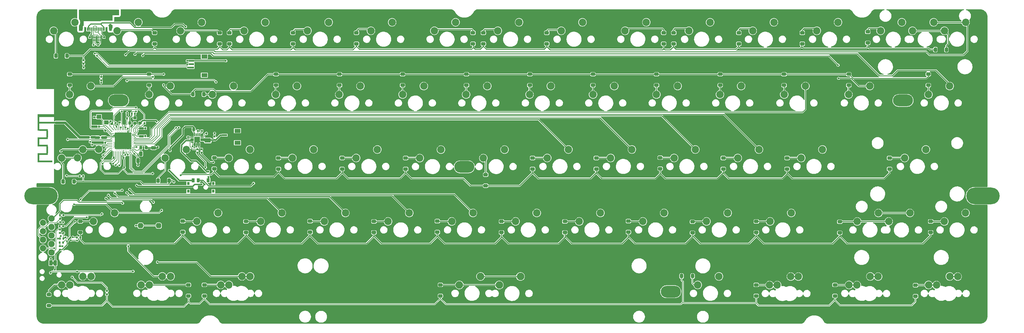
<source format=gbl>
G04 #@! TF.GenerationSoftware,KiCad,Pcbnew,7.0.1-0*
G04 #@! TF.CreationDate,2023-08-08T22:45:16+05:30*
G04 #@! TF.ProjectId,Keyboard_60,4b657962-6f61-4726-945f-3630252e6b69,rev?*
G04 #@! TF.SameCoordinates,Original*
G04 #@! TF.FileFunction,Copper,L2,Bot*
G04 #@! TF.FilePolarity,Positive*
%FSLAX46Y46*%
G04 Gerber Fmt 4.6, Leading zero omitted, Abs format (unit mm)*
G04 Created by KiCad (PCBNEW 7.0.1-0) date 2023-08-08 22:45:16*
%MOMM*%
%LPD*%
G01*
G04 APERTURE LIST*
G04 Aperture macros list*
%AMRoundRect*
0 Rectangle with rounded corners*
0 $1 Rounding radius*
0 $2 $3 $4 $5 $6 $7 $8 $9 X,Y pos of 4 corners*
0 Add a 4 corners polygon primitive as box body*
4,1,4,$2,$3,$4,$5,$6,$7,$8,$9,$2,$3,0*
0 Add four circle primitives for the rounded corners*
1,1,$1+$1,$2,$3*
1,1,$1+$1,$4,$5*
1,1,$1+$1,$6,$7*
1,1,$1+$1,$8,$9*
0 Add four rect primitives between the rounded corners*
20,1,$1+$1,$2,$3,$4,$5,0*
20,1,$1+$1,$4,$5,$6,$7,0*
20,1,$1+$1,$6,$7,$8,$9,0*
20,1,$1+$1,$8,$9,$2,$3,0*%
G04 Aperture macros list end*
G04 #@! TA.AperFunction,ComponentPad*
%ADD10C,2.200000*%
G04 #@! TD*
G04 #@! TA.AperFunction,ComponentPad*
%ADD11C,1.900000*%
G04 #@! TD*
G04 #@! TA.AperFunction,ComponentPad*
%ADD12C,1.850000*%
G04 #@! TD*
G04 #@! TA.AperFunction,ComponentPad*
%ADD13O,9.999980X5.001260*%
G04 #@! TD*
G04 #@! TA.AperFunction,ComponentPad*
%ADD14O,6.000000X3.500000*%
G04 #@! TD*
G04 #@! TA.AperFunction,ComponentPad*
%ADD15C,2.250000*%
G04 #@! TD*
G04 #@! TA.AperFunction,SMDPad,CuDef*
%ADD16RoundRect,0.140000X-0.170000X0.140000X-0.170000X-0.140000X0.170000X-0.140000X0.170000X0.140000X0*%
G04 #@! TD*
G04 #@! TA.AperFunction,SMDPad,CuDef*
%ADD17RoundRect,0.250000X0.400000X-0.250000X0.400000X0.250000X-0.400000X0.250000X-0.400000X-0.250000X0*%
G04 #@! TD*
G04 #@! TA.AperFunction,SMDPad,CuDef*
%ADD18RoundRect,0.225000X0.225000X0.250000X-0.225000X0.250000X-0.225000X-0.250000X0.225000X-0.250000X0*%
G04 #@! TD*
G04 #@! TA.AperFunction,SMDPad,CuDef*
%ADD19RoundRect,0.250000X-0.400000X0.250000X-0.400000X-0.250000X0.400000X-0.250000X0.400000X0.250000X0*%
G04 #@! TD*
G04 #@! TA.AperFunction,SMDPad,CuDef*
%ADD20R,4.850000X4.850000*%
G04 #@! TD*
G04 #@! TA.AperFunction,ComponentPad*
%ADD21C,0.600000*%
G04 #@! TD*
G04 #@! TA.AperFunction,SMDPad,CuDef*
%ADD22C,0.250000*%
G04 #@! TD*
G04 #@! TA.AperFunction,SMDPad,CuDef*
%ADD23RoundRect,0.140000X0.140000X0.170000X-0.140000X0.170000X-0.140000X-0.170000X0.140000X-0.170000X0*%
G04 #@! TD*
G04 #@! TA.AperFunction,SMDPad,CuDef*
%ADD24R,1.800000X1.200000*%
G04 #@! TD*
G04 #@! TA.AperFunction,SMDPad,CuDef*
%ADD25R,1.550000X0.600000*%
G04 #@! TD*
G04 #@! TA.AperFunction,SMDPad,CuDef*
%ADD26RoundRect,0.135000X0.185000X-0.135000X0.185000X0.135000X-0.185000X0.135000X-0.185000X-0.135000X0*%
G04 #@! TD*
G04 #@! TA.AperFunction,SMDPad,CuDef*
%ADD27RoundRect,0.250000X-0.250000X-0.400000X0.250000X-0.400000X0.250000X0.400000X-0.250000X0.400000X0*%
G04 #@! TD*
G04 #@! TA.AperFunction,SMDPad,CuDef*
%ADD28RoundRect,0.147500X0.147500X0.172500X-0.147500X0.172500X-0.147500X-0.172500X0.147500X-0.172500X0*%
G04 #@! TD*
G04 #@! TA.AperFunction,SMDPad,CuDef*
%ADD29RoundRect,0.250000X0.250000X0.400000X-0.250000X0.400000X-0.250000X-0.400000X0.250000X-0.400000X0*%
G04 #@! TD*
G04 #@! TA.AperFunction,SMDPad,CuDef*
%ADD30R,0.800000X0.950000*%
G04 #@! TD*
G04 #@! TA.AperFunction,SMDPad,CuDef*
%ADD31R,0.900000X1.250000*%
G04 #@! TD*
G04 #@! TA.AperFunction,SMDPad,CuDef*
%ADD32RoundRect,0.140000X-0.140000X-0.170000X0.140000X-0.170000X0.140000X0.170000X-0.140000X0.170000X0*%
G04 #@! TD*
G04 #@! TA.AperFunction,SMDPad,CuDef*
%ADD33RoundRect,0.135000X-0.135000X-0.185000X0.135000X-0.185000X0.135000X0.185000X-0.135000X0.185000X0*%
G04 #@! TD*
G04 #@! TA.AperFunction,SMDPad,CuDef*
%ADD34RoundRect,0.250000X-0.250000X-0.475000X0.250000X-0.475000X0.250000X0.475000X-0.250000X0.475000X0*%
G04 #@! TD*
G04 #@! TA.AperFunction,SMDPad,CuDef*
%ADD35RoundRect,0.135000X-0.185000X0.135000X-0.185000X-0.135000X0.185000X-0.135000X0.185000X0.135000X0*%
G04 #@! TD*
G04 #@! TA.AperFunction,SMDPad,CuDef*
%ADD36RoundRect,0.140000X0.170000X-0.140000X0.170000X0.140000X-0.170000X0.140000X-0.170000X-0.140000X0*%
G04 #@! TD*
G04 #@! TA.AperFunction,SMDPad,CuDef*
%ADD37RoundRect,0.250000X-0.475000X0.250000X-0.475000X-0.250000X0.475000X-0.250000X0.475000X0.250000X0*%
G04 #@! TD*
G04 #@! TA.AperFunction,SMDPad,CuDef*
%ADD38RoundRect,0.218750X-0.256250X0.218750X-0.256250X-0.218750X0.256250X-0.218750X0.256250X0.218750X0*%
G04 #@! TD*
G04 #@! TA.AperFunction,SMDPad,CuDef*
%ADD39RoundRect,0.006000X0.094000X-0.276500X0.094000X0.276500X-0.094000X0.276500X-0.094000X-0.276500X0*%
G04 #@! TD*
G04 #@! TA.AperFunction,SMDPad,CuDef*
%ADD40RoundRect,0.020000X0.180000X-0.262500X0.180000X0.262500X-0.180000X0.262500X-0.180000X-0.262500X0*%
G04 #@! TD*
G04 #@! TA.AperFunction,SMDPad,CuDef*
%ADD41RoundRect,0.218750X0.256250X-0.218750X0.256250X0.218750X-0.256250X0.218750X-0.256250X-0.218750X0*%
G04 #@! TD*
G04 #@! TA.AperFunction,SMDPad,CuDef*
%ADD42RoundRect,0.135000X0.135000X0.185000X-0.135000X0.185000X-0.135000X-0.185000X0.135000X-0.185000X0*%
G04 #@! TD*
G04 #@! TA.AperFunction,SMDPad,CuDef*
%ADD43RoundRect,0.375000X0.375000X0.375000X-0.375000X0.375000X-0.375000X-0.375000X0.375000X-0.375000X0*%
G04 #@! TD*
G04 #@! TA.AperFunction,SMDPad,CuDef*
%ADD44R,1.350000X0.650000*%
G04 #@! TD*
G04 #@! TA.AperFunction,SMDPad,CuDef*
%ADD45R,1.000000X1.500000*%
G04 #@! TD*
G04 #@! TA.AperFunction,SMDPad,CuDef*
%ADD46R,1.400000X1.200000*%
G04 #@! TD*
G04 #@! TA.AperFunction,SMDPad,CuDef*
%ADD47R,0.600000X1.140000*%
G04 #@! TD*
G04 #@! TA.AperFunction,SMDPad,CuDef*
%ADD48R,0.300000X1.140000*%
G04 #@! TD*
G04 #@! TA.AperFunction,ComponentPad*
%ADD49O,0.900000X1.700000*%
G04 #@! TD*
G04 #@! TA.AperFunction,ComponentPad*
%ADD50O,0.900000X2.000000*%
G04 #@! TD*
G04 #@! TA.AperFunction,SMDPad,CuDef*
%ADD51RoundRect,0.225000X-0.250000X0.225000X-0.250000X-0.225000X0.250000X-0.225000X0.250000X0.225000X0*%
G04 #@! TD*
G04 #@! TA.AperFunction,SMDPad,CuDef*
%ADD52RoundRect,0.218750X0.218750X0.256250X-0.218750X0.256250X-0.218750X-0.256250X0.218750X-0.256250X0*%
G04 #@! TD*
G04 #@! TA.AperFunction,SMDPad,CuDef*
%ADD53RoundRect,0.007800X0.422200X0.122200X-0.422200X0.122200X-0.422200X-0.122200X0.422200X-0.122200X0*%
G04 #@! TD*
G04 #@! TA.AperFunction,SMDPad,CuDef*
%ADD54RoundRect,0.007800X0.122200X-0.422200X0.122200X0.422200X-0.122200X0.422200X-0.122200X-0.422200X0*%
G04 #@! TD*
G04 #@! TA.AperFunction,SMDPad,CuDef*
%ADD55R,1.680000X1.680000*%
G04 #@! TD*
G04 #@! TA.AperFunction,SMDPad,CuDef*
%ADD56R,0.500000X5.000000*%
G04 #@! TD*
G04 #@! TA.AperFunction,SMDPad,CuDef*
%ADD57R,0.500000X0.500000*%
G04 #@! TD*
G04 #@! TA.AperFunction,SMDPad,CuDef*
%ADD58R,4.900000X0.500000*%
G04 #@! TD*
G04 #@! TA.AperFunction,SMDPad,CuDef*
%ADD59R,2.640000X0.500000*%
G04 #@! TD*
G04 #@! TA.AperFunction,SMDPad,CuDef*
%ADD60R,0.500000X2.000000*%
G04 #@! TD*
G04 #@! TA.AperFunction,SMDPad,CuDef*
%ADD61R,0.500000X2.700000*%
G04 #@! TD*
G04 #@! TA.AperFunction,SMDPad,CuDef*
%ADD62R,3.940000X0.500000*%
G04 #@! TD*
G04 #@! TA.AperFunction,SMDPad,CuDef*
%ADD63R,4.900000X0.900000*%
G04 #@! TD*
G04 #@! TA.AperFunction,SMDPad,CuDef*
%ADD64RoundRect,0.147500X-0.147500X-0.172500X0.147500X-0.172500X0.147500X0.172500X-0.147500X0.172500X0*%
G04 #@! TD*
G04 #@! TA.AperFunction,ViaPad*
%ADD65C,0.600000*%
G04 #@! TD*
G04 #@! TA.AperFunction,Conductor*
%ADD66C,0.790000*%
G04 #@! TD*
G04 #@! TA.AperFunction,Conductor*
%ADD67C,0.210000*%
G04 #@! TD*
G04 #@! TA.AperFunction,Conductor*
%ADD68C,0.150000*%
G04 #@! TD*
G04 #@! TA.AperFunction,Conductor*
%ADD69C,0.200000*%
G04 #@! TD*
G04 #@! TA.AperFunction,Conductor*
%ADD70C,0.400000*%
G04 #@! TD*
G04 #@! TA.AperFunction,Conductor*
%ADD71C,0.254000*%
G04 #@! TD*
G04 #@! TA.AperFunction,Conductor*
%ADD72C,0.300000*%
G04 #@! TD*
G04 #@! TA.AperFunction,Conductor*
%ADD73C,0.180000*%
G04 #@! TD*
G04 APERTURE END LIST*
G04 #@! TA.AperFunction,EtchedComponent*
G36*
X5850000Y-76900000D02*
G01*
X5350000Y-76900000D01*
X5350000Y-76300000D01*
X5850000Y-76300000D01*
X5850000Y-76900000D01*
G37*
G04 #@! TD.AperFunction*
D10*
X10550000Y-26140000D03*
X16900000Y-23600000D03*
X34430000Y-83160000D03*
X40780000Y-80620000D03*
X43750000Y-7040000D03*
X50100000Y-4500000D03*
X58180000Y-45130000D03*
X64530000Y-42590000D03*
X55790000Y-83140000D03*
X62140000Y-80600000D03*
X8120000Y-83140000D03*
X14470000Y-80600000D03*
X246355000Y-64160000D03*
X252705000Y-61620000D03*
X34350000Y-26140000D03*
X40700000Y-23600000D03*
X81750000Y-7040000D03*
X88100000Y-4500000D03*
X186250000Y-26140000D03*
X192600000Y-23600000D03*
X53250000Y-26140000D03*
X59600000Y-23600000D03*
D11*
X2560000Y-72180000D03*
X2560000Y-69640000D03*
D12*
X2560000Y-67100000D03*
X2560000Y-64560000D03*
X2560000Y-62020000D03*
D11*
X5100000Y-73450000D03*
X5100000Y-70910000D03*
X5100000Y-68370000D03*
X5100000Y-65830000D03*
X5100000Y-63290000D03*
D10*
X172535000Y-45140000D03*
X178885000Y-42600000D03*
X191535000Y-45140000D03*
X197885000Y-42600000D03*
D13*
X2000000Y-56500000D03*
D10*
X272435000Y-64160000D03*
X278785000Y-61620000D03*
X17660000Y-64140000D03*
X24010000Y-61600000D03*
X39110000Y-45130000D03*
X45460000Y-42590000D03*
X58210000Y-83165000D03*
X64560000Y-80625000D03*
X72250000Y-26140000D03*
X78600000Y-23600000D03*
X148250000Y-26140000D03*
X154600000Y-23600000D03*
X138750000Y-7040000D03*
X145100000Y-4500000D03*
X86770000Y-64140000D03*
X93120000Y-61600000D03*
X144050000Y-64140000D03*
X150400000Y-61600000D03*
X119750000Y-7040000D03*
X126100000Y-4500000D03*
X24750000Y-7040000D03*
X31100000Y-4500000D03*
D14*
X260050000Y-27900000D03*
X128700000Y-47800000D03*
D10*
X12910000Y-45110000D03*
X19260000Y-42570000D03*
D15*
X127224900Y-83160000D03*
X133574900Y-80620000D03*
D10*
X67720000Y-64140000D03*
X74070000Y-61600000D03*
X262885000Y-7040000D03*
X269235000Y-4500000D03*
D14*
X25200000Y-27900000D03*
D10*
X220250000Y-64140000D03*
X226600000Y-61600000D03*
X8150000Y-45140000D03*
X14500000Y-42600000D03*
X234250000Y-7040000D03*
X240600000Y-4500000D03*
X205250000Y-26140000D03*
X211600000Y-23600000D03*
X267680000Y-26140000D03*
X274030000Y-23600000D03*
X77230000Y-45120000D03*
X83580000Y-42580000D03*
X222395000Y-83210000D03*
X228745000Y-80670000D03*
X255775000Y-64160000D03*
X262125000Y-61620000D03*
X243910000Y-83165000D03*
X250260000Y-80625000D03*
X10650000Y-83165000D03*
X17000000Y-80625000D03*
X210585000Y-45140000D03*
X216935000Y-42600000D03*
X224485000Y-26140000D03*
X230835000Y-23600000D03*
X270075000Y-83210000D03*
X276425000Y-80670000D03*
X105880000Y-64140000D03*
X112230000Y-61600000D03*
X176850000Y-7040000D03*
X183200000Y-4500000D03*
D14*
X190500000Y-85200000D03*
D10*
X272450000Y-7040000D03*
X278800000Y-4500000D03*
X91250000Y-26140000D03*
X97600000Y-23600000D03*
X229585000Y-45140000D03*
X235935000Y-42600000D03*
X153535000Y-45140000D03*
X159885000Y-42600000D03*
X243750000Y-26140000D03*
X250100000Y-23600000D03*
X267710000Y-83150000D03*
X274060000Y-80610000D03*
X31950000Y-83140000D03*
X38300000Y-80600000D03*
X129250000Y-26140000D03*
X135600000Y-23600000D03*
X48620000Y-64140000D03*
X54970000Y-61600000D03*
D15*
X139180000Y-83180000D03*
X145530000Y-80640000D03*
D10*
X195950000Y-7040000D03*
X202300000Y-4500000D03*
X157750000Y-7040000D03*
X164100000Y-4500000D03*
X215050000Y-7040000D03*
X221400000Y-4500000D03*
X124960000Y-64140000D03*
X131310000Y-61600000D03*
X100750000Y-7040000D03*
X107100000Y-4500000D03*
X5750000Y-7040000D03*
X12100000Y-4500000D03*
D13*
X284000000Y-56500000D03*
D10*
X201220000Y-64140000D03*
X207570000Y-61600000D03*
X62750000Y-7040000D03*
X69100000Y-4500000D03*
X110250000Y-26140000D03*
X116600000Y-23600000D03*
X253350000Y-7040000D03*
X259700000Y-4500000D03*
X246245000Y-83210000D03*
X252595000Y-80670000D03*
X182180000Y-64140000D03*
X188530000Y-61600000D03*
X134420000Y-45170000D03*
X140770000Y-42630000D03*
X115370000Y-45170000D03*
X121720000Y-42630000D03*
X163110000Y-64140000D03*
X169460000Y-61600000D03*
X198595000Y-83160000D03*
X204945000Y-80620000D03*
X260550000Y-45140000D03*
X266900000Y-42600000D03*
X220110000Y-83205000D03*
X226460000Y-80665000D03*
X167250000Y-26140000D03*
X173600000Y-23600000D03*
X96310000Y-45150000D03*
X102660000Y-42610000D03*
D16*
X22840000Y-33160000D03*
X22840000Y-34120000D03*
D17*
X63335000Y-67450000D03*
X63335000Y-64150000D03*
X36000000Y-10950000D03*
X36000000Y-7650000D03*
D18*
X28525000Y-34650000D03*
X26975000Y-34650000D03*
D19*
X267635000Y-20050000D03*
X267635000Y-23350000D03*
D20*
X26500000Y-40000000D03*
D21*
X28300000Y-38200000D03*
X27100000Y-38200000D03*
X25900000Y-38200000D03*
X24700000Y-38200000D03*
X28300000Y-39400000D03*
X27100000Y-39400000D03*
X25900000Y-39400000D03*
X24700000Y-39400000D03*
X28300000Y-40600000D03*
X27100000Y-40600000D03*
X25900000Y-40600000D03*
X24700000Y-40600000D03*
X28300000Y-41800000D03*
X27100000Y-41800000D03*
X25900000Y-41800000D03*
X24700000Y-41800000D03*
D22*
X27750000Y-36750000D03*
X27250000Y-36750000D03*
X26750000Y-36750000D03*
X26250000Y-36750000D03*
X25750000Y-36750000D03*
X25250000Y-36750000D03*
X24750000Y-36750000D03*
X24250000Y-36750000D03*
X23750000Y-36750000D03*
X23250000Y-42250000D03*
X29250000Y-42500000D03*
X28500000Y-42750000D03*
X27500000Y-42750000D03*
X27000000Y-42750000D03*
X26500000Y-42750000D03*
X26000000Y-42750000D03*
X25500000Y-42750000D03*
X25000000Y-42750000D03*
X24500000Y-42750000D03*
X23250000Y-42750000D03*
X29250000Y-43250000D03*
X28750000Y-43250000D03*
X28250000Y-43250000D03*
X27750000Y-43250000D03*
X27250000Y-43250000D03*
X26750000Y-43250000D03*
X26250000Y-43250000D03*
X25750000Y-43250000D03*
X25250000Y-43250000D03*
X24750000Y-43250000D03*
X24250000Y-43250000D03*
X23750000Y-43250000D03*
X29750000Y-37250000D03*
X29000000Y-37250000D03*
X28500000Y-37250000D03*
X28000000Y-37250000D03*
X27500000Y-37250000D03*
X27000000Y-37250000D03*
X26500000Y-37250000D03*
X26000000Y-37250000D03*
X25500000Y-37250000D03*
X25000000Y-37250000D03*
X23250000Y-37250000D03*
X29750000Y-37750000D03*
X29250000Y-38000000D03*
X23750000Y-38000000D03*
X23250000Y-38250000D03*
X29250000Y-38500000D03*
X23750000Y-38500000D03*
X29750000Y-38750000D03*
X29250000Y-39000000D03*
X23750000Y-39000000D03*
X29750000Y-39250000D03*
X23250000Y-39250000D03*
X29250000Y-39500000D03*
X29750000Y-39750000D03*
X23250000Y-39750000D03*
X29250000Y-40000000D03*
X29750000Y-40250000D03*
X23250000Y-40250000D03*
X29250000Y-40500000D03*
X23750000Y-40500000D03*
X29750000Y-40750000D03*
X23250000Y-40750000D03*
X29250000Y-41000000D03*
X23750000Y-41000000D03*
X29750000Y-41250000D03*
X23250000Y-41250000D03*
X23750000Y-41500000D03*
X29750000Y-41750000D03*
X23250000Y-41750000D03*
X29250000Y-42000000D03*
X23750000Y-42000000D03*
D23*
X33930000Y-34750000D03*
X32970000Y-34750000D03*
D24*
X50875000Y-14740000D03*
X50875000Y-20340000D03*
D25*
X47000000Y-16040000D03*
X47000000Y-17040000D03*
X47000000Y-18040000D03*
X47000000Y-19040000D03*
D17*
X13735000Y-67450000D03*
X13735000Y-64150000D03*
D26*
X21700000Y-86010000D03*
X21700000Y-84990000D03*
D17*
X131300000Y-10950000D03*
X131300000Y-7650000D03*
X55470000Y-10970000D03*
X55470000Y-7670000D03*
D27*
X193750000Y-80500000D03*
X197050000Y-80500000D03*
D19*
X167235000Y-20050000D03*
X167235000Y-23350000D03*
D28*
X17170000Y-38900000D03*
X16200000Y-38900000D03*
D19*
X72335000Y-20050000D03*
X72335000Y-23350000D03*
X110235000Y-20050000D03*
X110235000Y-23350000D03*
D17*
X149135000Y-48450000D03*
X149135000Y-45150000D03*
X111135000Y-48450000D03*
X111135000Y-45150000D03*
D29*
X11885000Y-52200000D03*
X8585000Y-52200000D03*
D30*
X53550000Y-55090000D03*
X53550000Y-52790000D03*
X46050000Y-55090000D03*
X46050000Y-52790000D03*
D31*
X52050000Y-51840000D03*
X49050000Y-51840000D03*
X47550000Y-51840000D03*
D17*
X239700000Y-86450000D03*
X239700000Y-83150000D03*
D29*
X40350000Y-51900000D03*
X37050000Y-51900000D03*
D19*
X186235000Y-20050000D03*
X186235000Y-23350000D03*
D17*
X4335000Y-89350000D03*
X4335000Y-86050000D03*
D32*
X20270000Y-36950000D03*
X21230000Y-36950000D03*
D33*
X7625000Y-69300000D03*
X8645000Y-69300000D03*
X26740000Y-32250000D03*
X27760000Y-32250000D03*
D23*
X23695000Y-45050000D03*
X22735000Y-45050000D03*
D34*
X31900000Y-43850000D03*
X33800000Y-43850000D03*
D17*
X73035000Y-48450000D03*
X73035000Y-45150000D03*
X177835000Y-67350000D03*
X177835000Y-64050000D03*
X82535000Y-67350000D03*
X82535000Y-64050000D03*
D19*
X129335000Y-20050000D03*
X129335000Y-23350000D03*
D35*
X7635000Y-66590000D03*
X7635000Y-67610000D03*
D36*
X17915000Y-33930000D03*
X17915000Y-32970000D03*
D17*
X58400000Y-10950000D03*
X58400000Y-7650000D03*
D33*
X7525000Y-65600000D03*
X8545000Y-65600000D03*
D35*
X50035000Y-42495000D03*
X50035000Y-43515000D03*
D17*
X135100000Y-53450000D03*
X135100000Y-50150000D03*
X134400000Y-10950000D03*
X134400000Y-7650000D03*
X120635000Y-67350000D03*
X120635000Y-64050000D03*
X121535000Y-86450000D03*
X121535000Y-83150000D03*
D35*
X20000000Y-20890000D03*
X20000000Y-21910000D03*
D28*
X20235000Y-38950000D03*
X19265000Y-38950000D03*
D37*
X51935000Y-39855000D03*
X51935000Y-41755000D03*
D38*
X30050000Y-33162500D03*
X30050000Y-34737500D03*
D39*
X19685000Y-9885000D03*
X19185000Y-9885000D03*
D40*
X18685000Y-9885000D03*
D39*
X18185000Y-9885000D03*
X17685000Y-9885000D03*
X17685000Y-9050000D03*
X18185000Y-9050000D03*
D40*
X18685000Y-9050000D03*
D39*
X19185000Y-9050000D03*
X19685000Y-9050000D03*
D41*
X24535000Y-3387500D03*
X24535000Y-1812500D03*
D37*
X35650000Y-42100000D03*
X35650000Y-44000000D03*
D42*
X14610000Y-50550000D03*
X13590000Y-50550000D03*
D17*
X101635000Y-67450000D03*
X101635000Y-64150000D03*
D19*
X243835000Y-20050000D03*
X243835000Y-23350000D03*
D35*
X53900000Y-38730000D03*
X53900000Y-39750000D03*
X46000000Y-37840000D03*
X46000000Y-38860000D03*
D17*
X256035000Y-48450000D03*
X256035000Y-45150000D03*
D19*
X205335000Y-20050000D03*
X205335000Y-23350000D03*
X224435000Y-20050000D03*
X224435000Y-23350000D03*
D17*
X216135000Y-67450000D03*
X216135000Y-64150000D03*
D27*
X47450000Y-26040000D03*
X50750000Y-26040000D03*
D17*
X168235000Y-48450000D03*
X168235000Y-45150000D03*
D23*
X34195000Y-36250000D03*
X33235000Y-36250000D03*
D17*
X263800000Y-86550000D03*
X263800000Y-83250000D03*
D43*
X37225000Y-65400000D03*
X31775000Y-65400000D03*
X37225000Y-68400000D03*
X31775000Y-68400000D03*
D17*
X229900000Y-10950000D03*
X229900000Y-7650000D03*
D18*
X47675000Y-36600000D03*
X46125000Y-36600000D03*
D17*
X46100000Y-86450000D03*
X46100000Y-83150000D03*
D24*
X60800000Y-37000000D03*
X60800000Y-40600000D03*
D25*
X56925000Y-38300000D03*
X56925000Y-39300000D03*
D23*
X34195000Y-38550000D03*
X33235000Y-38550000D03*
D17*
X216100000Y-86450000D03*
X216100000Y-83150000D03*
D32*
X20220000Y-40600000D03*
X21180000Y-40600000D03*
D17*
X268335000Y-67450000D03*
X268335000Y-64150000D03*
X139835000Y-67450000D03*
X139835000Y-64150000D03*
X225335000Y-48450000D03*
X225335000Y-45150000D03*
X50900000Y-86450000D03*
X50900000Y-83150000D03*
D44*
X32015000Y-36250000D03*
X32015000Y-38650000D03*
D19*
X91335000Y-20050000D03*
X91335000Y-23350000D03*
D42*
X13760000Y-68950000D03*
X12740000Y-68950000D03*
D23*
X27730000Y-33350000D03*
X26770000Y-33350000D03*
D35*
X20835000Y-9040000D03*
X20835000Y-10060000D03*
D19*
X34335000Y-20050000D03*
X34335000Y-23350000D03*
D26*
X48935000Y-37025000D03*
X48935000Y-36005000D03*
D27*
X269750000Y-12700000D03*
X273050000Y-12700000D03*
D36*
X21350000Y-38930000D03*
X21350000Y-37970000D03*
D33*
X7625000Y-62300000D03*
X8645000Y-62300000D03*
X7525000Y-70500000D03*
X8545000Y-70500000D03*
D17*
X92135000Y-48450000D03*
X92135000Y-45150000D03*
X188400000Y-10950000D03*
X188400000Y-7650000D03*
D35*
X50135000Y-35995000D03*
X50135000Y-37015000D03*
D17*
X153400000Y-10950000D03*
X153400000Y-7650000D03*
X44435000Y-67350000D03*
X44435000Y-64050000D03*
D45*
X4950000Y-76600000D03*
X6250000Y-76600000D03*
D46*
X21515000Y-34500000D03*
X19315000Y-34500000D03*
X19315000Y-32800000D03*
X21515000Y-32800000D03*
D33*
X51490000Y-37800000D03*
X52510000Y-37800000D03*
D47*
X15200000Y-6550000D03*
X16000000Y-6550000D03*
D48*
X17150000Y-6550000D03*
X18150000Y-6550000D03*
X18650000Y-6550000D03*
X19650000Y-6550000D03*
D47*
X21600000Y-6550000D03*
X20800000Y-6550000D03*
D48*
X20150000Y-6550000D03*
X19150000Y-6550000D03*
X17650000Y-6550000D03*
X16650000Y-6550000D03*
D49*
X14075000Y-1800000D03*
D50*
X14075000Y-5970000D03*
D49*
X22725000Y-1800000D03*
D50*
X22725000Y-5970000D03*
D17*
X77400000Y-10950000D03*
X77400000Y-7650000D03*
X96400000Y-10950000D03*
X96400000Y-7650000D03*
X53835000Y-48350000D03*
X53835000Y-45050000D03*
X241135000Y-67550000D03*
X241135000Y-64250000D03*
D19*
X10585000Y-20050000D03*
X10585000Y-23350000D03*
D29*
X9735000Y-14550000D03*
X6435000Y-14550000D03*
D17*
X197035000Y-67550000D03*
X197035000Y-64250000D03*
D16*
X25550000Y-33570000D03*
X25550000Y-34530000D03*
D32*
X18370000Y-35750000D03*
X19330000Y-35750000D03*
D36*
X24365000Y-34630000D03*
X24365000Y-33670000D03*
D17*
X249500000Y-10650000D03*
X249500000Y-7350000D03*
D35*
X7700000Y-63390000D03*
X7700000Y-64410000D03*
D17*
X191400000Y-10950000D03*
X191400000Y-7650000D03*
D36*
X18185000Y-38930000D03*
X18185000Y-37970000D03*
D35*
X14700000Y-15880000D03*
X14700000Y-16900000D03*
D17*
X206235000Y-48450000D03*
X206235000Y-45150000D03*
X187335000Y-48350000D03*
X187335000Y-45050000D03*
D51*
X31650000Y-33075000D03*
X31650000Y-34625000D03*
D17*
X158835000Y-67450000D03*
X158835000Y-64150000D03*
D35*
X16585000Y-9040000D03*
X16585000Y-10060000D03*
D52*
X33437500Y-42050000D03*
X31862500Y-42050000D03*
D53*
X50150000Y-38900000D03*
X50150000Y-39400000D03*
X50150000Y-39900000D03*
X50150000Y-40400000D03*
D54*
X49465000Y-41085000D03*
X48965000Y-41085000D03*
X48465000Y-41085000D03*
X47965000Y-41085000D03*
D53*
X47280000Y-40400000D03*
X47280000Y-39900000D03*
X47280000Y-39400000D03*
X47280000Y-38900000D03*
D54*
X47965000Y-38215000D03*
X48465000Y-38215000D03*
X48965000Y-38215000D03*
X49465000Y-38215000D03*
D21*
X49215000Y-40150000D03*
X49215000Y-39150000D03*
D55*
X48715000Y-39650000D03*
D21*
X48215000Y-40150000D03*
X48215000Y-39150000D03*
D32*
X26735000Y-45050000D03*
X27695000Y-45050000D03*
D19*
X148335000Y-20050000D03*
X148335000Y-23350000D03*
D17*
X210900000Y-10950000D03*
X210900000Y-7650000D03*
D56*
X1195000Y-34500000D03*
D57*
X6095000Y-34550000D03*
D58*
X3895000Y-34550000D03*
D59*
X2765000Y-36750000D03*
D60*
X3835000Y-38000000D03*
D59*
X2765000Y-39250000D03*
D61*
X1195000Y-40350000D03*
D59*
X2765000Y-41450000D03*
D60*
X3835000Y-42700000D03*
D59*
X2765000Y-43950000D03*
D61*
X1195000Y-45050000D03*
D62*
X3415000Y-46150000D03*
D21*
X6045000Y-32450000D03*
D63*
X3895000Y-32450000D03*
D64*
X29115000Y-31900000D03*
X30085000Y-31900000D03*
D34*
X31000000Y-45950000D03*
X32900000Y-45950000D03*
D35*
X48785000Y-42495000D03*
X48785000Y-43515000D03*
X7635000Y-71590000D03*
X7635000Y-72610000D03*
D65*
X27700000Y-45730000D03*
X16500000Y-62900000D03*
X35300000Y-45150000D03*
X257100000Y-16200000D03*
X19970000Y-37910000D03*
X45200000Y-36600000D03*
X258000000Y-20600000D03*
X21000000Y-62000000D03*
X61500000Y-43900000D03*
X57300000Y-40000000D03*
X25435000Y-3400000D03*
X34250000Y-37400000D03*
X48900000Y-35400000D03*
X256700000Y-19700000D03*
X16600000Y-10800000D03*
X265900000Y-19800000D03*
X34600000Y-42950000D03*
X19090000Y-37910000D03*
X18800000Y-10600000D03*
X25550000Y-32750000D03*
X28964289Y-49341400D03*
X2010000Y-77440000D03*
X32950000Y-43750000D03*
X16350000Y-54400000D03*
X251300000Y-16800000D03*
X24600000Y-60000000D03*
X46335000Y-19700000D03*
X47735000Y-19700000D03*
X58100000Y-39400000D03*
X51900000Y-42655000D03*
X33850000Y-45950000D03*
X53100000Y-41805000D03*
X11000000Y-71800000D03*
X42090000Y-44540000D03*
X31650000Y-32250000D03*
X22100000Y-45050000D03*
X34700000Y-34700000D03*
X34450000Y-45100000D03*
X23099500Y-34847696D03*
X19300000Y-40550000D03*
X26950000Y-31400000D03*
X21250000Y-49250000D03*
X18180000Y-37350000D03*
X19550000Y-37010000D03*
X24400000Y-32700000D03*
X283700000Y-1800000D03*
X19335000Y-55900000D03*
X15035000Y-57600000D03*
X12800000Y-43200000D03*
X56400000Y-40000000D03*
X10600000Y-52200000D03*
X50750000Y-41855000D03*
X13700000Y-54800000D03*
X20900000Y-10700000D03*
X16235000Y-56200000D03*
X47035000Y-44500000D03*
X16650000Y-50850000D03*
X16650000Y-44500000D03*
X33800000Y-46650000D03*
X35400000Y-43050000D03*
X45835000Y-19100000D03*
X36200000Y-43050000D03*
X25500000Y-31950000D03*
X33800000Y-45250000D03*
X3435000Y-78800000D03*
X11400000Y-44300000D03*
X48235000Y-19000000D03*
X32000000Y-45950000D03*
X47035000Y-19700000D03*
X11000000Y-54950000D03*
X32850000Y-47100000D03*
X17650000Y-35700000D03*
X50100000Y-35400000D03*
X45300000Y-37800000D03*
X31000000Y-47350000D03*
X29918515Y-43881485D03*
X52100000Y-49240000D03*
X30600000Y-53340000D03*
X50100000Y-53040000D03*
X52100000Y-50840000D03*
X30600000Y-41900000D03*
X45250000Y-5790000D03*
X57300000Y-16040000D03*
X45750000Y-16040000D03*
X65600000Y-52740000D03*
X26896966Y-47950000D03*
X4900000Y-75300000D03*
X26400000Y-58700000D03*
X36950000Y-41900000D03*
X35400000Y-49800000D03*
X36600000Y-34150000D03*
X30400000Y-30045500D03*
X30450292Y-31171644D03*
X27760000Y-31590000D03*
X27700000Y-22000000D03*
X54370000Y-22370000D03*
X53950000Y-37750000D03*
X47342091Y-41662909D03*
X51200000Y-47940000D03*
X48481571Y-41787623D03*
X53600000Y-46399500D03*
X24550000Y-35800000D03*
X14750000Y-18100000D03*
X25850000Y-36050000D03*
X20000000Y-22600000D03*
X9650000Y-50450000D03*
X9950000Y-39600000D03*
X16700000Y-40350000D03*
X11479500Y-68900000D03*
X17300000Y-41200000D03*
X11300000Y-80850000D03*
X17700000Y-11290000D03*
X45778620Y-17236238D03*
X18103681Y-13841205D03*
X42407767Y-36094241D03*
X18704723Y-14540000D03*
X19078358Y-11295896D03*
X46000000Y-18040000D03*
X43219560Y-36059560D03*
X5930000Y-72210000D03*
X8435000Y-71600000D03*
X12790000Y-79155000D03*
X30400000Y-65400000D03*
X4835000Y-79565000D03*
X13835000Y-57500000D03*
X10890000Y-69760000D03*
X12800000Y-69850000D03*
X7080000Y-69300000D03*
X26789500Y-43650000D03*
X7935000Y-68500000D03*
X29535000Y-79100000D03*
X26235000Y-54800000D03*
X7950000Y-43050000D03*
X11900000Y-59050000D03*
X38050000Y-60850000D03*
X35500000Y-20900000D03*
X28100000Y-71600000D03*
X25450000Y-47400000D03*
X35600000Y-58400000D03*
X21200000Y-42500000D03*
X36850000Y-76350000D03*
X21450000Y-57250000D03*
X23570505Y-46824382D03*
X22150000Y-56300000D03*
X24100000Y-55750000D03*
X24350000Y-47250000D03*
X27700000Y-55573500D03*
X27247389Y-44266124D03*
X28550000Y-54550000D03*
X27985301Y-44134822D03*
X240600000Y-17350000D03*
X240750000Y-21300000D03*
X32430000Y-14470000D03*
X27945500Y-36350000D03*
X27321713Y-35934500D03*
X30100000Y-14100000D03*
X26150000Y-31200000D03*
X27303000Y-14200000D03*
X12150000Y-64250000D03*
X20575000Y-44275000D03*
X20267091Y-45367091D03*
X15700000Y-62900000D03*
X20200000Y-61900000D03*
X20425000Y-46825000D03*
X38700000Y-23240000D03*
X38700000Y-20040000D03*
X43800000Y-50350000D03*
X41750000Y-52300000D03*
X8635000Y-64400000D03*
X9347909Y-68912909D03*
X9782091Y-70047091D03*
X6135000Y-78600000D03*
X8735000Y-67600000D03*
X40400000Y-48900000D03*
X40600000Y-42940000D03*
D66*
X13530000Y-38930000D02*
X16170000Y-38930000D01*
X13530000Y-38930000D02*
X9150000Y-34550000D01*
X9150000Y-34550000D02*
X6390000Y-34550000D01*
X16170000Y-38930000D02*
X16200000Y-38900000D01*
D67*
X34195000Y-37345000D02*
X34250000Y-37400000D01*
X22390000Y-31840000D02*
X22840000Y-32290000D01*
D68*
X21960000Y-38580000D02*
X21350000Y-37970000D01*
D67*
X23407942Y-34420672D02*
X23099500Y-34729114D01*
X17350000Y-32550000D02*
X18060000Y-31840000D01*
X18060000Y-31840000D02*
X21510000Y-31840000D01*
X34195000Y-37455000D02*
X34250000Y-37400000D01*
X22840000Y-33160000D02*
X23407942Y-33727942D01*
D68*
X23650000Y-38600000D02*
X23105025Y-38600000D01*
D67*
X23099500Y-34729114D02*
X23099500Y-34847696D01*
X21515000Y-31845000D02*
X21510000Y-31840000D01*
D68*
X23085025Y-38580000D02*
X21960000Y-38580000D01*
D67*
X21510000Y-31840000D02*
X22390000Y-31840000D01*
D68*
X23105025Y-38600000D02*
X23085025Y-38580000D01*
D67*
X17350000Y-33365000D02*
X17350000Y-32550000D01*
X23407942Y-33727942D02*
X23407942Y-34420672D01*
D69*
X28435000Y-41133159D02*
X28435000Y-41100000D01*
D67*
X34195000Y-38550000D02*
X34195000Y-37455000D01*
X22840000Y-32290000D02*
X22840000Y-33160000D01*
X17915000Y-33930000D02*
X17350000Y-33365000D01*
D68*
X23750000Y-38500000D02*
X23650000Y-38600000D01*
D67*
X34195000Y-36250000D02*
X34195000Y-37345000D01*
X21515000Y-32800000D02*
X21515000Y-31845000D01*
D70*
X46810000Y-46050000D02*
X48450000Y-46050000D01*
D71*
X49400000Y-42495000D02*
X48785000Y-42495000D01*
D67*
X29380000Y-42130000D02*
X29250000Y-42000000D01*
D70*
X31000000Y-47350000D02*
X31000000Y-45950000D01*
X47352208Y-53615000D02*
X47927208Y-53040000D01*
X44010000Y-41989390D02*
X44010000Y-43250000D01*
D67*
X46595000Y-40168945D02*
X46595000Y-41700000D01*
D70*
X52100000Y-50840000D02*
X52100000Y-51790000D01*
D67*
X29918515Y-43881485D02*
X31000000Y-44962970D01*
X47280000Y-39900000D02*
X46863945Y-39900000D01*
X30600000Y-41900000D02*
X30146519Y-41900000D01*
D70*
X52100000Y-51790000D02*
X52050000Y-51840000D01*
X30875000Y-53615000D02*
X47352208Y-53615000D01*
D67*
X29916519Y-42130000D02*
X29380000Y-42130000D01*
X46863945Y-39900000D02*
X46595000Y-40168945D01*
D70*
X50550000Y-48150000D02*
X50550000Y-48209239D01*
D67*
X46595000Y-41700000D02*
X47390000Y-42495000D01*
D70*
X47927208Y-53040000D02*
X50100000Y-53040000D01*
D67*
X47390000Y-42495000D02*
X48785000Y-42495000D01*
D70*
X47280000Y-39900000D02*
X45340000Y-39900000D01*
X44050000Y-41949390D02*
X44010000Y-41989390D01*
X44010000Y-43250000D02*
X46810000Y-46050000D01*
D67*
X30146519Y-41900000D02*
X29916519Y-42130000D01*
D71*
X49400000Y-42495000D02*
X50035000Y-42495000D01*
D70*
X45340000Y-39900000D02*
X44050000Y-41190000D01*
X30600000Y-53340000D02*
X30875000Y-53615000D01*
X47280000Y-39400000D02*
X47280000Y-39900000D01*
X44050000Y-41190000D02*
X44050000Y-41949390D01*
D67*
X29250000Y-43250000D02*
X29287030Y-43250000D01*
D70*
X51580761Y-49240000D02*
X52100000Y-49240000D01*
X50550000Y-48209239D02*
X51580761Y-49240000D01*
D67*
X31000000Y-44962970D02*
X31000000Y-45950000D01*
X29287030Y-43250000D02*
X29918515Y-43881485D01*
D70*
X48450000Y-46050000D02*
X50550000Y-48150000D01*
D71*
X49465000Y-41085000D02*
X49465000Y-42430000D01*
X49465000Y-42430000D02*
X49400000Y-42495000D01*
D70*
X53890000Y-39740000D02*
X52050000Y-39740000D01*
X52050000Y-39740000D02*
X51935000Y-39855000D01*
X55640000Y-38300000D02*
X56925000Y-38300000D01*
X53900000Y-39750000D02*
X53890000Y-39740000D01*
X53900000Y-39750000D02*
X54190000Y-39750000D01*
X54190000Y-39750000D02*
X55640000Y-38300000D01*
D72*
X16840000Y-5040000D02*
X19860051Y-5040000D01*
X16200000Y-6350000D02*
X16200000Y-5680000D01*
X19860051Y-5040000D02*
X20800000Y-5979949D01*
X16200000Y-5680000D02*
X16840000Y-5040000D01*
X65600000Y-52740000D02*
X64775000Y-53565000D01*
X42000000Y-5040000D02*
X44500000Y-5040000D01*
X28610000Y-4670000D02*
X29990050Y-6050050D01*
X29990050Y-6050050D02*
X40989950Y-6050050D01*
X16000000Y-6550000D02*
X16200000Y-6350000D01*
X19860051Y-5040000D02*
X20230051Y-4670000D01*
X20230051Y-4670000D02*
X28610000Y-4670000D01*
X20800000Y-5979949D02*
X20800000Y-6550000D01*
X45750000Y-16040000D02*
X47000000Y-16040000D01*
X64775000Y-53565000D02*
X52225000Y-53565000D01*
X44500000Y-5040000D02*
X45250000Y-5790000D01*
X40989950Y-6050050D02*
X42000000Y-5040000D01*
X47000000Y-16040000D02*
X57300000Y-16040000D01*
X52225000Y-53565000D02*
X50500000Y-51840000D01*
X50500000Y-51840000D02*
X49050000Y-51840000D01*
D70*
X36350000Y-33900000D02*
X32375000Y-33900000D01*
D67*
X23800000Y-34065000D02*
X23800000Y-32450000D01*
D73*
X26250000Y-43250000D02*
X26250000Y-43950000D01*
D71*
X13298000Y-58398000D02*
X12678000Y-57778000D01*
X26896966Y-45646966D02*
X26735000Y-45485000D01*
X7668000Y-61012000D02*
X5390000Y-63290000D01*
D67*
X25650000Y-30600000D02*
X31400000Y-30600000D01*
D73*
X26250000Y-43950000D02*
X26735000Y-44435000D01*
D71*
X7668000Y-58832000D02*
X7668000Y-61012000D01*
D67*
X31560000Y-35290000D02*
X31650000Y-35200000D01*
D73*
X27930900Y-49880900D02*
X35319100Y-49880900D01*
D70*
X32375000Y-33900000D02*
X31650000Y-34625000D01*
D71*
X26400000Y-58700000D02*
X26098000Y-58398000D01*
D73*
X26896966Y-48846966D02*
X27930900Y-49880900D01*
D67*
X30884194Y-35290000D02*
X31560000Y-35290000D01*
X23800000Y-32450000D02*
X25650000Y-30600000D01*
D71*
X26098000Y-58398000D02*
X13298000Y-58398000D01*
D67*
X31400000Y-30600000D02*
X32850000Y-32050000D01*
X29750000Y-37250000D02*
X29750000Y-36424194D01*
D71*
X5390000Y-63290000D02*
X5100000Y-63290000D01*
D73*
X22820618Y-45924382D02*
X20561942Y-45924382D01*
D67*
X23700000Y-35295000D02*
X23700000Y-35950000D01*
X33320000Y-41320000D02*
X33437500Y-41437500D01*
D70*
X35650000Y-42100000D02*
X33487500Y-42100000D01*
D71*
X26896966Y-47950000D02*
X26896966Y-45646966D01*
D67*
X29750000Y-36424194D02*
X30884194Y-35290000D01*
D71*
X12678000Y-57778000D02*
X8722000Y-57778000D01*
D67*
X29787402Y-41750000D02*
X30217402Y-41320000D01*
D73*
X25046966Y-49800000D02*
X26896966Y-47950000D01*
X23750000Y-44995000D02*
X23695000Y-45050000D01*
X19850000Y-46636324D02*
X19850000Y-48613676D01*
D67*
X33437500Y-41437500D02*
X33437500Y-42050000D01*
D70*
X35650000Y-42100000D02*
X36750000Y-42100000D01*
D73*
X23750000Y-43250000D02*
X23750000Y-44995000D01*
D70*
X36750000Y-42100000D02*
X36950000Y-41900000D01*
D67*
X24250000Y-36500000D02*
X24250000Y-36750000D01*
D71*
X26735000Y-45485000D02*
X26735000Y-45050000D01*
D70*
X33487500Y-42100000D02*
X33437500Y-42050000D01*
D73*
X26735000Y-44435000D02*
X26735000Y-45050000D01*
X35319100Y-49880900D02*
X35400000Y-49800000D01*
X20561942Y-45924382D02*
X19850000Y-46636324D01*
D67*
X30217402Y-41320000D02*
X33320000Y-41320000D01*
X31650000Y-35200000D02*
X31650000Y-34625000D01*
X24365000Y-34630000D02*
X23700000Y-35295000D01*
D73*
X26896966Y-47950000D02*
X26896966Y-48846966D01*
D67*
X24365000Y-34630000D02*
X23800000Y-34065000D01*
X23700000Y-35950000D02*
X24250000Y-36500000D01*
D71*
X4900000Y-76550000D02*
X4950000Y-76600000D01*
D70*
X36600000Y-34150000D02*
X36350000Y-33900000D01*
D71*
X4900000Y-75300000D02*
X4900000Y-76550000D01*
X8722000Y-57778000D02*
X7668000Y-58832000D01*
D67*
X32850000Y-32050000D02*
X32850000Y-33900000D01*
D73*
X19850000Y-48613676D02*
X21036324Y-49800000D01*
X21036324Y-49800000D02*
X25046966Y-49800000D01*
D67*
X29750000Y-41750000D02*
X29787402Y-41750000D01*
D73*
X23695000Y-45050000D02*
X22820618Y-45924382D01*
D67*
X22545000Y-34500000D02*
X22840000Y-34205000D01*
X22840000Y-34205000D02*
X22840000Y-34120000D01*
X22545000Y-34500000D02*
X22545000Y-35545000D01*
X22545000Y-35545000D02*
X23750000Y-36750000D01*
X21515000Y-34500000D02*
X22545000Y-34500000D01*
X19145000Y-32970000D02*
X19315000Y-32800000D01*
X21390000Y-35390000D02*
X23250000Y-37250000D01*
X19315000Y-32800000D02*
X19415000Y-32800000D01*
X20560000Y-33945000D02*
X20560000Y-35250000D01*
X20560000Y-35250000D02*
X20700000Y-35390000D01*
X20700000Y-35390000D02*
X21390000Y-35390000D01*
X17915000Y-32970000D02*
X19145000Y-32970000D01*
X19415000Y-32800000D02*
X20560000Y-33945000D01*
D68*
X29350000Y-38100000D02*
X30043466Y-38100000D01*
X29250000Y-38000000D02*
X29350000Y-38100000D01*
D67*
X33235000Y-36250000D02*
X32015000Y-36250000D01*
D68*
X30940000Y-37203466D02*
X30940000Y-36320000D01*
X30940000Y-36320000D02*
X31010000Y-36250000D01*
X31010000Y-36250000D02*
X32015000Y-36250000D01*
X30043466Y-38100000D02*
X30940000Y-37203466D01*
X29350000Y-38400000D02*
X30450000Y-38400000D01*
X30710000Y-38660000D02*
X30720000Y-38650000D01*
X30450000Y-38400000D02*
X30710000Y-38660000D01*
X30720000Y-38650000D02*
X32015000Y-38650000D01*
D67*
X32115000Y-38550000D02*
X32015000Y-38650000D01*
D68*
X29250000Y-38500000D02*
X29350000Y-38400000D01*
D67*
X33235000Y-38550000D02*
X32115000Y-38550000D01*
D73*
X21530000Y-40250000D02*
X23250000Y-40250000D01*
X21180000Y-40600000D02*
X21530000Y-40250000D01*
D68*
X21380000Y-38900000D02*
X21350000Y-38930000D01*
D66*
X20235000Y-38950000D02*
X21330000Y-38950000D01*
D68*
X23650000Y-38900000D02*
X21380000Y-38900000D01*
D66*
X21330000Y-38950000D02*
X21350000Y-38930000D01*
D68*
X23750000Y-39000000D02*
X23650000Y-38900000D01*
D67*
X30400000Y-30045500D02*
X23754500Y-30045500D01*
X29115000Y-31485000D02*
X29115000Y-31900000D01*
X28500000Y-34675000D02*
X28525000Y-34650000D01*
X16800000Y-31340000D02*
X16800000Y-36000000D01*
X17185000Y-36385000D02*
X20665000Y-36385000D01*
D72*
X28525000Y-33075000D02*
X29115000Y-32485000D01*
D67*
X23754500Y-30045500D02*
X22800000Y-31000000D01*
X20665000Y-36385000D02*
X21230000Y-36950000D01*
X21230000Y-36950000D02*
X21650000Y-36950000D01*
X28500000Y-37250000D02*
X28500000Y-34675000D01*
X16800000Y-36000000D02*
X17185000Y-36385000D01*
D72*
X29115000Y-32485000D02*
X29115000Y-31900000D01*
D67*
X17140000Y-31000000D02*
X16800000Y-31340000D01*
X21650000Y-36950000D02*
X22950000Y-38250000D01*
D72*
X28525000Y-34650000D02*
X28525000Y-33075000D01*
D67*
X29428356Y-31171644D02*
X29115000Y-31485000D01*
X30450292Y-31171644D02*
X29428356Y-31171644D01*
X22800000Y-31000000D02*
X17140000Y-31000000D01*
X22950000Y-38250000D02*
X23250000Y-38250000D01*
X23079117Y-37870000D02*
X23620000Y-37870000D01*
X19330000Y-35750000D02*
X20959117Y-35750000D01*
X23620000Y-37870000D02*
X23750000Y-38000000D01*
X20959117Y-35750000D02*
X23079117Y-37870000D01*
X25550000Y-34530000D02*
X25550000Y-35000000D01*
X25550000Y-35000000D02*
X25250000Y-35300000D01*
X25250000Y-35300000D02*
X25250000Y-36750000D01*
X27900000Y-21800000D02*
X27700000Y-22000000D01*
X27398823Y-35380000D02*
X27020000Y-35380000D01*
X27730000Y-35048823D02*
X27398823Y-35380000D01*
X27760000Y-31590000D02*
X27760000Y-32250000D01*
X53800000Y-21800000D02*
X27900000Y-21800000D01*
X26750000Y-35650000D02*
X26750000Y-36750000D01*
X54370000Y-22370000D02*
X53800000Y-21800000D01*
X27730000Y-32280000D02*
X27760000Y-32250000D01*
X53950000Y-37750000D02*
X53950000Y-38680000D01*
X53950000Y-38680000D02*
X53900000Y-38730000D01*
X27730000Y-33350000D02*
X27730000Y-35048823D01*
X27730000Y-33350000D02*
X27730000Y-32280000D01*
X27020000Y-35380000D02*
X26750000Y-35650000D01*
D73*
X29675000Y-42875000D02*
X30650000Y-43850000D01*
X30650000Y-43850000D02*
X31900000Y-43850000D01*
X28625000Y-42875000D02*
X29675000Y-42875000D01*
X28500000Y-42750000D02*
X28625000Y-42875000D01*
D67*
X29750000Y-37750000D02*
X29926776Y-37750000D01*
X31033310Y-35650000D02*
X32070000Y-35650000D01*
X32070000Y-35650000D02*
X32970000Y-34750000D01*
X29926776Y-37750000D02*
X30350000Y-37326776D01*
X30350000Y-37326776D02*
X30350000Y-36333310D01*
X30350000Y-36333310D02*
X31033310Y-35650000D01*
X47342091Y-41662909D02*
X47342091Y-40462091D01*
X47342091Y-40462091D02*
X47280000Y-40400000D01*
D71*
X48785000Y-43985000D02*
X48785000Y-43515000D01*
X51200000Y-46400000D02*
X48785000Y-43985000D01*
X51200000Y-47940000D02*
X51200000Y-46400000D01*
D67*
X48465000Y-41771052D02*
X48481571Y-41787623D01*
X48465000Y-41085000D02*
X48465000Y-41771052D01*
D71*
X53600000Y-46399500D02*
X52499500Y-46399500D01*
X52499500Y-46399500D02*
X50035000Y-43935000D01*
X50035000Y-43935000D02*
X50035000Y-43515000D01*
D67*
X14700000Y-18050000D02*
X14700000Y-16900000D01*
D73*
X24750000Y-36000000D02*
X24550000Y-35800000D01*
D67*
X14750000Y-18100000D02*
X14700000Y-18050000D01*
D73*
X24750000Y-36750000D02*
X24750000Y-36000000D01*
D71*
X6435000Y-14550000D02*
X6435000Y-7725000D01*
X6435000Y-7725000D02*
X5750000Y-7040000D01*
X25040000Y-6750000D02*
X35100000Y-6750000D01*
X24750000Y-7040000D02*
X25040000Y-6750000D01*
X35100000Y-6750000D02*
X36000000Y-7650000D01*
X55470000Y-7670000D02*
X54840000Y-7040000D01*
X54840000Y-7040000D02*
X43750000Y-7040000D01*
X58650000Y-6600000D02*
X62310000Y-6600000D01*
X58400000Y-6850000D02*
X58650000Y-6600000D01*
X62310000Y-6600000D02*
X62750000Y-7040000D01*
X58400000Y-7650000D02*
X58400000Y-6850000D01*
X77400000Y-7250000D02*
X78050000Y-6600000D01*
X77400000Y-7650000D02*
X77400000Y-7250000D01*
X78050000Y-6600000D02*
X81310000Y-6600000D01*
X81310000Y-6600000D02*
X81750000Y-7040000D01*
X96400000Y-7650000D02*
X96400000Y-7150000D01*
X100210000Y-6500000D02*
X100750000Y-7040000D01*
X97050000Y-6500000D02*
X100210000Y-6500000D01*
X96400000Y-7150000D02*
X97050000Y-6500000D01*
X131000000Y-6600000D02*
X120190000Y-6600000D01*
X131300000Y-6900000D02*
X131000000Y-6600000D01*
X120190000Y-6600000D02*
X119750000Y-7040000D01*
X131300000Y-7650000D02*
X131300000Y-6900000D01*
X134850000Y-6600000D02*
X138310000Y-6600000D01*
X138310000Y-6600000D02*
X138750000Y-7040000D01*
X134400000Y-7650000D02*
X134400000Y-7050000D01*
X134400000Y-7050000D02*
X134850000Y-6600000D01*
X157460000Y-6750000D02*
X157750000Y-7040000D01*
X153750000Y-6750000D02*
X157460000Y-6750000D01*
X153400000Y-7100000D02*
X153750000Y-6750000D01*
X153400000Y-7650000D02*
X153400000Y-7100000D01*
X188400000Y-7650000D02*
X188400000Y-6800000D01*
X188400000Y-6800000D02*
X188000000Y-6400000D01*
X177490000Y-6400000D02*
X176850000Y-7040000D01*
X188000000Y-6400000D02*
X177490000Y-6400000D01*
X191800000Y-6300000D02*
X195210000Y-6300000D01*
X191400000Y-7650000D02*
X191400000Y-6700000D01*
X191400000Y-6700000D02*
X191800000Y-6300000D01*
X195210000Y-6300000D02*
X195950000Y-7040000D01*
X210900000Y-6750000D02*
X211300000Y-6350000D01*
X214360000Y-6350000D02*
X215050000Y-7040000D01*
X211300000Y-6350000D02*
X214360000Y-6350000D01*
X210900000Y-7650000D02*
X210900000Y-6750000D01*
X229900000Y-6850000D02*
X230450000Y-6300000D01*
X233510000Y-6300000D02*
X234250000Y-7040000D01*
X229900000Y-7650000D02*
X229900000Y-6850000D01*
X230450000Y-6300000D02*
X233510000Y-6300000D01*
X249500000Y-7350000D02*
X249500000Y-6600000D01*
X249500000Y-6600000D02*
X249800000Y-6300000D01*
X249800000Y-6300000D02*
X252610000Y-6300000D01*
X252610000Y-6300000D02*
X253350000Y-7040000D01*
X262885000Y-7100000D02*
X272390000Y-7100000D01*
X273050000Y-11450000D02*
X273050000Y-12700000D01*
X273549999Y-10950001D02*
X273050000Y-11450000D01*
X273549999Y-8139999D02*
X273549999Y-10950001D01*
X272450000Y-7040000D02*
X273549999Y-8139999D01*
X272390000Y-7100000D02*
X272450000Y-7040000D01*
D73*
X25750000Y-36750000D02*
X25750000Y-36150000D01*
X25750000Y-36150000D02*
X25850000Y-36050000D01*
D67*
X20000000Y-22600000D02*
X20000000Y-21910000D01*
D71*
X10585000Y-23350000D02*
X10550000Y-23385000D01*
X10550000Y-23385000D02*
X10550000Y-26140000D01*
X34335000Y-23350000D02*
X34350000Y-23365000D01*
X34350000Y-23365000D02*
X34350000Y-26140000D01*
X53250000Y-26140000D02*
X50850000Y-26140000D01*
X50850000Y-26140000D02*
X50750000Y-26040000D01*
X72335000Y-23350000D02*
X72250000Y-23435000D01*
X72250000Y-23435000D02*
X72250000Y-26140000D01*
X91335000Y-23350000D02*
X91250000Y-23435000D01*
X91250000Y-23435000D02*
X91250000Y-26140000D01*
X110235000Y-23350000D02*
X110250000Y-23365000D01*
X110250000Y-23365000D02*
X110250000Y-26140000D01*
X129250000Y-23435000D02*
X129335000Y-23350000D01*
X129250000Y-26140000D02*
X129250000Y-23435000D01*
X148335000Y-23350000D02*
X148250000Y-23435000D01*
X148250000Y-23435000D02*
X148250000Y-26140000D01*
X167235000Y-23350000D02*
X167250000Y-23365000D01*
X167250000Y-23365000D02*
X167250000Y-26140000D01*
X186235000Y-23350000D02*
X186250000Y-23365000D01*
X186250000Y-23365000D02*
X186250000Y-26140000D01*
X205335000Y-23350000D02*
X205250000Y-23435000D01*
X205250000Y-23435000D02*
X205250000Y-26140000D01*
X224435000Y-23350000D02*
X224485000Y-23400000D01*
X224485000Y-23400000D02*
X224485000Y-26140000D01*
X243835000Y-23350000D02*
X243750000Y-23435000D01*
X243750000Y-23435000D02*
X243750000Y-26140000D01*
X267680000Y-23395000D02*
X267680000Y-26140000D01*
X267635000Y-23350000D02*
X267680000Y-23395000D01*
D73*
X9960000Y-39590000D02*
X9950000Y-39600000D01*
D67*
X9750000Y-50550000D02*
X9650000Y-50450000D01*
X13590000Y-50550000D02*
X9750000Y-50550000D01*
D73*
X23250000Y-39250000D02*
X23073224Y-39250000D01*
X23073224Y-39250000D02*
X22733224Y-39590000D01*
X22733224Y-39590000D02*
X9960000Y-39590000D01*
D71*
X8635000Y-47100000D02*
X8635000Y-52150000D01*
X8150000Y-45140000D02*
X8150000Y-46615000D01*
X8150000Y-46615000D02*
X8635000Y-47100000D01*
X8150000Y-45140000D02*
X12880000Y-45140000D01*
X12880000Y-45140000D02*
X12910000Y-45110000D01*
X8635000Y-52150000D02*
X8585000Y-52200000D01*
D67*
X37050000Y-51900000D02*
X37050000Y-51000000D01*
X37050000Y-51000000D02*
X39150000Y-48900000D01*
X39150000Y-48900000D02*
X39150000Y-45140000D01*
D71*
X53925000Y-45140000D02*
X58250000Y-45140000D01*
X53835000Y-45050000D02*
X53925000Y-45140000D01*
X73045000Y-45140000D02*
X77350000Y-45140000D01*
X73035000Y-45150000D02*
X73045000Y-45140000D01*
X92135000Y-45150000D02*
X92145000Y-45140000D01*
X92145000Y-45140000D02*
X96450000Y-45140000D01*
X111135000Y-45150000D02*
X111145000Y-45140000D01*
X111145000Y-45140000D02*
X115340000Y-45140000D01*
X115340000Y-45140000D02*
X115370000Y-45170000D01*
X135100000Y-45805000D02*
X134435000Y-45140000D01*
X135100000Y-50150000D02*
X135100000Y-45805000D01*
X149135000Y-45150000D02*
X149145000Y-45140000D01*
X149145000Y-45140000D02*
X153535000Y-45140000D01*
X168235000Y-45150000D02*
X168245000Y-45140000D01*
X168245000Y-45140000D02*
X172535000Y-45140000D01*
X187335000Y-45050000D02*
X187425000Y-45140000D01*
X187425000Y-45140000D02*
X191535000Y-45140000D01*
X206245000Y-45140000D02*
X210585000Y-45140000D01*
X206235000Y-45150000D02*
X206245000Y-45140000D01*
X225335000Y-45150000D02*
X225345000Y-45140000D01*
X225345000Y-45140000D02*
X229585000Y-45140000D01*
X256035000Y-45150000D02*
X256045000Y-45140000D01*
X256045000Y-45140000D02*
X260550000Y-45140000D01*
D67*
X12740000Y-68950000D02*
X11529500Y-68950000D01*
D73*
X23250000Y-39750000D02*
X23080000Y-39920000D01*
X17130000Y-39920000D02*
X16700000Y-40350000D01*
D67*
X11529500Y-68950000D02*
X11479500Y-68900000D01*
D73*
X23080000Y-39920000D02*
X17130000Y-39920000D01*
D71*
X13735000Y-64150000D02*
X13745000Y-64140000D01*
X13745000Y-64140000D02*
X17660000Y-64140000D01*
X44525000Y-64140000D02*
X48620000Y-64140000D01*
X44435000Y-64050000D02*
X44525000Y-64140000D01*
X63345000Y-64140000D02*
X67720000Y-64140000D01*
X63335000Y-64150000D02*
X63345000Y-64140000D01*
X82625000Y-64140000D02*
X86770000Y-64140000D01*
X82535000Y-64050000D02*
X82625000Y-64140000D01*
X101635000Y-64150000D02*
X101645000Y-64140000D01*
X101645000Y-64140000D02*
X105880000Y-64140000D01*
X120725000Y-64140000D02*
X124960000Y-64140000D01*
X120635000Y-64050000D02*
X120725000Y-64140000D01*
X139835000Y-64150000D02*
X139845000Y-64140000D01*
X139845000Y-64140000D02*
X144050000Y-64140000D01*
X158835000Y-64150000D02*
X158845000Y-64140000D01*
X158845000Y-64140000D02*
X163110000Y-64140000D01*
X177835000Y-64050000D02*
X177925000Y-64140000D01*
X177925000Y-64140000D02*
X182180000Y-64140000D01*
X197035000Y-64250000D02*
X197145000Y-64140000D01*
X197145000Y-64140000D02*
X201220000Y-64140000D01*
X216145000Y-64140000D02*
X220250000Y-64140000D01*
X216135000Y-64150000D02*
X216145000Y-64140000D01*
X241225000Y-64160000D02*
X246355000Y-64160000D01*
X246355000Y-64160000D02*
X255775000Y-64160000D01*
X241135000Y-64250000D02*
X241225000Y-64160000D01*
X268345000Y-64160000D02*
X272435000Y-64160000D01*
X268335000Y-64150000D02*
X268345000Y-64160000D01*
D67*
X12950000Y-82500000D02*
X20200000Y-82500000D01*
X20200000Y-82500000D02*
X21700000Y-84000000D01*
D73*
X23250000Y-40750000D02*
X21992401Y-40750000D01*
X21592401Y-41150000D02*
X17300000Y-41150000D01*
D67*
X21700000Y-84000000D02*
X21700000Y-84990000D01*
D73*
X21992401Y-40750000D02*
X21592401Y-41150000D01*
D67*
X11300000Y-80850000D02*
X12950000Y-82500000D01*
D71*
X4335000Y-84800000D02*
X5995000Y-83140000D01*
X4335000Y-86050000D02*
X4335000Y-84800000D01*
X8120000Y-83140000D02*
X10475000Y-83140000D01*
X10475000Y-83140000D02*
X10485000Y-83150000D01*
X5995000Y-83140000D02*
X8120000Y-83140000D01*
X46090000Y-83160000D02*
X46100000Y-83150000D01*
X31950000Y-83140000D02*
X34410000Y-83140000D01*
X34410000Y-83140000D02*
X34430000Y-83160000D01*
X34430000Y-83160000D02*
X46090000Y-83160000D01*
X50910000Y-83140000D02*
X55790000Y-83140000D01*
X55790000Y-83140000D02*
X58185000Y-83140000D01*
X50900000Y-83150000D02*
X50910000Y-83140000D01*
X58185000Y-83140000D02*
X58210000Y-83165000D01*
X127224900Y-83160000D02*
X121545000Y-83160000D01*
X139160000Y-83160000D02*
X139180000Y-83180000D01*
X127224900Y-83160000D02*
X139160000Y-83160000D01*
X121545000Y-83160000D02*
X121535000Y-83150000D01*
D67*
X197000000Y-82700000D02*
X197000000Y-80550000D01*
X197460000Y-83160000D02*
X197000000Y-82700000D01*
X198595000Y-83160000D02*
X197460000Y-83160000D01*
D71*
X216160000Y-83210000D02*
X222395000Y-83210000D01*
X216100000Y-83150000D02*
X216160000Y-83210000D01*
X239700000Y-83150000D02*
X239760000Y-83210000D01*
X239760000Y-83210000D02*
X246245000Y-83210000D01*
X263800000Y-83250000D02*
X263840000Y-83210000D01*
X263840000Y-83210000D02*
X270075000Y-83210000D01*
D67*
X46000000Y-17040000D02*
X47000000Y-17040000D01*
X18103681Y-13841205D02*
X18790817Y-13841205D01*
X18900000Y-8300000D02*
X17685000Y-8300000D01*
X17650000Y-6550000D02*
X17650000Y-5770000D01*
X17685000Y-9050000D02*
X17685000Y-8000000D01*
X17685000Y-11275000D02*
X17685000Y-9885000D01*
X19185000Y-8585000D02*
X18900000Y-8300000D01*
X17650000Y-7350000D02*
X17650000Y-6550000D01*
X17820000Y-5600000D02*
X18430000Y-5600000D01*
X19185000Y-9050000D02*
X19185000Y-8585000D01*
X45610000Y-17430000D02*
X46000000Y-17040000D01*
D69*
X32309100Y-49190900D02*
X40150000Y-41350000D01*
D67*
X17685000Y-8300000D02*
X17685000Y-8000000D01*
D69*
X28750000Y-43250000D02*
X28725001Y-43274999D01*
X29000000Y-43735333D02*
X29000000Y-48105026D01*
X29000000Y-48105026D02*
X30085874Y-49190900D01*
X40150000Y-41350000D02*
X40150000Y-38352008D01*
D67*
X17685000Y-8000000D02*
X17685000Y-7415000D01*
D69*
X40150000Y-38352008D02*
X42407767Y-36094241D01*
D67*
X19185000Y-9050000D02*
X19185000Y-9885000D01*
X17650000Y-5770000D02*
X17820000Y-5600000D01*
D69*
X28725001Y-43274999D02*
X28725001Y-43460334D01*
D67*
X18650000Y-5820000D02*
X18650000Y-6550000D01*
D69*
X30085874Y-49190900D02*
X32309100Y-49190900D01*
D67*
X18430000Y-5600000D02*
X18650000Y-5820000D01*
D69*
X28725001Y-43460334D02*
X29000000Y-43735333D01*
D67*
X22379612Y-17430000D02*
X45610000Y-17430000D01*
X18790817Y-13841205D02*
X22379612Y-17430000D01*
X17700000Y-11290000D02*
X17685000Y-11275000D01*
X17685000Y-9885000D02*
X17685000Y-9050000D01*
X18711007Y-11295896D02*
X18185000Y-10769889D01*
X19150000Y-7750000D02*
X19685000Y-8285000D01*
X19078358Y-11295896D02*
X19204104Y-11295896D01*
X18320000Y-7500000D02*
X18900000Y-7500000D01*
X19685000Y-10815000D02*
X19685000Y-9885000D01*
D69*
X28650000Y-44021703D02*
X28650000Y-48250000D01*
X28274999Y-43274999D02*
X28274999Y-43646702D01*
D67*
X19078358Y-11295896D02*
X18711007Y-11295896D01*
X19150000Y-6550000D02*
X19150000Y-7750000D01*
D69*
X32459100Y-49540900D02*
X40500000Y-41500000D01*
D67*
X18185000Y-10769889D02*
X18185000Y-9885000D01*
D69*
X28250000Y-43250000D02*
X28274999Y-43274999D01*
D67*
X18150000Y-7330000D02*
X18320000Y-7500000D01*
X18900000Y-7500000D02*
X19150000Y-7250000D01*
X19150000Y-7250000D02*
X19150000Y-6550000D01*
X21954723Y-17790000D02*
X45750000Y-17790000D01*
X18150000Y-6550000D02*
X18150000Y-7330000D01*
X46000000Y-18040000D02*
X47000000Y-18040000D01*
X18704723Y-14540000D02*
X21954723Y-17790000D01*
X19685000Y-9600000D02*
X19685000Y-9885000D01*
D69*
X40500000Y-41500000D02*
X40500000Y-38779120D01*
D67*
X18185000Y-9050000D02*
X18185000Y-9885000D01*
D69*
X28650000Y-48250000D02*
X29940900Y-49540900D01*
X40500000Y-38779120D02*
X43219560Y-36059560D01*
D67*
X19204104Y-11295896D02*
X19685000Y-10815000D01*
D69*
X28274999Y-43646702D02*
X28650000Y-44021703D01*
D67*
X45750000Y-17790000D02*
X46000000Y-18040000D01*
D69*
X29940900Y-49540900D02*
X32459100Y-49540900D01*
D67*
X19685000Y-8285000D02*
X19685000Y-9600000D01*
D73*
X7645000Y-71600000D02*
X7635000Y-71590000D01*
D67*
X7635000Y-71590000D02*
X7635000Y-70610000D01*
X2560000Y-72180000D02*
X5900000Y-72180000D01*
D73*
X8435000Y-71600000D02*
X7645000Y-71600000D01*
D67*
X7635000Y-70610000D02*
X7525000Y-70500000D01*
X6480000Y-67120000D02*
X6480000Y-71975111D01*
X6480000Y-71975111D02*
X6485000Y-71980111D01*
X7635000Y-66590000D02*
X7010000Y-66590000D01*
X6485000Y-72515000D02*
X5550000Y-73450000D01*
X7635000Y-66590000D02*
X7635000Y-65710000D01*
X5550000Y-73450000D02*
X5100000Y-73450000D01*
X6485000Y-71980111D02*
X6485000Y-72515000D01*
X7010000Y-66590000D02*
X6480000Y-67120000D01*
X2560000Y-69640000D02*
X1220000Y-68300000D01*
X7700000Y-63390000D02*
X7700000Y-62375000D01*
X6520000Y-64570000D02*
X7700000Y-63390000D01*
X1220000Y-66520000D02*
X1890000Y-65850000D01*
X1220000Y-68300000D02*
X1220000Y-66520000D01*
X3190000Y-65850000D02*
X4470000Y-64570000D01*
X1890000Y-65850000D02*
X3190000Y-65850000D01*
X7700000Y-62375000D02*
X7625000Y-62300000D01*
X4470000Y-64570000D02*
X6520000Y-64570000D01*
X7625000Y-68810000D02*
X7935000Y-68500000D01*
X7080000Y-69300000D02*
X7625000Y-69300000D01*
X10890000Y-69760000D02*
X12710000Y-69760000D01*
X12790000Y-79155000D02*
X29480000Y-79155000D01*
X5245000Y-79155000D02*
X12790000Y-79155000D01*
X30400000Y-65400000D02*
X31775000Y-65400000D01*
X26080000Y-54955000D02*
X16380000Y-54955000D01*
X29480000Y-79155000D02*
X29535000Y-79100000D01*
D73*
X26500000Y-42750000D02*
X26625000Y-42875000D01*
D67*
X30400000Y-65400000D02*
X37225000Y-65400000D01*
D73*
X26750000Y-43610500D02*
X26789500Y-43650000D01*
D67*
X4835000Y-79565000D02*
X5245000Y-79155000D01*
D73*
X26625000Y-43125000D02*
X26750000Y-43250000D01*
D67*
X16380000Y-54955000D02*
X13835000Y-57500000D01*
X26235000Y-54800000D02*
X26080000Y-54955000D01*
X12710000Y-69760000D02*
X12800000Y-69850000D01*
X7625000Y-69300000D02*
X7625000Y-68810000D01*
D73*
X26625000Y-42875000D02*
X26625000Y-43125000D01*
X26750000Y-43250000D02*
X26750000Y-43610500D01*
D71*
X17150000Y-6550000D02*
X17150000Y-7885000D01*
X17150000Y-7885000D02*
X16635000Y-8400000D01*
X16635000Y-8400000D02*
X16635000Y-8990000D01*
X16635000Y-8990000D02*
X16585000Y-9040000D01*
X20150000Y-6550000D02*
X20150000Y-7915000D01*
X20835000Y-8600000D02*
X20835000Y-9040000D01*
X20150000Y-7915000D02*
X20835000Y-8600000D01*
X20313000Y-41517000D02*
X20420000Y-41517000D01*
X23700000Y-23600000D02*
X16900000Y-23600000D01*
X21460000Y-59050000D02*
X24010000Y-61600000D01*
X26400000Y-20900000D02*
X23700000Y-23600000D01*
X8400000Y-42600000D02*
X14500000Y-42600000D01*
D67*
X37300000Y-61600000D02*
X38050000Y-60850000D01*
D71*
X14500000Y-42600000D02*
X19230000Y-42600000D01*
D73*
X21959091Y-41250000D02*
X21692091Y-41517000D01*
D71*
X19230000Y-42600000D02*
X19260000Y-42570000D01*
X11900000Y-59050000D02*
X21460000Y-59050000D01*
X19260000Y-42570000D02*
X20313000Y-41517000D01*
D73*
X21692091Y-41517000D02*
X20420000Y-41517000D01*
D71*
X7950000Y-43050000D02*
X8400000Y-42600000D01*
D67*
X24010000Y-61600000D02*
X37300000Y-61600000D01*
D71*
X35500000Y-20900000D02*
X26400000Y-20900000D01*
D73*
X23250000Y-41250000D02*
X21959091Y-41250000D01*
D71*
X38300000Y-80600000D02*
X35688414Y-80600000D01*
D67*
X25750000Y-47100000D02*
X25750000Y-43250000D01*
D71*
X35688414Y-80600000D02*
X28100000Y-73011586D01*
D67*
X25450000Y-47400000D02*
X25750000Y-47100000D01*
D71*
X28100000Y-73011586D02*
X28100000Y-71600000D01*
D67*
X21950000Y-41750000D02*
X23250000Y-41750000D01*
D71*
X36950000Y-76450000D02*
X36850000Y-76350000D01*
X64535000Y-80600000D02*
X64560000Y-80625000D01*
X48600000Y-76450000D02*
X36950000Y-76450000D01*
X34900000Y-57700000D02*
X21900000Y-57700000D01*
X35600000Y-58400000D02*
X34900000Y-57700000D01*
D67*
X21200000Y-42500000D02*
X21950000Y-41750000D01*
D71*
X52750000Y-80600000D02*
X48600000Y-76450000D01*
X62140000Y-80600000D02*
X52750000Y-80600000D01*
X62140000Y-80600000D02*
X64535000Y-80600000D01*
X21900000Y-57700000D02*
X21450000Y-57250000D01*
D67*
X24750000Y-45644887D02*
X24750000Y-43250000D01*
D71*
X69670000Y-57200000D02*
X23050000Y-57200000D01*
D67*
X23570505Y-46824382D02*
X24750000Y-45644887D01*
D71*
X74070000Y-61600000D02*
X69670000Y-57200000D01*
X23050000Y-57200000D02*
X22150000Y-56300000D01*
D73*
X24350000Y-47250000D02*
X25250000Y-46350000D01*
D71*
X25146000Y-56796000D02*
X88316000Y-56796000D01*
X24100000Y-55750000D02*
X25146000Y-56796000D01*
D73*
X25250000Y-46350000D02*
X25250000Y-43250000D01*
D71*
X88316000Y-56796000D02*
X93120000Y-61600000D01*
D73*
X27375000Y-44138513D02*
X27247389Y-44266124D01*
X27375000Y-43375000D02*
X27375000Y-44138513D01*
D71*
X107022000Y-56392000D02*
X112230000Y-61600000D01*
D73*
X27250000Y-43250000D02*
X27375000Y-43375000D01*
D71*
X27700000Y-55573500D02*
X28518500Y-56392000D01*
X28518500Y-56392000D02*
X107022000Y-56392000D01*
X145510000Y-80620000D02*
X145530000Y-80640000D01*
X29988000Y-55988000D02*
X125698000Y-55988000D01*
D73*
X27750000Y-43250000D02*
X27750000Y-43899521D01*
D71*
X133574900Y-80620000D02*
X145510000Y-80620000D01*
X28550000Y-54550000D02*
X29988000Y-55988000D01*
X125698000Y-55988000D02*
X131310000Y-61600000D01*
D73*
X27750000Y-43899521D02*
X27985301Y-44134822D01*
D67*
X30068286Y-40960000D02*
X35890000Y-40960000D01*
D71*
X150885000Y-33600000D02*
X159885000Y-42600000D01*
D67*
X38150000Y-36250000D02*
X40800000Y-33600000D01*
X40800000Y-33600000D02*
X41100000Y-33600000D01*
X29750000Y-40750000D02*
X29858286Y-40750000D01*
X38150000Y-38700000D02*
X38150000Y-36250000D01*
X35890000Y-40960000D02*
X38150000Y-38700000D01*
D71*
X41100000Y-33600000D02*
X150885000Y-33600000D01*
D67*
X29858286Y-40750000D02*
X30068286Y-40960000D01*
X29750000Y-40250000D02*
X29890000Y-40390000D01*
X37500000Y-36200000D02*
X40600000Y-33100000D01*
X30167402Y-40550000D02*
X35250000Y-40550000D01*
D71*
X40700000Y-33100000D02*
X169385000Y-33100000D01*
D67*
X40600000Y-33100000D02*
X40700000Y-33100000D01*
X35250000Y-40550000D02*
X37500000Y-38300000D01*
X30007402Y-40390000D02*
X30167402Y-40550000D01*
X29890000Y-40390000D02*
X30007402Y-40390000D01*
D71*
X169385000Y-33100000D02*
X178885000Y-42600000D01*
D67*
X37500000Y-38300000D02*
X37500000Y-36200000D01*
X30230443Y-40100000D02*
X35100000Y-40100000D01*
X29750000Y-39750000D02*
X29880443Y-39750000D01*
D71*
X187785000Y-32500000D02*
X197885000Y-42600000D01*
D67*
X40550000Y-32500000D02*
X40600000Y-32500000D01*
X35100000Y-40100000D02*
X36750000Y-38450000D01*
X36750000Y-36300000D02*
X40550000Y-32500000D01*
X29880443Y-39750000D02*
X30230443Y-40100000D01*
X36750000Y-38450000D02*
X36750000Y-36300000D01*
D71*
X40600000Y-32500000D02*
X187785000Y-32500000D01*
D67*
X40450000Y-32000000D02*
X40500000Y-32000000D01*
X30309559Y-39670000D02*
X34730000Y-39670000D01*
X36000000Y-38400000D02*
X36000000Y-36450000D01*
X36000000Y-36450000D02*
X40450000Y-32000000D01*
D71*
X40500000Y-32000000D02*
X206335000Y-32000000D01*
X206335000Y-32000000D02*
X216935000Y-42600000D01*
D67*
X34730000Y-39670000D02*
X36000000Y-38400000D01*
X29750000Y-39250000D02*
X29889559Y-39250000D01*
X29889559Y-39250000D02*
X30309559Y-39670000D01*
D71*
X230835000Y-30565000D02*
X230835000Y-23600000D01*
X40300000Y-31400000D02*
X230000000Y-31400000D01*
X226465000Y-80670000D02*
X226460000Y-80665000D01*
X228745000Y-80670000D02*
X226465000Y-80670000D01*
X230000000Y-31400000D02*
X230835000Y-30565000D01*
D67*
X33400000Y-39300000D02*
X34313614Y-39300000D01*
X35150000Y-38463614D02*
X35150000Y-36550000D01*
X29926776Y-38750000D02*
X30486776Y-39310000D01*
X34313614Y-39300000D02*
X35150000Y-38463614D01*
X29750000Y-38750000D02*
X29926776Y-38750000D01*
X35150000Y-36550000D02*
X40300000Y-31400000D01*
X33390000Y-39310000D02*
X33400000Y-39300000D01*
X30486776Y-39310000D02*
X33390000Y-39310000D01*
D71*
X252595000Y-80670000D02*
X250305000Y-80670000D01*
X244513658Y-21300000D02*
X240750000Y-21300000D01*
X246813658Y-23600000D02*
X244513658Y-21300000D01*
X52763000Y-13863000D02*
X53500000Y-14600000D01*
X250100000Y-23600000D02*
X246813658Y-23600000D01*
X252705000Y-61620000D02*
X262125000Y-61620000D01*
D73*
X27750000Y-36545500D02*
X27945500Y-36350000D01*
D71*
X53500000Y-14600000D02*
X237850000Y-14600000D01*
X250305000Y-80670000D02*
X250260000Y-80625000D01*
X237850000Y-14600000D02*
X240600000Y-17350000D01*
D73*
X27750000Y-36750000D02*
X27750000Y-36545500D01*
D71*
X33037000Y-13863000D02*
X52763000Y-13863000D01*
X32430000Y-14470000D02*
X33037000Y-13863000D01*
X256850000Y-20500000D02*
X258450000Y-18900000D01*
X30160000Y-14100000D02*
X30801000Y-13459000D01*
X258450000Y-18900000D02*
X269900000Y-18900000D01*
D73*
X27250000Y-36750000D02*
X27250000Y-36006213D01*
D71*
X30100000Y-14100000D02*
X30160000Y-14100000D01*
X252950000Y-20500000D02*
X256850000Y-20500000D01*
X276425000Y-80670000D02*
X274120000Y-80670000D01*
X269900000Y-18900000D02*
X274030000Y-23030000D01*
X274120000Y-80670000D02*
X274060000Y-80610000D01*
X53359000Y-13459000D02*
X53800000Y-13900000D01*
D73*
X27250000Y-36006213D02*
X27321713Y-35934500D01*
D71*
X30801000Y-13459000D02*
X53359000Y-13459000D01*
X246350000Y-13900000D02*
X252950000Y-20500000D01*
X274030000Y-23030000D02*
X274030000Y-23600000D01*
X53800000Y-13900000D02*
X246350000Y-13900000D01*
D73*
X26150000Y-34957609D02*
X26400000Y-35207609D01*
D71*
X53818000Y-13018000D02*
X54100000Y-13300000D01*
X54100000Y-13300000D02*
X267010000Y-13300000D01*
X27303000Y-14200000D02*
X28485000Y-13018000D01*
D73*
X26400000Y-36600000D02*
X26250000Y-36750000D01*
D71*
X279350000Y-13100000D02*
X279350000Y-5050000D01*
X278160000Y-14290000D02*
X279350000Y-13100000D01*
X268000000Y-14290000D02*
X278160000Y-14290000D01*
D73*
X26150000Y-31200000D02*
X26150000Y-34957609D01*
D71*
X267010000Y-13300000D02*
X268000000Y-14290000D01*
X28485000Y-13018000D02*
X53818000Y-13018000D01*
D73*
X26400000Y-35207609D02*
X26400000Y-36600000D01*
D71*
X278860000Y-4560000D02*
X269235000Y-4560000D01*
D67*
X49465000Y-37740000D02*
X49600000Y-37605000D01*
X50000000Y-37605000D02*
X50135000Y-37470000D01*
X50135000Y-37470000D02*
X50135000Y-37015000D01*
X49600000Y-37605000D02*
X50000000Y-37605000D01*
X49465000Y-38215000D02*
X49465000Y-37740000D01*
D71*
X46000000Y-38860000D02*
X46040000Y-38900000D01*
X46040000Y-38900000D02*
X47280000Y-38900000D01*
D67*
X48965000Y-38215000D02*
X48965000Y-37055000D01*
X48965000Y-37055000D02*
X48935000Y-37025000D01*
X10565000Y-65835000D02*
X10565000Y-68480000D01*
X22600000Y-42250000D02*
X23250000Y-42250000D01*
X20575000Y-44275000D02*
X22600000Y-42250000D01*
X12150000Y-64250000D02*
X10565000Y-65835000D01*
X10565000Y-68480000D02*
X8545000Y-70500000D01*
X15700000Y-62900000D02*
X12100000Y-62900000D01*
X20282909Y-45367091D02*
X22900000Y-42750000D01*
X20267091Y-45367091D02*
X20282909Y-45367091D01*
X22900000Y-42750000D02*
X23250000Y-42750000D01*
X9400000Y-65600000D02*
X8545000Y-65600000D01*
X12100000Y-62900000D02*
X9400000Y-65600000D01*
X20200000Y-61900000D02*
X19800000Y-62300000D01*
X23344232Y-46269382D02*
X24250000Y-45363614D01*
X19800000Y-62300000D02*
X8645000Y-62300000D01*
X20425000Y-46825000D02*
X20980618Y-46269382D01*
X20980618Y-46269382D02*
X23344232Y-46269382D01*
X24250000Y-45363614D02*
X24250000Y-43250000D01*
X51100000Y-37800000D02*
X51490000Y-37800000D01*
X50705000Y-38900000D02*
X50800000Y-38805000D01*
X50800000Y-38100000D02*
X51100000Y-37800000D01*
X50800000Y-38805000D02*
X50800000Y-38100000D01*
X50150000Y-38900000D02*
X50705000Y-38900000D01*
D72*
X30050000Y-31935000D02*
X30085000Y-31900000D01*
X30050000Y-33162500D02*
X30050000Y-31935000D01*
D71*
X210750000Y-11790000D02*
X211260000Y-12300000D01*
X190340000Y-12700000D02*
X191250000Y-11790000D01*
X135310000Y-12600000D02*
X152590000Y-12600000D01*
X96400000Y-11690000D02*
X97310000Y-12600000D01*
X131960000Y-12600000D02*
X133440000Y-12600000D01*
D67*
X14700000Y-14600000D02*
X14750000Y-14550000D01*
D71*
X250010000Y-12300000D02*
X267760000Y-12300000D01*
X153400000Y-10950000D02*
X153400000Y-11690000D01*
X134400000Y-11690000D02*
X135310000Y-12600000D01*
X78060000Y-12700000D02*
X95340000Y-12700000D01*
X153400000Y-11790000D02*
X153400000Y-10950000D01*
X58400000Y-11890000D02*
X59210000Y-12700000D01*
X9735000Y-14550000D02*
X14750000Y-14550000D01*
X14750000Y-14550000D02*
X16700000Y-12600000D01*
X188400000Y-12386000D02*
X188400000Y-10950000D01*
X54700000Y-12600000D02*
X55470000Y-11830000D01*
D67*
X14700000Y-15880000D02*
X14700000Y-14600000D01*
D71*
X133440000Y-12600000D02*
X134400000Y-11640000D01*
X76740000Y-12700000D02*
X77400000Y-12040000D01*
X96400000Y-11640000D02*
X96400000Y-11540000D01*
X130840000Y-12600000D02*
X131400000Y-12040000D01*
X35440000Y-12600000D02*
X36000000Y-12040000D01*
X188714000Y-12700000D02*
X190340000Y-12700000D01*
X191250000Y-11790000D02*
X192060000Y-12600000D01*
X97310000Y-12600000D02*
X130840000Y-12600000D01*
X55470000Y-11830000D02*
X56340000Y-12700000D01*
X248990000Y-12300000D02*
X249500000Y-11790000D01*
X209940000Y-12600000D02*
X210750000Y-11790000D01*
X36000000Y-12040000D02*
X36560000Y-12600000D01*
X95340000Y-12700000D02*
X96400000Y-11640000D01*
X55470000Y-10970000D02*
X55470000Y-11830000D01*
X229750000Y-11790000D02*
X229750000Y-11100000D01*
X188400000Y-12386000D02*
X188714000Y-12700000D01*
X249500000Y-11790000D02*
X249500000Y-10650000D01*
X210750000Y-11100000D02*
X210900000Y-10950000D01*
X211260000Y-12300000D02*
X229240000Y-12300000D01*
X36560000Y-12600000D02*
X54700000Y-12600000D01*
X56340000Y-12700000D02*
X57590000Y-12700000D01*
X230260000Y-12300000D02*
X248990000Y-12300000D01*
X59210000Y-12700000D02*
X76740000Y-12700000D01*
X229750000Y-11790000D02*
X230260000Y-12300000D01*
X191250000Y-11790000D02*
X191250000Y-11100000D01*
X77400000Y-12040000D02*
X78060000Y-12700000D01*
X154410000Y-12700000D02*
X188086000Y-12700000D01*
X229750000Y-11100000D02*
X229900000Y-10950000D01*
X229240000Y-12300000D02*
X229750000Y-11790000D01*
X134400000Y-11640000D02*
X134400000Y-10950000D01*
X58400000Y-11890000D02*
X58400000Y-10950000D01*
X267760000Y-12300000D02*
X268160000Y-12700000D01*
X192060000Y-12600000D02*
X209940000Y-12600000D01*
X131400000Y-12040000D02*
X131960000Y-12600000D01*
X131400000Y-11050000D02*
X131300000Y-10950000D01*
X16700000Y-12600000D02*
X35440000Y-12600000D01*
X96400000Y-11540000D02*
X96400000Y-10950000D01*
X134400000Y-11640000D02*
X134400000Y-11690000D01*
X57590000Y-12700000D02*
X58400000Y-11890000D01*
X188086000Y-12700000D02*
X188400000Y-12386000D01*
X36000000Y-12040000D02*
X36000000Y-10950000D01*
X210750000Y-11790000D02*
X210750000Y-11100000D01*
X249500000Y-11790000D02*
X250010000Y-12300000D01*
X96400000Y-11540000D02*
X96400000Y-11690000D01*
X152590000Y-12600000D02*
X153400000Y-11790000D01*
X191250000Y-11100000D02*
X191400000Y-10950000D01*
X131400000Y-12040000D02*
X131400000Y-11050000D01*
X153400000Y-11690000D02*
X154410000Y-12700000D01*
X268160000Y-12700000D02*
X269750000Y-12700000D01*
X77400000Y-10950000D02*
X77400000Y-12040000D01*
X148285000Y-20100000D02*
X148335000Y-20050000D01*
X205335000Y-20050000D02*
X224435000Y-20050000D01*
X110185000Y-20100000D02*
X110235000Y-20050000D01*
X64800000Y-25140000D02*
X54197373Y-25140000D01*
X148385000Y-20100000D02*
X148335000Y-20050000D01*
X110285000Y-20100000D02*
X129285000Y-20100000D01*
X167235000Y-20050000D02*
X167185000Y-20100000D01*
X110235000Y-20050000D02*
X110285000Y-20100000D01*
X54197373Y-25140000D02*
X53597373Y-24540000D01*
X72335000Y-20050000D02*
X69890000Y-20050000D01*
X167285000Y-20100000D02*
X186185000Y-20100000D01*
X38700000Y-23640000D02*
X38700000Y-23240000D01*
X167235000Y-20050000D02*
X167285000Y-20100000D01*
D67*
X20000000Y-20150000D02*
X19950000Y-20100000D01*
D71*
X205285000Y-20100000D02*
X186285000Y-20100000D01*
X91285000Y-20100000D02*
X91335000Y-20050000D01*
X91385000Y-20100000D02*
X110185000Y-20100000D01*
X47450000Y-26040000D02*
X41100000Y-26040000D01*
X129335000Y-20050000D02*
X129385000Y-20100000D01*
X224435000Y-20050000D02*
X243835000Y-20050000D01*
X91335000Y-20050000D02*
X91385000Y-20100000D01*
X10585000Y-20050000D02*
X10635000Y-20100000D01*
X267050000Y-21250000D02*
X267635000Y-20665000D01*
X41100000Y-26040000D02*
X38700000Y-23640000D01*
X10635000Y-20100000D02*
X19250000Y-20100000D01*
X19250000Y-20100000D02*
X19950000Y-20100000D01*
X245035000Y-21250000D02*
X267050000Y-21250000D01*
X267635000Y-20665000D02*
X267635000Y-20050000D01*
X186285000Y-20100000D02*
X186235000Y-20050000D01*
X129285000Y-20100000D02*
X129335000Y-20050000D01*
X47450000Y-25290000D02*
X47450000Y-26040000D01*
X53597373Y-24540000D02*
X48200000Y-24540000D01*
X69890000Y-20050000D02*
X64800000Y-25140000D01*
X186185000Y-20100000D02*
X186235000Y-20050000D01*
X19950000Y-20100000D02*
X34285000Y-20100000D01*
X205335000Y-20050000D02*
X205285000Y-20100000D01*
X129385000Y-20100000D02*
X148285000Y-20100000D01*
X72385000Y-20100000D02*
X91285000Y-20100000D01*
X167185000Y-20100000D02*
X148385000Y-20100000D01*
D67*
X20000000Y-20890000D02*
X20000000Y-20150000D01*
D71*
X243835000Y-20050000D02*
X245035000Y-21250000D01*
X38700000Y-20040000D02*
X34345000Y-20040000D01*
X48200000Y-24540000D02*
X47450000Y-25290000D01*
X128400000Y-51300000D02*
X130550000Y-53450000D01*
X130550000Y-53450000D02*
X135100000Y-53450000D01*
X206235000Y-49465000D02*
X206235000Y-48450000D01*
X92135000Y-48450000D02*
X92135000Y-49535000D01*
D72*
X71670000Y-50800000D02*
X55435000Y-50800000D01*
D71*
X207900000Y-51300000D02*
X223900000Y-51300000D01*
X225335000Y-49865000D02*
X225335000Y-48450000D01*
X40100000Y-52950000D02*
X40350000Y-52700000D01*
X135150000Y-53500000D02*
X145200000Y-53500000D01*
X111135000Y-48450000D02*
X111135000Y-49535000D01*
X206235000Y-48450000D02*
X206235000Y-49635000D01*
X73035000Y-48450000D02*
X73035000Y-49435000D01*
X145200000Y-53500000D02*
X149135000Y-49565000D01*
X188900000Y-51300000D02*
X204400000Y-51300000D01*
D67*
X14610000Y-50550000D02*
X14610000Y-52190000D01*
D71*
X135100000Y-53450000D02*
X135150000Y-53500000D01*
X92135000Y-49535000D02*
X93900000Y-51300000D01*
X92135000Y-49565000D02*
X92135000Y-48450000D01*
X187335000Y-48350000D02*
X187335000Y-49735000D01*
X168235000Y-49635000D02*
X169900000Y-51300000D01*
D72*
X73035000Y-49435000D02*
X71670000Y-50800000D01*
D71*
X226900000Y-51300000D02*
X254400000Y-51300000D01*
X185900000Y-51300000D02*
X187335000Y-49865000D01*
X149135000Y-48450000D02*
X149135000Y-49535000D01*
X52950000Y-50100000D02*
X53835000Y-49215000D01*
X168235000Y-48450000D02*
X168235000Y-49635000D01*
X40350000Y-51900000D02*
X41350000Y-51900000D01*
X11885000Y-52200000D02*
X14250000Y-52200000D01*
X225335000Y-49735000D02*
X226900000Y-51300000D01*
X169900000Y-51300000D02*
X185900000Y-51300000D01*
X32500000Y-52950000D02*
X40100000Y-52950000D01*
X53835000Y-48350000D02*
X53835000Y-49235000D01*
X223900000Y-51300000D02*
X225335000Y-49865000D01*
X150900000Y-51300000D02*
X166400000Y-51300000D01*
X31750000Y-52200000D02*
X32500000Y-52950000D01*
X149135000Y-49565000D02*
X149135000Y-48450000D01*
X53835000Y-49215000D02*
X53835000Y-49200000D01*
X90400000Y-51300000D02*
X92135000Y-49565000D01*
X93900000Y-51300000D02*
X109400000Y-51300000D01*
X40350000Y-52700000D02*
X40350000Y-51900000D01*
X109400000Y-51300000D02*
X111135000Y-49565000D01*
X187335000Y-49735000D02*
X188900000Y-51300000D01*
X53835000Y-49200000D02*
X53835000Y-48350000D01*
X41350000Y-51900000D02*
X41750000Y-52300000D01*
D72*
X55435000Y-50800000D02*
X53835000Y-49200000D01*
D71*
X112900000Y-51300000D02*
X128400000Y-51300000D01*
X43800000Y-50350000D02*
X44050000Y-50100000D01*
X254400000Y-51300000D02*
X256035000Y-49665000D01*
X206235000Y-49635000D02*
X207900000Y-51300000D01*
X111135000Y-49535000D02*
X112900000Y-51300000D01*
X73035000Y-49435000D02*
X74900000Y-51300000D01*
X166400000Y-51300000D02*
X168235000Y-49465000D01*
X187335000Y-49865000D02*
X187335000Y-48350000D01*
X44050000Y-50100000D02*
X52950000Y-50100000D01*
X111135000Y-49565000D02*
X111135000Y-48450000D01*
X14250000Y-52200000D02*
X14600000Y-52200000D01*
D67*
X14610000Y-52190000D02*
X14600000Y-52200000D01*
D71*
X204400000Y-51300000D02*
X206235000Y-49465000D01*
X225335000Y-48450000D02*
X225335000Y-49735000D01*
X14600000Y-52200000D02*
X31750000Y-52200000D01*
X256035000Y-49665000D02*
X256035000Y-48450000D01*
X168235000Y-49465000D02*
X168235000Y-48450000D01*
X74900000Y-51300000D02*
X90400000Y-51300000D01*
X149135000Y-49535000D02*
X150900000Y-51300000D01*
X177835000Y-68865000D02*
X177835000Y-67350000D01*
X139835000Y-68735000D02*
X141900000Y-70800000D01*
X82535000Y-67350000D02*
X82535000Y-68435000D01*
X46892500Y-70800000D02*
X60900000Y-70800000D01*
X122900000Y-70800000D02*
X137900000Y-70800000D01*
X120635000Y-68565000D02*
X120635000Y-67350000D01*
X158835000Y-68735000D02*
X160900000Y-70800000D01*
X241135000Y-68565000D02*
X241135000Y-67550000D01*
X101635000Y-68535000D02*
X103900000Y-70800000D01*
X63335000Y-67450000D02*
X63335000Y-68235000D01*
X99400000Y-70800000D02*
X101635000Y-68565000D01*
X82535000Y-68435000D02*
X84900000Y-70800000D01*
X101635000Y-68565000D02*
X101635000Y-67450000D01*
X139835000Y-67450000D02*
X139835000Y-68735000D01*
X41900000Y-70800000D02*
X44435000Y-68265000D01*
X238900000Y-70800000D02*
X241135000Y-68565000D01*
X216135000Y-67450000D02*
X216135000Y-68535000D01*
X175900000Y-70800000D02*
X177835000Y-68865000D01*
X265900000Y-70800000D02*
X268335000Y-68365000D01*
X118400000Y-70800000D02*
X120635000Y-68565000D01*
X197035000Y-68435000D02*
X199400000Y-70800000D01*
X14960000Y-70800000D02*
X41900000Y-70800000D01*
X197035000Y-68665000D02*
X197035000Y-67550000D01*
X158835000Y-68865000D02*
X158835000Y-67450000D01*
X44435000Y-68342500D02*
X46892500Y-70800000D01*
X13735000Y-69575000D02*
X14960000Y-70800000D01*
X156900000Y-70800000D02*
X158835000Y-68865000D01*
X268335000Y-68365000D02*
X268335000Y-67450000D01*
X65900000Y-70800000D02*
X79992500Y-70800000D01*
X160900000Y-70800000D02*
X175900000Y-70800000D01*
X120635000Y-67350000D02*
X120635000Y-68535000D01*
X216135000Y-68565000D02*
X216135000Y-67450000D01*
X13735000Y-67450000D02*
X13735000Y-69575000D01*
X84900000Y-70800000D02*
X99400000Y-70800000D01*
X199400000Y-70800000D02*
X213900000Y-70800000D01*
X194900000Y-70800000D02*
X197035000Y-68665000D01*
X218400000Y-70800000D02*
X238900000Y-70800000D01*
X139835000Y-68865000D02*
X139835000Y-67450000D01*
X79992500Y-70800000D02*
X82535000Y-68257500D01*
X44435000Y-67350000D02*
X44435000Y-68342500D01*
X82535000Y-68257500D02*
X82535000Y-67350000D01*
X63335000Y-68365000D02*
X63335000Y-67450000D01*
X241135000Y-67550000D02*
X241135000Y-68535000D01*
X101635000Y-67450000D02*
X101635000Y-68535000D01*
X103900000Y-70800000D02*
X118400000Y-70800000D01*
X179900000Y-70800000D02*
X194900000Y-70800000D01*
X60900000Y-70800000D02*
X63335000Y-68365000D01*
X243400000Y-70800000D02*
X265900000Y-70800000D01*
X141900000Y-70800000D02*
X156900000Y-70800000D01*
X63335000Y-68235000D02*
X65900000Y-70800000D01*
X213900000Y-70800000D02*
X216135000Y-68565000D01*
X44435000Y-68265000D02*
X44435000Y-67350000D01*
X158835000Y-67450000D02*
X158835000Y-68735000D01*
X137900000Y-70800000D02*
X139835000Y-68865000D01*
X177835000Y-67350000D02*
X177835000Y-68735000D01*
X177835000Y-68735000D02*
X179900000Y-70800000D01*
X216135000Y-68535000D02*
X218400000Y-70800000D01*
X241135000Y-68535000D02*
X243400000Y-70800000D01*
X120635000Y-68535000D02*
X122900000Y-70800000D01*
X197035000Y-67550000D02*
X197035000Y-68435000D01*
D67*
X49350000Y-88800000D02*
X46800000Y-88800000D01*
X239750000Y-87550000D02*
X239750000Y-86500000D01*
X262650000Y-89250000D02*
X241200000Y-89250000D01*
X20200000Y-89350000D02*
X21700000Y-87850000D01*
X46200000Y-88200000D02*
X46200000Y-86550000D01*
X21700000Y-87900000D02*
X23500000Y-89700000D01*
X46800000Y-88800000D02*
X46200000Y-88200000D01*
X239750000Y-87800000D02*
X239750000Y-87550000D01*
X263800000Y-88100000D02*
X262650000Y-89250000D01*
X119900000Y-88900000D02*
X52450000Y-88900000D01*
X121550000Y-86465000D02*
X121535000Y-86450000D01*
X4335000Y-89350000D02*
X20200000Y-89350000D01*
X216100000Y-88600000D02*
X216100000Y-86450000D01*
X193600000Y-88900000D02*
X123200000Y-88900000D01*
X216850000Y-89350000D02*
X216100000Y-88600000D01*
X21700000Y-86300000D02*
X21700000Y-86010000D01*
X50850000Y-87300000D02*
X49350000Y-88800000D01*
X193750000Y-81750000D02*
X193750000Y-80500000D01*
X23500000Y-89700000D02*
X44700000Y-89700000D01*
X239750000Y-87550000D02*
X237950000Y-89350000D01*
X194200000Y-82200000D02*
X193750000Y-81750000D01*
X193600000Y-88900000D02*
X194200000Y-88300000D01*
X194200000Y-88300000D02*
X194500000Y-88600000D01*
X21700000Y-87850000D02*
X21700000Y-86300000D01*
X50850000Y-86950000D02*
X50850000Y-86800000D01*
X239750000Y-86500000D02*
X239700000Y-86450000D01*
X21700000Y-86300000D02*
X21700000Y-87900000D01*
X121550000Y-87250000D02*
X121550000Y-86465000D01*
X50850000Y-87300000D02*
X50850000Y-86950000D01*
X52450000Y-88900000D02*
X50850000Y-87300000D01*
X44700000Y-89700000D02*
X46200000Y-88200000D01*
X121550000Y-87250000D02*
X119900000Y-88900000D01*
X237950000Y-89350000D02*
X216850000Y-89350000D01*
X263800000Y-86550000D02*
X263800000Y-88100000D01*
X194200000Y-88300000D02*
X194200000Y-82200000D01*
X194500000Y-88600000D02*
X216100000Y-88600000D01*
X123200000Y-88900000D02*
X121550000Y-87250000D01*
X241200000Y-89250000D02*
X239750000Y-87800000D01*
X8035000Y-67610000D02*
X8725000Y-67610000D01*
D71*
X7635000Y-72610000D02*
X8241002Y-72610000D01*
D67*
X8725000Y-67610000D02*
X8735000Y-67600000D01*
D71*
X9347909Y-68912909D02*
X9032091Y-68912909D01*
D67*
X8145000Y-67610000D02*
X8035000Y-67610000D01*
X8635000Y-64400000D02*
X7710000Y-64400000D01*
D71*
X8241002Y-72610000D02*
X9782091Y-71068911D01*
D67*
X8035000Y-67610000D02*
X7635000Y-67610000D01*
D71*
X6250000Y-78485000D02*
X6250000Y-76600000D01*
D67*
X8645000Y-68110000D02*
X8145000Y-67610000D01*
D71*
X9782091Y-71068911D02*
X9782091Y-70047091D01*
D67*
X8645000Y-69300000D02*
X8645000Y-68110000D01*
D71*
X6250000Y-76600000D02*
X6250000Y-73995000D01*
X6135000Y-78600000D02*
X6250000Y-78485000D01*
X6250000Y-73995000D02*
X7635000Y-72610000D01*
D67*
X7710000Y-64400000D02*
X7700000Y-64410000D01*
D71*
X9032091Y-68912909D02*
X8645000Y-69300000D01*
D70*
X47675000Y-36015000D02*
X47675000Y-36600000D01*
X40600000Y-42940000D02*
X40600000Y-42150000D01*
X44500000Y-36380761D02*
X45140761Y-35740000D01*
X40600000Y-42150000D02*
X44500000Y-38250000D01*
X47400000Y-35740000D02*
X47675000Y-36015000D01*
D71*
X47675000Y-37430000D02*
X47675000Y-36600000D01*
D70*
X47550000Y-51840000D02*
X43340000Y-51840000D01*
X44500000Y-38250000D02*
X44500000Y-36380761D01*
X45140761Y-35740000D02*
X47400000Y-35740000D01*
X43340000Y-51840000D02*
X40400000Y-48900000D01*
D71*
X47965000Y-38215000D02*
X47965000Y-37720000D01*
X47965000Y-37720000D02*
X47675000Y-37430000D01*
D67*
X29000000Y-36350000D02*
X30050000Y-35300000D01*
X29000000Y-37250000D02*
X29000000Y-36350000D01*
X30050000Y-35300000D02*
X30050000Y-34737500D01*
X31053000Y-42859500D02*
X31862500Y-42050000D01*
X30100000Y-42500000D02*
X30459500Y-42859500D01*
X29250000Y-42500000D02*
X30100000Y-42500000D01*
X30459500Y-42859500D02*
X31053000Y-42859500D01*
D66*
X18205000Y-38950000D02*
X18185000Y-38930000D01*
X19265000Y-38950000D02*
X18205000Y-38950000D01*
X17200000Y-38930000D02*
X17170000Y-38900000D01*
X18185000Y-38930000D02*
X17200000Y-38930000D01*
G04 #@! TA.AperFunction,Conductor*
G36*
X12784155Y-619920D02*
G01*
X12829912Y-672096D01*
X12840468Y-740685D01*
X12834169Y-788537D01*
X12829500Y-823999D01*
X12829500Y-3265756D01*
X12814214Y-3325399D01*
X12772125Y-3370337D01*
X12713610Y-3389491D01*
X12653096Y-3378138D01*
X12593288Y-3350249D01*
X12529331Y-3320425D01*
X12317974Y-3263792D01*
X12100000Y-3244722D01*
X11882025Y-3263792D01*
X11670668Y-3320425D01*
X11472361Y-3412898D01*
X11293122Y-3538402D01*
X11138402Y-3693122D01*
X11012898Y-3872361D01*
X10920425Y-4070668D01*
X10863792Y-4282025D01*
X10844722Y-4499999D01*
X10863792Y-4717974D01*
X10920425Y-4929331D01*
X10951920Y-4996871D01*
X11012898Y-5127639D01*
X11138402Y-5306877D01*
X11293123Y-5461598D01*
X11472361Y-5587102D01*
X11670670Y-5679575D01*
X11882023Y-5736207D01*
X12100000Y-5755277D01*
X12317977Y-5736207D01*
X12529330Y-5679575D01*
X12653096Y-5621861D01*
X12713610Y-5610509D01*
X12772125Y-5629663D01*
X12814214Y-5674601D01*
X12829500Y-5734244D01*
X12829500Y-6976001D01*
X12846724Y-7106830D01*
X12863339Y-7168838D01*
X12913836Y-7290749D01*
X12994170Y-7395442D01*
X13039557Y-7440829D01*
X13140297Y-7518130D01*
X13144250Y-7521163D01*
X13266166Y-7571662D01*
X13328166Y-7588275D01*
X13426291Y-7601193D01*
X13458999Y-7605500D01*
X13459000Y-7605500D01*
X14275501Y-7605500D01*
X14275502Y-7605500D01*
X14301667Y-7602054D01*
X14406335Y-7588275D01*
X14468335Y-7571662D01*
X14590251Y-7521163D01*
X14694943Y-7440829D01*
X14740330Y-7395442D01*
X14820664Y-7290750D01*
X14871163Y-7168834D01*
X14887776Y-7106834D01*
X14905001Y-6976000D01*
X14905000Y-6045577D01*
X14920527Y-5985499D01*
X14960119Y-5943733D01*
X14959816Y-5943343D01*
X14962371Y-5941357D01*
X14963216Y-5940466D01*
X14964777Y-5939490D01*
X15003509Y-5909402D01*
X15058940Y-5885059D01*
X15119296Y-5889864D01*
X15142969Y-5905128D01*
X15144757Y-5902189D01*
X15224425Y-5950635D01*
X15288618Y-5989672D01*
X15434335Y-6030500D01*
X15434337Y-6030500D01*
X15450747Y-6035098D01*
X15450182Y-6037113D01*
X15487500Y-6047113D01*
X15532887Y-6092500D01*
X15549500Y-6154500D01*
X15549500Y-7134821D01*
X15558233Y-7178723D01*
X15591495Y-7228504D01*
X15641276Y-7261766D01*
X15641278Y-7261767D01*
X15674277Y-7268331D01*
X15685179Y-7270500D01*
X15685180Y-7270500D01*
X16314819Y-7270500D01*
X16314820Y-7270500D01*
X16358722Y-7261767D01*
X16358722Y-7261766D01*
X16375807Y-7258368D01*
X16424193Y-7258368D01*
X16441277Y-7261766D01*
X16441278Y-7261767D01*
X16485180Y-7270500D01*
X16485181Y-7270500D01*
X16748500Y-7270500D01*
X16810500Y-7287113D01*
X16855887Y-7332500D01*
X16872500Y-7394500D01*
X16872500Y-7718693D01*
X16863061Y-7766146D01*
X16836181Y-7806374D01*
X16485086Y-8157468D01*
X16472024Y-8166867D01*
X16436168Y-8206199D01*
X16432218Y-8210337D01*
X16419683Y-8222872D01*
X16411158Y-8233634D01*
X16394977Y-8251385D01*
X16393062Y-8256329D01*
X16379743Y-8281598D01*
X16376747Y-8285971D01*
X16371250Y-8309341D01*
X16366173Y-8325736D01*
X16357500Y-8348126D01*
X16357500Y-8353423D01*
X16354206Y-8381813D01*
X16352995Y-8386961D01*
X16356311Y-8410735D01*
X16357500Y-8427865D01*
X16357500Y-8530875D01*
X16348423Y-8577444D01*
X16322521Y-8617195D01*
X16283587Y-8644309D01*
X16235858Y-8665383D01*
X16160383Y-8740858D01*
X16117270Y-8838499D01*
X16117270Y-8838501D01*
X16117270Y-8838502D01*
X16114501Y-8862373D01*
X16114500Y-8862378D01*
X16114500Y-9217626D01*
X16117269Y-9241498D01*
X16160383Y-9339141D01*
X16235858Y-9414616D01*
X16333499Y-9457729D01*
X16333502Y-9457730D01*
X16357377Y-9460500D01*
X16812622Y-9460499D01*
X16812626Y-9460499D01*
X16836498Y-9457730D01*
X16934141Y-9414616D01*
X17009616Y-9339141D01*
X17052729Y-9241500D01*
X17052728Y-9241500D01*
X17052730Y-9241498D01*
X17055500Y-9217623D01*
X17055499Y-8862378D01*
X17055499Y-8862377D01*
X17055499Y-8862373D01*
X17052730Y-8838501D01*
X17009616Y-8740858D01*
X16948819Y-8680061D01*
X16921939Y-8639833D01*
X16912500Y-8592380D01*
X16912500Y-8566307D01*
X16921939Y-8518854D01*
X16948816Y-8478628D01*
X17211172Y-8216271D01*
X17268721Y-8183670D01*
X17334845Y-8185293D01*
X17390728Y-8220680D01*
X17420468Y-8279761D01*
X17424494Y-8299999D01*
X17424494Y-8300000D01*
X17426516Y-8310167D01*
X17427117Y-8313185D01*
X17429500Y-8337378D01*
X17429500Y-10867990D01*
X17421682Y-10911323D01*
X17399214Y-10949191D01*
X17382754Y-10968188D01*
X17317117Y-11043938D01*
X17263302Y-11161773D01*
X17244867Y-11290000D01*
X17263302Y-11418226D01*
X17317118Y-11536064D01*
X17394900Y-11625830D01*
X17401951Y-11633967D01*
X17411127Y-11639864D01*
X17510931Y-11704005D01*
X17635227Y-11740500D01*
X17635228Y-11740500D01*
X17764772Y-11740500D01*
X17764773Y-11740500D01*
X17889068Y-11704005D01*
X17929787Y-11677836D01*
X17998049Y-11633967D01*
X18082882Y-11536063D01*
X18136697Y-11418226D01*
X18143592Y-11370265D01*
X18171182Y-11308396D01*
X18227170Y-11270258D01*
X18294846Y-11267235D01*
X18354011Y-11300231D01*
X18503904Y-11450124D01*
X18519326Y-11468915D01*
X18526801Y-11480102D01*
X18585660Y-11519429D01*
X18611315Y-11536572D01*
X18665681Y-11547386D01*
X18703802Y-11561799D01*
X18735195Y-11587798D01*
X18775199Y-11633966D01*
X18780310Y-11639864D01*
X18889287Y-11709900D01*
X19013585Y-11746396D01*
X19013586Y-11746396D01*
X19143130Y-11746396D01*
X19143131Y-11746396D01*
X19267426Y-11709901D01*
X19315015Y-11679317D01*
X19376407Y-11639863D01*
X19461240Y-11541959D01*
X19515055Y-11424122D01*
X19522253Y-11374054D01*
X19534105Y-11336199D01*
X19557306Y-11304024D01*
X19839235Y-11022095D01*
X19858022Y-11006678D01*
X19869206Y-10999206D01*
X19925676Y-10914691D01*
X19928971Y-10898126D01*
X19945507Y-10815000D01*
X19942882Y-10801807D01*
X19940500Y-10777616D01*
X19940500Y-9527396D01*
X22375746Y-9527396D01*
X22385746Y-9737330D01*
X22435297Y-9941580D01*
X22522602Y-10132752D01*
X22604857Y-10248262D01*
X22644514Y-10303952D01*
X22796622Y-10448986D01*
X22868964Y-10495478D01*
X22973425Y-10562612D01*
X23003602Y-10574693D01*
X23168543Y-10640725D01*
X23289601Y-10664057D01*
X23374914Y-10680500D01*
X23374915Y-10680500D01*
X23532420Y-10680500D01*
X23532425Y-10680500D01*
X23689218Y-10665528D01*
X23890875Y-10606316D01*
X24077682Y-10510011D01*
X24242886Y-10380092D01*
X24380519Y-10221256D01*
X24485604Y-10039244D01*
X24554344Y-9840633D01*
X24580980Y-9655372D01*
X26305723Y-9655372D01*
X26335881Y-9955160D01*
X26405731Y-10248262D01*
X26514021Y-10529432D01*
X26658824Y-10793664D01*
X26795937Y-10979755D01*
X26837554Y-11036238D01*
X27047020Y-11252824D01*
X27283485Y-11439558D01*
X27542730Y-11593109D01*
X27820128Y-11710736D01*
X27820129Y-11710736D01*
X27820131Y-11710737D01*
X27884179Y-11728281D01*
X28110729Y-11790340D01*
X28409347Y-11830500D01*
X28635244Y-11830500D01*
X28635246Y-11830500D01*
X28860635Y-11815412D01*
X29003383Y-11786397D01*
X29155903Y-11755396D01*
X29440537Y-11656560D01*
X29709459Y-11520668D01*
X29957869Y-11350144D01*
X30181333Y-11148032D01*
X30375865Y-10917939D01*
X30537993Y-10663970D01*
X30664823Y-10390658D01*
X30754093Y-10102879D01*
X30804209Y-9805770D01*
X30813516Y-9527396D01*
X32535746Y-9527396D01*
X32545746Y-9737330D01*
X32595297Y-9941580D01*
X32682602Y-10132752D01*
X32764857Y-10248262D01*
X32804514Y-10303952D01*
X32956622Y-10448986D01*
X33028964Y-10495478D01*
X33133425Y-10562612D01*
X33163602Y-10574693D01*
X33328543Y-10640725D01*
X33449601Y-10664057D01*
X33534914Y-10680500D01*
X33534915Y-10680500D01*
X33692420Y-10680500D01*
X33692425Y-10680500D01*
X33849218Y-10665528D01*
X34050875Y-10606316D01*
X34237682Y-10510011D01*
X34402886Y-10380092D01*
X34540519Y-10221256D01*
X34645604Y-10039244D01*
X34714344Y-9840633D01*
X34744254Y-9632602D01*
X34739243Y-9527396D01*
X41375746Y-9527396D01*
X41385746Y-9737330D01*
X41435297Y-9941580D01*
X41522602Y-10132752D01*
X41604857Y-10248262D01*
X41644514Y-10303952D01*
X41796622Y-10448986D01*
X41868964Y-10495478D01*
X41973425Y-10562612D01*
X42003602Y-10574693D01*
X42168543Y-10640725D01*
X42289601Y-10664057D01*
X42374914Y-10680500D01*
X42374915Y-10680500D01*
X42532420Y-10680500D01*
X42532425Y-10680500D01*
X42689218Y-10665528D01*
X42890875Y-10606316D01*
X43077682Y-10510011D01*
X43242886Y-10380092D01*
X43380519Y-10221256D01*
X43485604Y-10039244D01*
X43554344Y-9840633D01*
X43584254Y-9632602D01*
X43574254Y-9422670D01*
X43524704Y-9218424D01*
X43524338Y-9217622D01*
X43437397Y-9027247D01*
X43351797Y-8907040D01*
X43315486Y-8856048D01*
X43163378Y-8711014D01*
X43125131Y-8686434D01*
X42986574Y-8597387D01*
X42799857Y-8522638D01*
X42791457Y-8519275D01*
X42791456Y-8519274D01*
X42791454Y-8519274D01*
X42585086Y-8479500D01*
X42585085Y-8479500D01*
X42427575Y-8479500D01*
X42329579Y-8488857D01*
X42270779Y-8494472D01*
X42069126Y-8553683D01*
X41882315Y-8649990D01*
X41717115Y-8779906D01*
X41579479Y-8938745D01*
X41474396Y-9120754D01*
X41405655Y-9319366D01*
X41375746Y-9527396D01*
X34739243Y-9527396D01*
X34734254Y-9422670D01*
X34684704Y-9218424D01*
X34684338Y-9217622D01*
X34597397Y-9027247D01*
X34511797Y-8907040D01*
X34475486Y-8856048D01*
X34323378Y-8711014D01*
X34285131Y-8686434D01*
X34146574Y-8597387D01*
X33959857Y-8522638D01*
X33951457Y-8519275D01*
X33951456Y-8519274D01*
X33951454Y-8519274D01*
X33745086Y-8479500D01*
X33745085Y-8479500D01*
X33587575Y-8479500D01*
X33489579Y-8488857D01*
X33430779Y-8494472D01*
X33229126Y-8553683D01*
X33042315Y-8649990D01*
X32877115Y-8779906D01*
X32739479Y-8938745D01*
X32634396Y-9120754D01*
X32565655Y-9319366D01*
X32535746Y-9527396D01*
X30813516Y-9527396D01*
X30814277Y-9504631D01*
X30784118Y-9204838D01*
X30714269Y-8911739D01*
X30663495Y-8779908D01*
X30605978Y-8630567D01*
X30461175Y-8366335D01*
X30451661Y-8353423D01*
X30282446Y-8123762D01*
X30072980Y-7907176D01*
X30033497Y-7875997D01*
X29836514Y-7720441D01*
X29706892Y-7643666D01*
X29577270Y-7566891D01*
X29372090Y-7479887D01*
X29299868Y-7449262D01*
X29009275Y-7369661D01*
X29009274Y-7369660D01*
X29009271Y-7369660D01*
X28710653Y-7329500D01*
X28484756Y-7329500D01*
X28484754Y-7329500D01*
X28259364Y-7344587D01*
X27964098Y-7404603D01*
X27679459Y-7503441D01*
X27410546Y-7639328D01*
X27162127Y-7809858D01*
X26938668Y-8011966D01*
X26744135Y-8242061D01*
X26582005Y-8496032D01*
X26455178Y-8769339D01*
X26365907Y-9057120D01*
X26334806Y-9241500D01*
X26315791Y-9354230D01*
X26310002Y-9527398D01*
X26305723Y-9655372D01*
X24580980Y-9655372D01*
X24584254Y-9632602D01*
X24574254Y-9422670D01*
X24524704Y-9218424D01*
X24524338Y-9217622D01*
X24437397Y-9027247D01*
X24351797Y-8907040D01*
X24315486Y-8856048D01*
X24163378Y-8711014D01*
X24125131Y-8686434D01*
X23986574Y-8597387D01*
X23799857Y-8522638D01*
X23791457Y-8519275D01*
X23791456Y-8519274D01*
X23791454Y-8519274D01*
X23585086Y-8479500D01*
X23585085Y-8479500D01*
X23427575Y-8479500D01*
X23329579Y-8488857D01*
X23270779Y-8494472D01*
X23069126Y-8553683D01*
X22882315Y-8649990D01*
X22717115Y-8779906D01*
X22579479Y-8938745D01*
X22474396Y-9120754D01*
X22405655Y-9319366D01*
X22375746Y-9527396D01*
X19940500Y-9527396D01*
X19940500Y-8397307D01*
X19954015Y-8341012D01*
X19991615Y-8296989D01*
X20045102Y-8274834D01*
X20102818Y-8279376D01*
X20152181Y-8309626D01*
X20409217Y-8566662D01*
X20441310Y-8622248D01*
X20441312Y-8686434D01*
X20411983Y-8737234D01*
X20367270Y-8838499D01*
X20367270Y-8838501D01*
X20367270Y-8838502D01*
X20364501Y-8862373D01*
X20364500Y-8862378D01*
X20364500Y-9217626D01*
X20367269Y-9241498D01*
X20410383Y-9339141D01*
X20485858Y-9414616D01*
X20583499Y-9457729D01*
X20583502Y-9457730D01*
X20607377Y-9460500D01*
X21062622Y-9460499D01*
X21062626Y-9460499D01*
X21086498Y-9457730D01*
X21184141Y-9414616D01*
X21259616Y-9339141D01*
X21302729Y-9241500D01*
X21302728Y-9241500D01*
X21302730Y-9241498D01*
X21305500Y-9217623D01*
X21305499Y-8862378D01*
X21305499Y-8862377D01*
X21305499Y-8862373D01*
X21302730Y-8838501D01*
X21259616Y-8740858D01*
X21183025Y-8664267D01*
X21132417Y-8622241D01*
X21110849Y-8557892D01*
X21109808Y-8535365D01*
X21109807Y-8535362D01*
X21107668Y-8530517D01*
X21099215Y-8503222D01*
X21098243Y-8498019D01*
X21097011Y-8496030D01*
X21085606Y-8477609D01*
X21077599Y-8462420D01*
X21067902Y-8440458D01*
X21064161Y-8436717D01*
X21046415Y-8414313D01*
X21043627Y-8409811D01*
X21024466Y-8395341D01*
X21011512Y-8384068D01*
X20463819Y-7836375D01*
X20436939Y-7796147D01*
X20427500Y-7748694D01*
X20427500Y-7394500D01*
X20444113Y-7332500D01*
X20489500Y-7287113D01*
X20551500Y-7270500D01*
X21114821Y-7270500D01*
X21123553Y-7268762D01*
X21158722Y-7261767D01*
X21208504Y-7228504D01*
X21241767Y-7178722D01*
X21250500Y-7134820D01*
X21250500Y-6149227D01*
X21264402Y-6092179D01*
X21302992Y-6047923D01*
X21357614Y-6026382D01*
X21439920Y-6015070D01*
X21578720Y-5954780D01*
X21647182Y-5899081D01*
X21700504Y-5873803D01*
X21759476Y-5876035D01*
X21810737Y-5905274D01*
X21856301Y-5948461D01*
X21884914Y-5989476D01*
X21894999Y-6038458D01*
X21894999Y-6976000D01*
X21912224Y-7106830D01*
X21928839Y-7168838D01*
X21979336Y-7290749D01*
X22059670Y-7395442D01*
X22105057Y-7440829D01*
X22205797Y-7518130D01*
X22209750Y-7521163D01*
X22331666Y-7571662D01*
X22393666Y-7588275D01*
X22491791Y-7601193D01*
X22524499Y-7605500D01*
X22524500Y-7605500D01*
X23025205Y-7605500D01*
X23025209Y-7605500D01*
X23126757Y-7592806D01*
X23149637Y-7589946D01*
X23208805Y-7574919D01*
X23325579Y-7529214D01*
X23326629Y-7528462D01*
X23408570Y-7469743D01*
X23458266Y-7448599D01*
X23512237Y-7450587D01*
X23560244Y-7475328D01*
X23593180Y-7518130D01*
X23616539Y-7568222D01*
X23662898Y-7667639D01*
X23788402Y-7846877D01*
X23943123Y-8001598D01*
X24122361Y-8127102D01*
X24320670Y-8219575D01*
X24532023Y-8276207D01*
X24750000Y-8295277D01*
X24967977Y-8276207D01*
X25179330Y-8219575D01*
X25377639Y-8127102D01*
X25556877Y-8001598D01*
X25711598Y-7846877D01*
X25837102Y-7667639D01*
X25929575Y-7469330D01*
X25986207Y-7257977D01*
X25993141Y-7178722D01*
X25996468Y-7140693D01*
X26016395Y-7083361D01*
X26061145Y-7042355D01*
X26119996Y-7027500D01*
X34933693Y-7027500D01*
X34981146Y-7036939D01*
X35021371Y-7063816D01*
X35172126Y-7214571D01*
X35202375Y-7263931D01*
X35206917Y-7321647D01*
X35199500Y-7368477D01*
X35199500Y-7931514D01*
X35204686Y-7964260D01*
X35214354Y-8025304D01*
X35214354Y-8025305D01*
X35214355Y-8025306D01*
X35271949Y-8138342D01*
X35361656Y-8228049D01*
X35361658Y-8228050D01*
X35474696Y-8285646D01*
X35568481Y-8300500D01*
X36431518Y-8300499D01*
X36525304Y-8285646D01*
X36638342Y-8228050D01*
X36728050Y-8138342D01*
X36785646Y-8025304D01*
X36800500Y-7931519D01*
X36800499Y-7368482D01*
X36785646Y-7274696D01*
X36736745Y-7178722D01*
X36728050Y-7161657D01*
X36638343Y-7071950D01*
X36575635Y-7039999D01*
X42494722Y-7039999D01*
X42513792Y-7257974D01*
X42570425Y-7469331D01*
X42598348Y-7529212D01*
X42662898Y-7667639D01*
X42788402Y-7846877D01*
X42943123Y-8001598D01*
X43122361Y-8127102D01*
X43320670Y-8219575D01*
X43532023Y-8276207D01*
X43674240Y-8288649D01*
X43749999Y-8295277D01*
X43749999Y-8295276D01*
X43750000Y-8295277D01*
X43967977Y-8276207D01*
X44179330Y-8219575D01*
X44377639Y-8127102D01*
X44556877Y-8001598D01*
X44711598Y-7846877D01*
X44837102Y-7667639D01*
X44929575Y-7469330D01*
X44945632Y-7409406D01*
X44970418Y-7361794D01*
X45013003Y-7329118D01*
X45065407Y-7317500D01*
X46527099Y-7317500D01*
X46590292Y-7334810D01*
X46635841Y-7381908D01*
X46651030Y-7445644D01*
X46631618Y-7508222D01*
X46583024Y-7552172D01*
X46410546Y-7639328D01*
X46162127Y-7809858D01*
X45938668Y-8011966D01*
X45744135Y-8242061D01*
X45582005Y-8496032D01*
X45455178Y-8769339D01*
X45365907Y-9057120D01*
X45334806Y-9241500D01*
X45315791Y-9354230D01*
X45310002Y-9527398D01*
X45305723Y-9655372D01*
X45335881Y-9955160D01*
X45405731Y-10248262D01*
X45514021Y-10529432D01*
X45658824Y-10793664D01*
X45795937Y-10979755D01*
X45837554Y-11036238D01*
X46047020Y-11252824D01*
X46283485Y-11439558D01*
X46542730Y-11593109D01*
X46820128Y-11710736D01*
X46820129Y-11710736D01*
X46820131Y-11710737D01*
X46884179Y-11728281D01*
X47110729Y-11790340D01*
X47409347Y-11830500D01*
X47635244Y-11830500D01*
X47635246Y-11830500D01*
X47860635Y-11815412D01*
X48003383Y-11786397D01*
X48155903Y-11755396D01*
X48440537Y-11656560D01*
X48709459Y-11520668D01*
X48957869Y-11350144D01*
X49181333Y-11148032D01*
X49375865Y-10917939D01*
X49537993Y-10663970D01*
X49664823Y-10390658D01*
X49754093Y-10102879D01*
X49804209Y-9805770D01*
X49813516Y-9527396D01*
X51535746Y-9527396D01*
X51545746Y-9737330D01*
X51595297Y-9941580D01*
X51682602Y-10132752D01*
X51764857Y-10248262D01*
X51804514Y-10303952D01*
X51956622Y-10448986D01*
X52028964Y-10495478D01*
X52133425Y-10562612D01*
X52163602Y-10574693D01*
X52328543Y-10640725D01*
X52449601Y-10664057D01*
X52534914Y-10680500D01*
X52534915Y-10680500D01*
X52692420Y-10680500D01*
X52692425Y-10680500D01*
X52849218Y-10665528D01*
X53050875Y-10606316D01*
X53237682Y-10510011D01*
X53402886Y-10380092D01*
X53540519Y-10221256D01*
X53645604Y-10039244D01*
X53714344Y-9840633D01*
X53744254Y-9632602D01*
X53739243Y-9527396D01*
X60375746Y-9527396D01*
X60385746Y-9737330D01*
X60435297Y-9941580D01*
X60522602Y-10132752D01*
X60604857Y-10248262D01*
X60644514Y-10303952D01*
X60796622Y-10448986D01*
X60868964Y-10495478D01*
X60973425Y-10562612D01*
X61003602Y-10574693D01*
X61168543Y-10640725D01*
X61289601Y-10664057D01*
X61374914Y-10680500D01*
X61374915Y-10680500D01*
X61532420Y-10680500D01*
X61532425Y-10680500D01*
X61689218Y-10665528D01*
X61890875Y-10606316D01*
X62077682Y-10510011D01*
X62242886Y-10380092D01*
X62380519Y-10221256D01*
X62485604Y-10039244D01*
X62554344Y-9840633D01*
X62580980Y-9655372D01*
X64305723Y-9655372D01*
X64335881Y-9955160D01*
X64405731Y-10248262D01*
X64514021Y-10529432D01*
X64658824Y-10793664D01*
X64795937Y-10979755D01*
X64837554Y-11036238D01*
X65047020Y-11252824D01*
X65283485Y-11439558D01*
X65542730Y-11593109D01*
X65820128Y-11710736D01*
X65820129Y-11710736D01*
X65820131Y-11710737D01*
X65884179Y-11728281D01*
X66110729Y-11790340D01*
X66409347Y-11830500D01*
X66635244Y-11830500D01*
X66635246Y-11830500D01*
X66860635Y-11815412D01*
X67003383Y-11786397D01*
X67155903Y-11755396D01*
X67440537Y-11656560D01*
X67709459Y-11520668D01*
X67957869Y-11350144D01*
X68181333Y-11148032D01*
X68375865Y-10917939D01*
X68537993Y-10663970D01*
X68664823Y-10390658D01*
X68754093Y-10102879D01*
X68804209Y-9805770D01*
X68813516Y-9527396D01*
X70535746Y-9527396D01*
X70545746Y-9737330D01*
X70595297Y-9941580D01*
X70682602Y-10132752D01*
X70764857Y-10248262D01*
X70804514Y-10303952D01*
X70956622Y-10448986D01*
X71028964Y-10495478D01*
X71133425Y-10562612D01*
X71163602Y-10574693D01*
X71328543Y-10640725D01*
X71449601Y-10664057D01*
X71534914Y-10680500D01*
X71534915Y-10680500D01*
X71692420Y-10680500D01*
X71692425Y-10680500D01*
X71849218Y-10665528D01*
X72050875Y-10606316D01*
X72237682Y-10510011D01*
X72402886Y-10380092D01*
X72540519Y-10221256D01*
X72645604Y-10039244D01*
X72714344Y-9840633D01*
X72744254Y-9632602D01*
X72739243Y-9527396D01*
X79375746Y-9527396D01*
X79385746Y-9737330D01*
X79435297Y-9941580D01*
X79522602Y-10132752D01*
X79604857Y-10248262D01*
X79644514Y-10303952D01*
X79796622Y-10448986D01*
X79868964Y-10495478D01*
X79973425Y-10562612D01*
X80003602Y-10574693D01*
X80168543Y-10640725D01*
X80289601Y-10664057D01*
X80374914Y-10680500D01*
X80374915Y-10680500D01*
X80532420Y-10680500D01*
X80532425Y-10680500D01*
X80689218Y-10665528D01*
X80890875Y-10606316D01*
X81077682Y-10510011D01*
X81242886Y-10380092D01*
X81380519Y-10221256D01*
X81485604Y-10039244D01*
X81554344Y-9840633D01*
X81580980Y-9655372D01*
X83305723Y-9655372D01*
X83335881Y-9955160D01*
X83405731Y-10248262D01*
X83514021Y-10529432D01*
X83658824Y-10793664D01*
X83795937Y-10979755D01*
X83837554Y-11036238D01*
X84047020Y-11252824D01*
X84283485Y-11439558D01*
X84542730Y-11593109D01*
X84820128Y-11710736D01*
X84820129Y-11710736D01*
X84820131Y-11710737D01*
X84884179Y-11728281D01*
X85110729Y-11790340D01*
X85409347Y-11830500D01*
X85635244Y-11830500D01*
X85635246Y-11830500D01*
X85860635Y-11815412D01*
X86003383Y-11786397D01*
X86155903Y-11755396D01*
X86440537Y-11656560D01*
X86709459Y-11520668D01*
X86957869Y-11350144D01*
X87181333Y-11148032D01*
X87375865Y-10917939D01*
X87537993Y-10663970D01*
X87664823Y-10390658D01*
X87754093Y-10102879D01*
X87804209Y-9805770D01*
X87813516Y-9527396D01*
X89535746Y-9527396D01*
X89545746Y-9737330D01*
X89595297Y-9941580D01*
X89682602Y-10132752D01*
X89764857Y-10248262D01*
X89804514Y-10303952D01*
X89956622Y-10448986D01*
X90028964Y-10495478D01*
X90133425Y-10562612D01*
X90163602Y-10574693D01*
X90328543Y-10640725D01*
X90449601Y-10664057D01*
X90534914Y-10680500D01*
X90534915Y-10680500D01*
X90692420Y-10680500D01*
X90692425Y-10680500D01*
X90849218Y-10665528D01*
X91050875Y-10606316D01*
X91237682Y-10510011D01*
X91402886Y-10380092D01*
X91540519Y-10221256D01*
X91645604Y-10039244D01*
X91714344Y-9840633D01*
X91744254Y-9632602D01*
X91739243Y-9527396D01*
X98375746Y-9527396D01*
X98385746Y-9737330D01*
X98435297Y-9941580D01*
X98522602Y-10132752D01*
X98604857Y-10248262D01*
X98644514Y-10303952D01*
X98796622Y-10448986D01*
X98868964Y-10495478D01*
X98973425Y-10562612D01*
X99003602Y-10574693D01*
X99168543Y-10640725D01*
X99289601Y-10664057D01*
X99374914Y-10680500D01*
X99374915Y-10680500D01*
X99532420Y-10680500D01*
X99532425Y-10680500D01*
X99689218Y-10665528D01*
X99890875Y-10606316D01*
X100077682Y-10510011D01*
X100242886Y-10380092D01*
X100380519Y-10221256D01*
X100485604Y-10039244D01*
X100554344Y-9840633D01*
X100580980Y-9655372D01*
X102305723Y-9655372D01*
X102335881Y-9955160D01*
X102405731Y-10248262D01*
X102514021Y-10529432D01*
X102658824Y-10793664D01*
X102795937Y-10979755D01*
X102837554Y-11036238D01*
X103047020Y-11252824D01*
X103283485Y-11439558D01*
X103542730Y-11593109D01*
X103820128Y-11710736D01*
X103820129Y-11710736D01*
X103820131Y-11710737D01*
X103884179Y-11728281D01*
X104110729Y-11790340D01*
X104409347Y-11830500D01*
X104635244Y-11830500D01*
X104635246Y-11830500D01*
X104860635Y-11815412D01*
X105003383Y-11786397D01*
X105155903Y-11755396D01*
X105440537Y-11656560D01*
X105709459Y-11520668D01*
X105957869Y-11350144D01*
X106181333Y-11148032D01*
X106375865Y-10917939D01*
X106537993Y-10663970D01*
X106664823Y-10390658D01*
X106754093Y-10102879D01*
X106804209Y-9805770D01*
X106813516Y-9527396D01*
X108535746Y-9527396D01*
X108545746Y-9737330D01*
X108595297Y-9941580D01*
X108682602Y-10132752D01*
X108764857Y-10248262D01*
X108804514Y-10303952D01*
X108956622Y-10448986D01*
X109028964Y-10495478D01*
X109133425Y-10562612D01*
X109163602Y-10574693D01*
X109328543Y-10640725D01*
X109449601Y-10664057D01*
X109534914Y-10680500D01*
X109534915Y-10680500D01*
X109692420Y-10680500D01*
X109692425Y-10680500D01*
X109849218Y-10665528D01*
X110050875Y-10606316D01*
X110237682Y-10510011D01*
X110402886Y-10380092D01*
X110540519Y-10221256D01*
X110645604Y-10039244D01*
X110714344Y-9840633D01*
X110744254Y-9632602D01*
X110739243Y-9527396D01*
X117375746Y-9527396D01*
X117385746Y-9737330D01*
X117435297Y-9941580D01*
X117522602Y-10132752D01*
X117604857Y-10248262D01*
X117644514Y-10303952D01*
X117796622Y-10448986D01*
X117868964Y-10495478D01*
X117973425Y-10562612D01*
X118003602Y-10574693D01*
X118168543Y-10640725D01*
X118289601Y-10664057D01*
X118374914Y-10680500D01*
X118374915Y-10680500D01*
X118532420Y-10680500D01*
X118532425Y-10680500D01*
X118689218Y-10665528D01*
X118890875Y-10606316D01*
X119077682Y-10510011D01*
X119242886Y-10380092D01*
X119380519Y-10221256D01*
X119485604Y-10039244D01*
X119554344Y-9840633D01*
X119580980Y-9655372D01*
X121305723Y-9655372D01*
X121335881Y-9955160D01*
X121405731Y-10248262D01*
X121514021Y-10529432D01*
X121658824Y-10793664D01*
X121795937Y-10979755D01*
X121837554Y-11036238D01*
X122047020Y-11252824D01*
X122283485Y-11439558D01*
X122542730Y-11593109D01*
X122820128Y-11710736D01*
X122820129Y-11710736D01*
X122820131Y-11710737D01*
X122884179Y-11728281D01*
X123110729Y-11790340D01*
X123409347Y-11830500D01*
X123635244Y-11830500D01*
X123635246Y-11830500D01*
X123860635Y-11815412D01*
X124003383Y-11786397D01*
X124155903Y-11755396D01*
X124440537Y-11656560D01*
X124709459Y-11520668D01*
X124957869Y-11350144D01*
X125181333Y-11148032D01*
X125375865Y-10917939D01*
X125537993Y-10663970D01*
X125664823Y-10390658D01*
X125754093Y-10102879D01*
X125804209Y-9805770D01*
X125813516Y-9527396D01*
X127535746Y-9527396D01*
X127545746Y-9737330D01*
X127595297Y-9941580D01*
X127682602Y-10132752D01*
X127764857Y-10248262D01*
X127804514Y-10303952D01*
X127956622Y-10448986D01*
X128028964Y-10495478D01*
X128133425Y-10562612D01*
X128163602Y-10574693D01*
X128328543Y-10640725D01*
X128449601Y-10664057D01*
X128534914Y-10680500D01*
X128534915Y-10680500D01*
X128692420Y-10680500D01*
X128692425Y-10680500D01*
X128849218Y-10665528D01*
X129050875Y-10606316D01*
X129237682Y-10510011D01*
X129402886Y-10380092D01*
X129540519Y-10221256D01*
X129645604Y-10039244D01*
X129714344Y-9840633D01*
X129744254Y-9632602D01*
X129739243Y-9527396D01*
X136375746Y-9527396D01*
X136385746Y-9737330D01*
X136435297Y-9941580D01*
X136522602Y-10132752D01*
X136604857Y-10248262D01*
X136644514Y-10303952D01*
X136796622Y-10448986D01*
X136868964Y-10495478D01*
X136973425Y-10562612D01*
X137003602Y-10574693D01*
X137168543Y-10640725D01*
X137289601Y-10664057D01*
X137374914Y-10680500D01*
X137374915Y-10680500D01*
X137532420Y-10680500D01*
X137532425Y-10680500D01*
X137689218Y-10665528D01*
X137890875Y-10606316D01*
X138077682Y-10510011D01*
X138242886Y-10380092D01*
X138380519Y-10221256D01*
X138485604Y-10039244D01*
X138554344Y-9840633D01*
X138580980Y-9655372D01*
X140305723Y-9655372D01*
X140335881Y-9955160D01*
X140405731Y-10248262D01*
X140514021Y-10529432D01*
X140658824Y-10793664D01*
X140795937Y-10979755D01*
X140837554Y-11036238D01*
X141047020Y-11252824D01*
X141283485Y-11439558D01*
X141542730Y-11593109D01*
X141820128Y-11710736D01*
X141820129Y-11710736D01*
X141820131Y-11710737D01*
X141884179Y-11728281D01*
X142110729Y-11790340D01*
X142409347Y-11830500D01*
X142635244Y-11830500D01*
X142635246Y-11830500D01*
X142860635Y-11815412D01*
X143003383Y-11786397D01*
X143155903Y-11755396D01*
X143440537Y-11656560D01*
X143709459Y-11520668D01*
X143957869Y-11350144D01*
X144181333Y-11148032D01*
X144375865Y-10917939D01*
X144537993Y-10663970D01*
X144664823Y-10390658D01*
X144754093Y-10102879D01*
X144804209Y-9805770D01*
X144813516Y-9527396D01*
X146535746Y-9527396D01*
X146545746Y-9737330D01*
X146595297Y-9941580D01*
X146682602Y-10132752D01*
X146764857Y-10248262D01*
X146804514Y-10303952D01*
X146956622Y-10448986D01*
X147028964Y-10495478D01*
X147133425Y-10562612D01*
X147163602Y-10574693D01*
X147328543Y-10640725D01*
X147449601Y-10664057D01*
X147534914Y-10680500D01*
X147534915Y-10680500D01*
X147692420Y-10680500D01*
X147692425Y-10680500D01*
X147849218Y-10665528D01*
X148050875Y-10606316D01*
X148237682Y-10510011D01*
X148402886Y-10380092D01*
X148540519Y-10221256D01*
X148645604Y-10039244D01*
X148714344Y-9840633D01*
X148744254Y-9632602D01*
X148739243Y-9527396D01*
X155375746Y-9527396D01*
X155385746Y-9737330D01*
X155435297Y-9941580D01*
X155522602Y-10132752D01*
X155604857Y-10248262D01*
X155644514Y-10303952D01*
X155796622Y-10448986D01*
X155868964Y-10495478D01*
X155973425Y-10562612D01*
X156003602Y-10574693D01*
X156168543Y-10640725D01*
X156289601Y-10664057D01*
X156374914Y-10680500D01*
X156374915Y-10680500D01*
X156532420Y-10680500D01*
X156532425Y-10680500D01*
X156689218Y-10665528D01*
X156890875Y-10606316D01*
X157077682Y-10510011D01*
X157242886Y-10380092D01*
X157380519Y-10221256D01*
X157485604Y-10039244D01*
X157554344Y-9840633D01*
X157580980Y-9655372D01*
X159305723Y-9655372D01*
X159335881Y-9955160D01*
X159405731Y-10248262D01*
X159514021Y-10529432D01*
X159658824Y-10793664D01*
X159795937Y-10979755D01*
X159837554Y-11036238D01*
X160047020Y-11252824D01*
X160283485Y-11439558D01*
X160542730Y-11593109D01*
X160820128Y-11710736D01*
X160820129Y-11710736D01*
X160820131Y-11710737D01*
X160884179Y-11728281D01*
X161110729Y-11790340D01*
X161409347Y-11830500D01*
X161635244Y-11830500D01*
X161635246Y-11830500D01*
X161860635Y-11815412D01*
X162003383Y-11786397D01*
X162155903Y-11755396D01*
X162440537Y-11656560D01*
X162709459Y-11520668D01*
X162957869Y-11350144D01*
X163181333Y-11148032D01*
X163375865Y-10917939D01*
X163537993Y-10663970D01*
X163664823Y-10390658D01*
X163754093Y-10102879D01*
X163804209Y-9805770D01*
X163813516Y-9527396D01*
X165535746Y-9527396D01*
X165545746Y-9737330D01*
X165595297Y-9941580D01*
X165682602Y-10132752D01*
X165764857Y-10248262D01*
X165804514Y-10303952D01*
X165956622Y-10448986D01*
X166028964Y-10495478D01*
X166133425Y-10562612D01*
X166163602Y-10574693D01*
X166328543Y-10640725D01*
X166449601Y-10664057D01*
X166534914Y-10680500D01*
X166534915Y-10680500D01*
X166692420Y-10680500D01*
X166692425Y-10680500D01*
X166849218Y-10665528D01*
X167050875Y-10606316D01*
X167237682Y-10510011D01*
X167402886Y-10380092D01*
X167540519Y-10221256D01*
X167645604Y-10039244D01*
X167714344Y-9840633D01*
X167744254Y-9632602D01*
X167739243Y-9527396D01*
X174475746Y-9527396D01*
X174485746Y-9737330D01*
X174535297Y-9941580D01*
X174622602Y-10132752D01*
X174704857Y-10248262D01*
X174744514Y-10303952D01*
X174896622Y-10448986D01*
X174968964Y-10495478D01*
X175073425Y-10562612D01*
X175103602Y-10574693D01*
X175268543Y-10640725D01*
X175389601Y-10664057D01*
X175474914Y-10680500D01*
X175474915Y-10680500D01*
X175632420Y-10680500D01*
X175632425Y-10680500D01*
X175789218Y-10665528D01*
X175990875Y-10606316D01*
X176177682Y-10510011D01*
X176342886Y-10380092D01*
X176480519Y-10221256D01*
X176585604Y-10039244D01*
X176654344Y-9840633D01*
X176680980Y-9655372D01*
X178405723Y-9655372D01*
X178435881Y-9955160D01*
X178505731Y-10248262D01*
X178614021Y-10529432D01*
X178758824Y-10793664D01*
X178895937Y-10979755D01*
X178937554Y-11036238D01*
X179147020Y-11252824D01*
X179383485Y-11439558D01*
X179642730Y-11593109D01*
X179920128Y-11710736D01*
X179920129Y-11710736D01*
X179920131Y-11710737D01*
X179984179Y-11728281D01*
X180210729Y-11790340D01*
X180509347Y-11830500D01*
X180735244Y-11830500D01*
X180735246Y-11830500D01*
X180960635Y-11815412D01*
X181103383Y-11786397D01*
X181255903Y-11755396D01*
X181540537Y-11656560D01*
X181809459Y-11520668D01*
X182057869Y-11350144D01*
X182281333Y-11148032D01*
X182475865Y-10917939D01*
X182637993Y-10663970D01*
X182764823Y-10390658D01*
X182854093Y-10102879D01*
X182904209Y-9805770D01*
X182913516Y-9527396D01*
X184635746Y-9527396D01*
X184645746Y-9737330D01*
X184695297Y-9941580D01*
X184782602Y-10132752D01*
X184864857Y-10248262D01*
X184904514Y-10303952D01*
X185056622Y-10448986D01*
X185128964Y-10495478D01*
X185233425Y-10562612D01*
X185263602Y-10574693D01*
X185428543Y-10640725D01*
X185549601Y-10664057D01*
X185634914Y-10680500D01*
X185634915Y-10680500D01*
X185792420Y-10680500D01*
X185792425Y-10680500D01*
X185949218Y-10665528D01*
X186150875Y-10606316D01*
X186337682Y-10510011D01*
X186502886Y-10380092D01*
X186640519Y-10221256D01*
X186745604Y-10039244D01*
X186814344Y-9840633D01*
X186844254Y-9632602D01*
X186839243Y-9527396D01*
X193575746Y-9527396D01*
X193585746Y-9737330D01*
X193635297Y-9941580D01*
X193722602Y-10132752D01*
X193804857Y-10248262D01*
X193844514Y-10303952D01*
X193996622Y-10448986D01*
X194068964Y-10495478D01*
X194173425Y-10562612D01*
X194203602Y-10574693D01*
X194368543Y-10640725D01*
X194489601Y-10664057D01*
X194574914Y-10680500D01*
X194574915Y-10680500D01*
X194732420Y-10680500D01*
X194732425Y-10680500D01*
X194889218Y-10665528D01*
X195090875Y-10606316D01*
X195277682Y-10510011D01*
X195442886Y-10380092D01*
X195580519Y-10221256D01*
X195685604Y-10039244D01*
X195754344Y-9840633D01*
X195780980Y-9655372D01*
X197505723Y-9655372D01*
X197535881Y-9955160D01*
X197605731Y-10248262D01*
X197714021Y-10529432D01*
X197858824Y-10793664D01*
X197995937Y-10979755D01*
X198037554Y-11036238D01*
X198247020Y-11252824D01*
X198483485Y-11439558D01*
X198742730Y-11593109D01*
X199020128Y-11710736D01*
X199020129Y-11710736D01*
X199020131Y-11710737D01*
X199084179Y-11728281D01*
X199310729Y-11790340D01*
X199609347Y-11830500D01*
X199835244Y-11830500D01*
X199835246Y-11830500D01*
X200060635Y-11815412D01*
X200203383Y-11786397D01*
X200355903Y-11755396D01*
X200640537Y-11656560D01*
X200909459Y-11520668D01*
X201157869Y-11350144D01*
X201381333Y-11148032D01*
X201575865Y-10917939D01*
X201737993Y-10663970D01*
X201864823Y-10390658D01*
X201954093Y-10102879D01*
X202004209Y-9805770D01*
X202013516Y-9527396D01*
X203735746Y-9527396D01*
X203745746Y-9737330D01*
X203795297Y-9941580D01*
X203882602Y-10132752D01*
X203964857Y-10248262D01*
X204004514Y-10303952D01*
X204156622Y-10448986D01*
X204228964Y-10495478D01*
X204333425Y-10562612D01*
X204363602Y-10574693D01*
X204528543Y-10640725D01*
X204649601Y-10664057D01*
X204734914Y-10680500D01*
X204734915Y-10680500D01*
X204892420Y-10680500D01*
X204892425Y-10680500D01*
X205049218Y-10665528D01*
X205250875Y-10606316D01*
X205437682Y-10510011D01*
X205602886Y-10380092D01*
X205740519Y-10221256D01*
X205845604Y-10039244D01*
X205914344Y-9840633D01*
X205944254Y-9632602D01*
X205939243Y-9527396D01*
X212675746Y-9527396D01*
X212685746Y-9737330D01*
X212735297Y-9941580D01*
X212822602Y-10132752D01*
X212904857Y-10248262D01*
X212944514Y-10303952D01*
X213096622Y-10448986D01*
X213168964Y-10495478D01*
X213273425Y-10562612D01*
X213303602Y-10574693D01*
X213468543Y-10640725D01*
X213589601Y-10664057D01*
X213674914Y-10680500D01*
X213674915Y-10680500D01*
X213832420Y-10680500D01*
X213832425Y-10680500D01*
X213989218Y-10665528D01*
X214190875Y-10606316D01*
X214377682Y-10510011D01*
X214542886Y-10380092D01*
X214680519Y-10221256D01*
X214785604Y-10039244D01*
X214854344Y-9840633D01*
X214884254Y-9632602D01*
X214874254Y-9422670D01*
X214824704Y-9218424D01*
X214824338Y-9217622D01*
X214737397Y-9027247D01*
X214651797Y-8907040D01*
X214615486Y-8856048D01*
X214463378Y-8711014D01*
X214425131Y-8686434D01*
X214286574Y-8597387D01*
X214099857Y-8522638D01*
X214091457Y-8519275D01*
X214091456Y-8519274D01*
X214091454Y-8519274D01*
X213885086Y-8479500D01*
X213885085Y-8479500D01*
X213727575Y-8479500D01*
X213629579Y-8488857D01*
X213570779Y-8494472D01*
X213369126Y-8553683D01*
X213182315Y-8649990D01*
X213017115Y-8779906D01*
X212879479Y-8938745D01*
X212774396Y-9120754D01*
X212705655Y-9319366D01*
X212675746Y-9527396D01*
X205939243Y-9527396D01*
X205934254Y-9422670D01*
X205884704Y-9218424D01*
X205884338Y-9217622D01*
X205797397Y-9027247D01*
X205711797Y-8907040D01*
X205675486Y-8856048D01*
X205523378Y-8711014D01*
X205485131Y-8686434D01*
X205346574Y-8597387D01*
X205159857Y-8522638D01*
X205151457Y-8519275D01*
X205151456Y-8519274D01*
X205151454Y-8519274D01*
X204945086Y-8479500D01*
X204945085Y-8479500D01*
X204787575Y-8479500D01*
X204689579Y-8488857D01*
X204630779Y-8494472D01*
X204429126Y-8553683D01*
X204242315Y-8649990D01*
X204077115Y-8779906D01*
X203939479Y-8938745D01*
X203834396Y-9120754D01*
X203765655Y-9319366D01*
X203735746Y-9527396D01*
X202013516Y-9527396D01*
X202014277Y-9504631D01*
X201984118Y-9204838D01*
X201914269Y-8911739D01*
X201863495Y-8779908D01*
X201805978Y-8630567D01*
X201661175Y-8366335D01*
X201651661Y-8353423D01*
X201482446Y-8123762D01*
X201296518Y-7931514D01*
X210099500Y-7931514D01*
X210104686Y-7964260D01*
X210114354Y-8025304D01*
X210114354Y-8025305D01*
X210114355Y-8025306D01*
X210171949Y-8138342D01*
X210261656Y-8228049D01*
X210261658Y-8228050D01*
X210374696Y-8285646D01*
X210468481Y-8300500D01*
X211331518Y-8300499D01*
X211425304Y-8285646D01*
X211538342Y-8228050D01*
X211628050Y-8138342D01*
X211685646Y-8025304D01*
X211700500Y-7931519D01*
X211700499Y-7368482D01*
X211685646Y-7274696D01*
X211636745Y-7178722D01*
X211628050Y-7161657D01*
X211538343Y-7071950D01*
X211425302Y-7014353D01*
X211322768Y-6998113D01*
X211261634Y-6969930D01*
X211224235Y-6913958D01*
X211221592Y-6846693D01*
X211254484Y-6787960D01*
X211378625Y-6663818D01*
X211418853Y-6636939D01*
X211466306Y-6627500D01*
X213704315Y-6627500D01*
X213759159Y-6640288D01*
X213802691Y-6676013D01*
X213825932Y-6727309D01*
X213824090Y-6783593D01*
X213813792Y-6822024D01*
X213794722Y-7040000D01*
X213813792Y-7257974D01*
X213870425Y-7469331D01*
X213898348Y-7529212D01*
X213962898Y-7667639D01*
X214088402Y-7846877D01*
X214243123Y-8001598D01*
X214422361Y-8127102D01*
X214620670Y-8219575D01*
X214832023Y-8276207D01*
X215050000Y-8295277D01*
X215267977Y-8276207D01*
X215479330Y-8219575D01*
X215677639Y-8127102D01*
X215856877Y-8001598D01*
X216011598Y-7846877D01*
X216137102Y-7667639D01*
X216229575Y-7469330D01*
X216286207Y-7257977D01*
X216305277Y-7040000D01*
X216300280Y-6982888D01*
X216296176Y-6935971D01*
X216286207Y-6822023D01*
X216229575Y-6610670D01*
X216137102Y-6412362D01*
X216011598Y-6233123D01*
X215856877Y-6078402D01*
X215677639Y-5952898D01*
X215568893Y-5902189D01*
X215479331Y-5860425D01*
X215267974Y-5803792D01*
X215050000Y-5784722D01*
X214832025Y-5803792D01*
X214620668Y-5860425D01*
X214422361Y-5952898D01*
X214283578Y-6050075D01*
X214249742Y-6066761D01*
X214212455Y-6072500D01*
X211365495Y-6072500D01*
X211349615Y-6069909D01*
X211296439Y-6072368D01*
X211290713Y-6072500D01*
X211272994Y-6072500D01*
X211259356Y-6074081D01*
X211235365Y-6075190D01*
X211230513Y-6077333D01*
X211203230Y-6085782D01*
X211198019Y-6086756D01*
X211177604Y-6099396D01*
X211162422Y-6107398D01*
X211157833Y-6109425D01*
X211140456Y-6117098D01*
X211136713Y-6120842D01*
X211114316Y-6138583D01*
X211109811Y-6141372D01*
X211095341Y-6160533D01*
X211084070Y-6173484D01*
X210750086Y-6507468D01*
X210737024Y-6516867D01*
X210701168Y-6556199D01*
X210697218Y-6560337D01*
X210684683Y-6572872D01*
X210676158Y-6583634D01*
X210659977Y-6601385D01*
X210658062Y-6606329D01*
X210644743Y-6631598D01*
X210641747Y-6635971D01*
X210636250Y-6659341D01*
X210631173Y-6675736D01*
X210622500Y-6698126D01*
X210622500Y-6703423D01*
X210619206Y-6731813D01*
X210617995Y-6736961D01*
X210621311Y-6760735D01*
X210622500Y-6777865D01*
X210622500Y-6875501D01*
X210605887Y-6937501D01*
X210560500Y-6982888D01*
X210498500Y-6999501D01*
X210468482Y-6999501D01*
X210374696Y-7014354D01*
X210374694Y-7014354D01*
X210374693Y-7014355D01*
X210261657Y-7071949D01*
X210171950Y-7161656D01*
X210114353Y-7274697D01*
X210099500Y-7368478D01*
X210099500Y-7931514D01*
X201296518Y-7931514D01*
X201272980Y-7907176D01*
X201233497Y-7875997D01*
X201036514Y-7720441D01*
X200906892Y-7643666D01*
X200777270Y-7566891D01*
X200572090Y-7479887D01*
X200499868Y-7449262D01*
X200209275Y-7369661D01*
X200209274Y-7369660D01*
X200209271Y-7369660D01*
X199910653Y-7329500D01*
X199684756Y-7329500D01*
X199684754Y-7329500D01*
X199459364Y-7344587D01*
X199164098Y-7404603D01*
X198879459Y-7503441D01*
X198610546Y-7639328D01*
X198362127Y-7809858D01*
X198138668Y-8011966D01*
X197944135Y-8242061D01*
X197782005Y-8496032D01*
X197655178Y-8769339D01*
X197565907Y-9057120D01*
X197534806Y-9241500D01*
X197515791Y-9354230D01*
X197510002Y-9527398D01*
X197505723Y-9655372D01*
X195780980Y-9655372D01*
X195784254Y-9632602D01*
X195774254Y-9422670D01*
X195724704Y-9218424D01*
X195724338Y-9217622D01*
X195637397Y-9027247D01*
X195551797Y-8907040D01*
X195515486Y-8856048D01*
X195363378Y-8711014D01*
X195325131Y-8686434D01*
X195186574Y-8597387D01*
X194999857Y-8522638D01*
X194991457Y-8519275D01*
X194991456Y-8519274D01*
X194991454Y-8519274D01*
X194785086Y-8479500D01*
X194785085Y-8479500D01*
X194627575Y-8479500D01*
X194529579Y-8488857D01*
X194470779Y-8494472D01*
X194269126Y-8553683D01*
X194082315Y-8649990D01*
X193917115Y-8779906D01*
X193779479Y-8938745D01*
X193674396Y-9120754D01*
X193605655Y-9319366D01*
X193575746Y-9527396D01*
X186839243Y-9527396D01*
X186834254Y-9422670D01*
X186784704Y-9218424D01*
X186784338Y-9217622D01*
X186697397Y-9027247D01*
X186611797Y-8907040D01*
X186575486Y-8856048D01*
X186423378Y-8711014D01*
X186385131Y-8686434D01*
X186246574Y-8597387D01*
X186059857Y-8522638D01*
X186051457Y-8519275D01*
X186051456Y-8519274D01*
X186051454Y-8519274D01*
X185845086Y-8479500D01*
X185845085Y-8479500D01*
X185687575Y-8479500D01*
X185589579Y-8488857D01*
X185530779Y-8494472D01*
X185329126Y-8553683D01*
X185142315Y-8649990D01*
X184977115Y-8779906D01*
X184839479Y-8938745D01*
X184734396Y-9120754D01*
X184665655Y-9319366D01*
X184635746Y-9527396D01*
X182913516Y-9527396D01*
X182914277Y-9504631D01*
X182884118Y-9204838D01*
X182814269Y-8911739D01*
X182763495Y-8779908D01*
X182705978Y-8630567D01*
X182561175Y-8366335D01*
X182551661Y-8353423D01*
X182382446Y-8123762D01*
X182172980Y-7907176D01*
X182133497Y-7875997D01*
X181936514Y-7720441D01*
X181806892Y-7643666D01*
X181677270Y-7566891D01*
X181472090Y-7479887D01*
X181399868Y-7449262D01*
X181109275Y-7369661D01*
X181109274Y-7369660D01*
X181109271Y-7369660D01*
X180810653Y-7329500D01*
X180584756Y-7329500D01*
X180584754Y-7329500D01*
X180359364Y-7344587D01*
X180064098Y-7404603D01*
X179779459Y-7503441D01*
X179510546Y-7639328D01*
X179262127Y-7809858D01*
X179038668Y-8011966D01*
X178844135Y-8242061D01*
X178682005Y-8496032D01*
X178555178Y-8769339D01*
X178465907Y-9057120D01*
X178434806Y-9241500D01*
X178415791Y-9354230D01*
X178410002Y-9527398D01*
X178405723Y-9655372D01*
X176680980Y-9655372D01*
X176684254Y-9632602D01*
X176674254Y-9422670D01*
X176624704Y-9218424D01*
X176624338Y-9217622D01*
X176537397Y-9027247D01*
X176451797Y-8907040D01*
X176415486Y-8856048D01*
X176263378Y-8711014D01*
X176225131Y-8686434D01*
X176086574Y-8597387D01*
X175899857Y-8522638D01*
X175891457Y-8519275D01*
X175891456Y-8519274D01*
X175891454Y-8519274D01*
X175685086Y-8479500D01*
X175685085Y-8479500D01*
X175527575Y-8479500D01*
X175429579Y-8488857D01*
X175370779Y-8494472D01*
X175169126Y-8553683D01*
X174982315Y-8649990D01*
X174817115Y-8779906D01*
X174679479Y-8938745D01*
X174574396Y-9120754D01*
X174505655Y-9319366D01*
X174475746Y-9527396D01*
X167739243Y-9527396D01*
X167734254Y-9422670D01*
X167684704Y-9218424D01*
X167684338Y-9217622D01*
X167597397Y-9027247D01*
X167511797Y-8907040D01*
X167475486Y-8856048D01*
X167323378Y-8711014D01*
X167285131Y-8686434D01*
X167146574Y-8597387D01*
X166959857Y-8522638D01*
X166951457Y-8519275D01*
X166951456Y-8519274D01*
X166951454Y-8519274D01*
X166745086Y-8479500D01*
X166745085Y-8479500D01*
X166587575Y-8479500D01*
X166489579Y-8488857D01*
X166430779Y-8494472D01*
X166229126Y-8553683D01*
X166042315Y-8649990D01*
X165877115Y-8779906D01*
X165739479Y-8938745D01*
X165634396Y-9120754D01*
X165565655Y-9319366D01*
X165535746Y-9527396D01*
X163813516Y-9527396D01*
X163814277Y-9504631D01*
X163784118Y-9204838D01*
X163714269Y-8911739D01*
X163663495Y-8779908D01*
X163605978Y-8630567D01*
X163461175Y-8366335D01*
X163451661Y-8353423D01*
X163282446Y-8123762D01*
X163072980Y-7907176D01*
X163033497Y-7875997D01*
X162836514Y-7720441D01*
X162706892Y-7643666D01*
X162577270Y-7566891D01*
X162372090Y-7479887D01*
X162299868Y-7449262D01*
X162009275Y-7369661D01*
X162009274Y-7369660D01*
X162009271Y-7369660D01*
X161710653Y-7329500D01*
X161484756Y-7329500D01*
X161484754Y-7329500D01*
X161259364Y-7344587D01*
X160964098Y-7404603D01*
X160679459Y-7503441D01*
X160410546Y-7639328D01*
X160162127Y-7809858D01*
X159938668Y-8011966D01*
X159744135Y-8242061D01*
X159582005Y-8496032D01*
X159455178Y-8769339D01*
X159365907Y-9057120D01*
X159334806Y-9241500D01*
X159315791Y-9354230D01*
X159310002Y-9527398D01*
X159305723Y-9655372D01*
X157580980Y-9655372D01*
X157584254Y-9632602D01*
X157574254Y-9422670D01*
X157524704Y-9218424D01*
X157524338Y-9217622D01*
X157437397Y-9027247D01*
X157351797Y-8907040D01*
X157315486Y-8856048D01*
X157163378Y-8711014D01*
X157125131Y-8686434D01*
X156986574Y-8597387D01*
X156799857Y-8522638D01*
X156791457Y-8519275D01*
X156791456Y-8519274D01*
X156791454Y-8519274D01*
X156585086Y-8479500D01*
X156585085Y-8479500D01*
X156427575Y-8479500D01*
X156329579Y-8488857D01*
X156270779Y-8494472D01*
X156069126Y-8553683D01*
X155882315Y-8649990D01*
X155717115Y-8779906D01*
X155579479Y-8938745D01*
X155474396Y-9120754D01*
X155405655Y-9319366D01*
X155375746Y-9527396D01*
X148739243Y-9527396D01*
X148734254Y-9422670D01*
X148684704Y-9218424D01*
X148684338Y-9217622D01*
X148597397Y-9027247D01*
X148511797Y-8907040D01*
X148475486Y-8856048D01*
X148323378Y-8711014D01*
X148285131Y-8686434D01*
X148146574Y-8597387D01*
X147959857Y-8522638D01*
X147951457Y-8519275D01*
X147951456Y-8519274D01*
X147951454Y-8519274D01*
X147745086Y-8479500D01*
X147745085Y-8479500D01*
X147587575Y-8479500D01*
X147489579Y-8488857D01*
X147430779Y-8494472D01*
X147229126Y-8553683D01*
X147042315Y-8649990D01*
X146877115Y-8779906D01*
X146739479Y-8938745D01*
X146634396Y-9120754D01*
X146565655Y-9319366D01*
X146535746Y-9527396D01*
X144813516Y-9527396D01*
X144814277Y-9504631D01*
X144784118Y-9204838D01*
X144714269Y-8911739D01*
X144663495Y-8779908D01*
X144605978Y-8630567D01*
X144461175Y-8366335D01*
X144451661Y-8353423D01*
X144282446Y-8123762D01*
X144096518Y-7931514D01*
X152599500Y-7931514D01*
X152604686Y-7964260D01*
X152614354Y-8025304D01*
X152614354Y-8025305D01*
X152614355Y-8025306D01*
X152671949Y-8138342D01*
X152761656Y-8228049D01*
X152761658Y-8228050D01*
X152874696Y-8285646D01*
X152968481Y-8300500D01*
X153831518Y-8300499D01*
X153925304Y-8285646D01*
X154038342Y-8228050D01*
X154128050Y-8138342D01*
X154185646Y-8025304D01*
X154200500Y-7931519D01*
X154200499Y-7368482D01*
X154185646Y-7274696D01*
X154151558Y-7207794D01*
X154138139Y-7146631D01*
X154156316Y-7086710D01*
X154201454Y-7043310D01*
X154262043Y-7027500D01*
X156380004Y-7027500D01*
X156438855Y-7042355D01*
X156483605Y-7083361D01*
X156503532Y-7140693D01*
X156513792Y-7257974D01*
X156570425Y-7469331D01*
X156598348Y-7529212D01*
X156662898Y-7667639D01*
X156788402Y-7846877D01*
X156943123Y-8001598D01*
X157122361Y-8127102D01*
X157320670Y-8219575D01*
X157532023Y-8276207D01*
X157750000Y-8295277D01*
X157967977Y-8276207D01*
X158179330Y-8219575D01*
X158377639Y-8127102D01*
X158556877Y-8001598D01*
X158711598Y-7846877D01*
X158837102Y-7667639D01*
X158929575Y-7469330D01*
X158986207Y-7257977D01*
X159005277Y-7040000D01*
X159005277Y-7039999D01*
X175594722Y-7039999D01*
X175613792Y-7257974D01*
X175670425Y-7469331D01*
X175698348Y-7529212D01*
X175762898Y-7667639D01*
X175888402Y-7846877D01*
X176043123Y-8001598D01*
X176222361Y-8127102D01*
X176420670Y-8219575D01*
X176632023Y-8276207D01*
X176850000Y-8295277D01*
X177067977Y-8276207D01*
X177279330Y-8219575D01*
X177477639Y-8127102D01*
X177656877Y-8001598D01*
X177811598Y-7846877D01*
X177937102Y-7667639D01*
X178029575Y-7469330D01*
X178086207Y-7257977D01*
X178105277Y-7040000D01*
X178104783Y-7034353D01*
X178085358Y-6812307D01*
X178098076Y-6745849D01*
X178143789Y-6695961D01*
X178208886Y-6677500D01*
X187833693Y-6677500D01*
X187881145Y-6686939D01*
X187921371Y-6713816D01*
X188002353Y-6794798D01*
X188035245Y-6853529D01*
X188032602Y-6920795D01*
X187995203Y-6976767D01*
X187934069Y-7004950D01*
X187874696Y-7014353D01*
X187761657Y-7071949D01*
X187671950Y-7161656D01*
X187614353Y-7274697D01*
X187599500Y-7368478D01*
X187599500Y-7931514D01*
X187604686Y-7964260D01*
X187614354Y-8025304D01*
X187614354Y-8025305D01*
X187614355Y-8025306D01*
X187671949Y-8138342D01*
X187761656Y-8228049D01*
X187761658Y-8228050D01*
X187874696Y-8285646D01*
X187968481Y-8300500D01*
X188831518Y-8300499D01*
X188925304Y-8285646D01*
X189038342Y-8228050D01*
X189128050Y-8138342D01*
X189185646Y-8025304D01*
X189200500Y-7931519D01*
X189200500Y-7931514D01*
X190599500Y-7931514D01*
X190604686Y-7964260D01*
X190614354Y-8025304D01*
X190614354Y-8025305D01*
X190614355Y-8025306D01*
X190671949Y-8138342D01*
X190761656Y-8228049D01*
X190761658Y-8228050D01*
X190874696Y-8285646D01*
X190968481Y-8300500D01*
X191831518Y-8300499D01*
X191925304Y-8285646D01*
X192038342Y-8228050D01*
X192128050Y-8138342D01*
X192185646Y-8025304D01*
X192200500Y-7931519D01*
X192200499Y-7368482D01*
X192185646Y-7274696D01*
X192136745Y-7178722D01*
X192128050Y-7161657D01*
X192038343Y-7071950D01*
X191925302Y-7014353D01*
X191831521Y-6999500D01*
X191831519Y-6999500D01*
X191801500Y-6999500D01*
X191739500Y-6982887D01*
X191694113Y-6937500D01*
X191677500Y-6875500D01*
X191677500Y-6866307D01*
X191686939Y-6818854D01*
X191713816Y-6778628D01*
X191878627Y-6613816D01*
X191918853Y-6586939D01*
X191966306Y-6577500D01*
X194617713Y-6577500D01*
X194672557Y-6590288D01*
X194716089Y-6626014D01*
X194739330Y-6677309D01*
X194737488Y-6733592D01*
X194730215Y-6760735D01*
X194713792Y-6822025D01*
X194694722Y-7039999D01*
X194713792Y-7257974D01*
X194770425Y-7469331D01*
X194798348Y-7529212D01*
X194862898Y-7667639D01*
X194988402Y-7846877D01*
X195143123Y-8001598D01*
X195322361Y-8127102D01*
X195520670Y-8219575D01*
X195732023Y-8276207D01*
X195950000Y-8295277D01*
X196167977Y-8276207D01*
X196379330Y-8219575D01*
X196577639Y-8127102D01*
X196756877Y-8001598D01*
X196911598Y-7846877D01*
X197037102Y-7667639D01*
X197129575Y-7469330D01*
X197186207Y-7257977D01*
X197205277Y-7040000D01*
X197200280Y-6982888D01*
X197196176Y-6935971D01*
X197186207Y-6822023D01*
X197129575Y-6610670D01*
X197037102Y-6412362D01*
X196911598Y-6233123D01*
X196756877Y-6078402D01*
X196577639Y-5952898D01*
X196468893Y-5902189D01*
X196379331Y-5860425D01*
X196167974Y-5803792D01*
X195950000Y-5784722D01*
X195732025Y-5803792D01*
X195520668Y-5860425D01*
X195322362Y-5952897D01*
X195255412Y-5999775D01*
X195201443Y-6021007D01*
X195199775Y-6021239D01*
X195199286Y-6021308D01*
X195182135Y-6022500D01*
X191865495Y-6022500D01*
X191849615Y-6019909D01*
X191796439Y-6022368D01*
X191790713Y-6022500D01*
X191772994Y-6022500D01*
X191759356Y-6024081D01*
X191735365Y-6025190D01*
X191730513Y-6027333D01*
X191703230Y-6035782D01*
X191698019Y-6036756D01*
X191677604Y-6049396D01*
X191662422Y-6057398D01*
X191657833Y-6059425D01*
X191640456Y-6067098D01*
X191636713Y-6070842D01*
X191614316Y-6088583D01*
X191609811Y-6091372D01*
X191595341Y-6110533D01*
X191584070Y-6123484D01*
X191250086Y-6457468D01*
X191237024Y-6466867D01*
X191201168Y-6506199D01*
X191197218Y-6510337D01*
X191184683Y-6522872D01*
X191176158Y-6533634D01*
X191159977Y-6551385D01*
X191158062Y-6556329D01*
X191144743Y-6581598D01*
X191141747Y-6585971D01*
X191136250Y-6609341D01*
X191131173Y-6625736D01*
X191122500Y-6648126D01*
X191122500Y-6653423D01*
X191119206Y-6681813D01*
X191117995Y-6686961D01*
X191121311Y-6710735D01*
X191122500Y-6727865D01*
X191122500Y-6875501D01*
X191105887Y-6937501D01*
X191060500Y-6982888D01*
X190998500Y-6999501D01*
X190968482Y-6999501D01*
X190874696Y-7014354D01*
X190874694Y-7014354D01*
X190874693Y-7014355D01*
X190761657Y-7071949D01*
X190671950Y-7161656D01*
X190614353Y-7274697D01*
X190599500Y-7368478D01*
X190599500Y-7931514D01*
X189200500Y-7931514D01*
X189200499Y-7368482D01*
X189185646Y-7274696D01*
X189136745Y-7178722D01*
X189128050Y-7161657D01*
X189038343Y-7071950D01*
X188925302Y-7014353D01*
X188831521Y-6999500D01*
X188831519Y-6999500D01*
X188801500Y-6999500D01*
X188739500Y-6982887D01*
X188694113Y-6937500D01*
X188677500Y-6875500D01*
X188677500Y-6865495D01*
X188680090Y-6849615D01*
X188679599Y-6839003D01*
X188679600Y-6839002D01*
X188677632Y-6796439D01*
X188677500Y-6790713D01*
X188677500Y-6772987D01*
X188675916Y-6759342D01*
X188675525Y-6750882D01*
X188674808Y-6735365D01*
X188673145Y-6731598D01*
X188672668Y-6730517D01*
X188664215Y-6703222D01*
X188663243Y-6698019D01*
X188658376Y-6690159D01*
X188650606Y-6677609D01*
X188642599Y-6662420D01*
X188632902Y-6640458D01*
X188629160Y-6636716D01*
X188611415Y-6614313D01*
X188608627Y-6609811D01*
X188589466Y-6595341D01*
X188576512Y-6584068D01*
X188242537Y-6250093D01*
X188233137Y-6237028D01*
X188193789Y-6201158D01*
X188189646Y-6197202D01*
X188177131Y-6184687D01*
X188166358Y-6176152D01*
X188148614Y-6159977D01*
X188143671Y-6158062D01*
X188118398Y-6144740D01*
X188114030Y-6141748D01*
X188090667Y-6136253D01*
X188074266Y-6131174D01*
X188051875Y-6122500D01*
X188051874Y-6122500D01*
X188046577Y-6122500D01*
X188018187Y-6119206D01*
X188013038Y-6117995D01*
X187989265Y-6121311D01*
X187972135Y-6122500D01*
X177752337Y-6122500D01*
X177704884Y-6113061D01*
X177664656Y-6086181D01*
X177656880Y-6078405D01*
X177656877Y-6078402D01*
X177477639Y-5952898D01*
X177368893Y-5902189D01*
X177279331Y-5860425D01*
X177067974Y-5803792D01*
X176850000Y-5784722D01*
X176632025Y-5803792D01*
X176420668Y-5860425D01*
X176222361Y-5952898D01*
X176043122Y-6078402D01*
X175888402Y-6233122D01*
X175762898Y-6412361D01*
X175670425Y-6610668D01*
X175613792Y-6822025D01*
X175594722Y-7039999D01*
X159005277Y-7039999D01*
X159000280Y-6982888D01*
X158996176Y-6935971D01*
X158986207Y-6822023D01*
X158929575Y-6610670D01*
X158837102Y-6412362D01*
X158711598Y-6233123D01*
X158556877Y-6078402D01*
X158377639Y-5952898D01*
X158268893Y-5902189D01*
X158179331Y-5860425D01*
X157967974Y-5803792D01*
X157750000Y-5784722D01*
X157532025Y-5803792D01*
X157320668Y-5860425D01*
X157122361Y-5952898D01*
X156943122Y-6078402D01*
X156788402Y-6233122D01*
X156691968Y-6370846D01*
X156664182Y-6410529D01*
X156657814Y-6419623D01*
X156613496Y-6458489D01*
X156556239Y-6472500D01*
X153815495Y-6472500D01*
X153799613Y-6469909D01*
X153746440Y-6472368D01*
X153740714Y-6472500D01*
X153722994Y-6472500D01*
X153709356Y-6474081D01*
X153685365Y-6475190D01*
X153680516Y-6477332D01*
X153653234Y-6485781D01*
X153648018Y-6486756D01*
X153627607Y-6499394D01*
X153612418Y-6507400D01*
X153590459Y-6517095D01*
X153586713Y-6520842D01*
X153564316Y-6538583D01*
X153559811Y-6541372D01*
X153545341Y-6560533D01*
X153534070Y-6573484D01*
X153250086Y-6857468D01*
X153237024Y-6866867D01*
X153201168Y-6906199D01*
X153197218Y-6910337D01*
X153184683Y-6922873D01*
X153176157Y-6933635D01*
X153153005Y-6959034D01*
X153111453Y-6988933D01*
X153061365Y-6999500D01*
X152968485Y-6999500D01*
X152921588Y-7006927D01*
X152874696Y-7014354D01*
X152874694Y-7014354D01*
X152874693Y-7014355D01*
X152761657Y-7071949D01*
X152671950Y-7161656D01*
X152614353Y-7274697D01*
X152599500Y-7368478D01*
X152599500Y-7931514D01*
X144096518Y-7931514D01*
X144072980Y-7907176D01*
X144033497Y-7875997D01*
X143836514Y-7720441D01*
X143706892Y-7643666D01*
X143577270Y-7566891D01*
X143372090Y-7479887D01*
X143299868Y-7449262D01*
X143009275Y-7369661D01*
X143009274Y-7369660D01*
X143009271Y-7369660D01*
X142710653Y-7329500D01*
X142484756Y-7329500D01*
X142484754Y-7329500D01*
X142259364Y-7344587D01*
X141964098Y-7404603D01*
X141679459Y-7503441D01*
X141410546Y-7639328D01*
X141162127Y-7809858D01*
X140938668Y-8011966D01*
X140744135Y-8242061D01*
X140582005Y-8496032D01*
X140455178Y-8769339D01*
X140365907Y-9057120D01*
X140334806Y-9241500D01*
X140315791Y-9354230D01*
X140310002Y-9527398D01*
X140305723Y-9655372D01*
X138580980Y-9655372D01*
X138584254Y-9632602D01*
X138574254Y-9422670D01*
X138524704Y-9218424D01*
X138524338Y-9217622D01*
X138437397Y-9027247D01*
X138351797Y-8907040D01*
X138315486Y-8856048D01*
X138163378Y-8711014D01*
X138125131Y-8686434D01*
X137986574Y-8597387D01*
X137799857Y-8522638D01*
X137791457Y-8519275D01*
X137791456Y-8519274D01*
X137791454Y-8519274D01*
X137585086Y-8479500D01*
X137585085Y-8479500D01*
X137427575Y-8479500D01*
X137329579Y-8488857D01*
X137270779Y-8494472D01*
X137069126Y-8553683D01*
X136882315Y-8649990D01*
X136717115Y-8779906D01*
X136579479Y-8938745D01*
X136474396Y-9120754D01*
X136405655Y-9319366D01*
X136375746Y-9527396D01*
X129739243Y-9527396D01*
X129734254Y-9422670D01*
X129684704Y-9218424D01*
X129684338Y-9217622D01*
X129597397Y-9027247D01*
X129511797Y-8907040D01*
X129475486Y-8856048D01*
X129323378Y-8711014D01*
X129285131Y-8686434D01*
X129146574Y-8597387D01*
X128959857Y-8522638D01*
X128951457Y-8519275D01*
X128951456Y-8519274D01*
X128951454Y-8519274D01*
X128745086Y-8479500D01*
X128745085Y-8479500D01*
X128587575Y-8479500D01*
X128489579Y-8488857D01*
X128430779Y-8494472D01*
X128229126Y-8553683D01*
X128042315Y-8649990D01*
X127877115Y-8779906D01*
X127739479Y-8938745D01*
X127634396Y-9120754D01*
X127565655Y-9319366D01*
X127535746Y-9527396D01*
X125813516Y-9527396D01*
X125814277Y-9504631D01*
X125784118Y-9204838D01*
X125714269Y-8911739D01*
X125663495Y-8779908D01*
X125605978Y-8630567D01*
X125461175Y-8366335D01*
X125451661Y-8353423D01*
X125282446Y-8123762D01*
X125072980Y-7907176D01*
X125033497Y-7875997D01*
X124836514Y-7720441D01*
X124706892Y-7643666D01*
X124577270Y-7566891D01*
X124372090Y-7479887D01*
X124299868Y-7449262D01*
X124009275Y-7369661D01*
X124009274Y-7369660D01*
X124009271Y-7369660D01*
X123710653Y-7329500D01*
X123484756Y-7329500D01*
X123484754Y-7329500D01*
X123259364Y-7344587D01*
X122964098Y-7404603D01*
X122679459Y-7503441D01*
X122410546Y-7639328D01*
X122162127Y-7809858D01*
X121938668Y-8011966D01*
X121744135Y-8242061D01*
X121582005Y-8496032D01*
X121455178Y-8769339D01*
X121365907Y-9057120D01*
X121334806Y-9241500D01*
X121315791Y-9354230D01*
X121310002Y-9527398D01*
X121305723Y-9655372D01*
X119580980Y-9655372D01*
X119584254Y-9632602D01*
X119574254Y-9422670D01*
X119524704Y-9218424D01*
X119524338Y-9217622D01*
X119437397Y-9027247D01*
X119351797Y-8907040D01*
X119315486Y-8856048D01*
X119163378Y-8711014D01*
X119125131Y-8686434D01*
X118986574Y-8597387D01*
X118799857Y-8522638D01*
X118791457Y-8519275D01*
X118791456Y-8519274D01*
X118791454Y-8519274D01*
X118585086Y-8479500D01*
X118585085Y-8479500D01*
X118427575Y-8479500D01*
X118329579Y-8488857D01*
X118270779Y-8494472D01*
X118069126Y-8553683D01*
X117882315Y-8649990D01*
X117717115Y-8779906D01*
X117579479Y-8938745D01*
X117474396Y-9120754D01*
X117405655Y-9319366D01*
X117375746Y-9527396D01*
X110739243Y-9527396D01*
X110734254Y-9422670D01*
X110684704Y-9218424D01*
X110684338Y-9217622D01*
X110597397Y-9027247D01*
X110511797Y-8907040D01*
X110475486Y-8856048D01*
X110323378Y-8711014D01*
X110285131Y-8686434D01*
X110146574Y-8597387D01*
X109959857Y-8522638D01*
X109951457Y-8519275D01*
X109951456Y-8519274D01*
X109951454Y-8519274D01*
X109745086Y-8479500D01*
X109745085Y-8479500D01*
X109587575Y-8479500D01*
X109489579Y-8488857D01*
X109430779Y-8494472D01*
X109229126Y-8553683D01*
X109042315Y-8649990D01*
X108877115Y-8779906D01*
X108739479Y-8938745D01*
X108634396Y-9120754D01*
X108565655Y-9319366D01*
X108535746Y-9527396D01*
X106813516Y-9527396D01*
X106814277Y-9504631D01*
X106784118Y-9204838D01*
X106714269Y-8911739D01*
X106663495Y-8779908D01*
X106605978Y-8630567D01*
X106461175Y-8366335D01*
X106451661Y-8353423D01*
X106282446Y-8123762D01*
X106072980Y-7907176D01*
X106033497Y-7875997D01*
X105836514Y-7720441D01*
X105706892Y-7643666D01*
X105577270Y-7566891D01*
X105372090Y-7479887D01*
X105299868Y-7449262D01*
X105009275Y-7369661D01*
X105009274Y-7369660D01*
X105009271Y-7369660D01*
X104710653Y-7329500D01*
X104484756Y-7329500D01*
X104484754Y-7329500D01*
X104259364Y-7344587D01*
X103964098Y-7404603D01*
X103679459Y-7503441D01*
X103410546Y-7639328D01*
X103162127Y-7809858D01*
X102938668Y-8011966D01*
X102744135Y-8242061D01*
X102582005Y-8496032D01*
X102455178Y-8769339D01*
X102365907Y-9057120D01*
X102334806Y-9241500D01*
X102315791Y-9354230D01*
X102310002Y-9527398D01*
X102305723Y-9655372D01*
X100580980Y-9655372D01*
X100584254Y-9632602D01*
X100574254Y-9422670D01*
X100524704Y-9218424D01*
X100524338Y-9217622D01*
X100437397Y-9027247D01*
X100351797Y-8907040D01*
X100315486Y-8856048D01*
X100163378Y-8711014D01*
X100125131Y-8686434D01*
X99986574Y-8597387D01*
X99799857Y-8522638D01*
X99791457Y-8519275D01*
X99791456Y-8519274D01*
X99791454Y-8519274D01*
X99585086Y-8479500D01*
X99585085Y-8479500D01*
X99427575Y-8479500D01*
X99329579Y-8488857D01*
X99270779Y-8494472D01*
X99069126Y-8553683D01*
X98882315Y-8649990D01*
X98717115Y-8779906D01*
X98579479Y-8938745D01*
X98474396Y-9120754D01*
X98405655Y-9319366D01*
X98375746Y-9527396D01*
X91739243Y-9527396D01*
X91734254Y-9422670D01*
X91684704Y-9218424D01*
X91684338Y-9217622D01*
X91597397Y-9027247D01*
X91511797Y-8907040D01*
X91475486Y-8856048D01*
X91323378Y-8711014D01*
X91285131Y-8686434D01*
X91146574Y-8597387D01*
X90959857Y-8522638D01*
X90951457Y-8519275D01*
X90951456Y-8519274D01*
X90951454Y-8519274D01*
X90745086Y-8479500D01*
X90745085Y-8479500D01*
X90587575Y-8479500D01*
X90489579Y-8488857D01*
X90430779Y-8494472D01*
X90229126Y-8553683D01*
X90042315Y-8649990D01*
X89877115Y-8779906D01*
X89739479Y-8938745D01*
X89634396Y-9120754D01*
X89565655Y-9319366D01*
X89535746Y-9527396D01*
X87813516Y-9527396D01*
X87814277Y-9504631D01*
X87784118Y-9204838D01*
X87714269Y-8911739D01*
X87663495Y-8779908D01*
X87605978Y-8630567D01*
X87461175Y-8366335D01*
X87451661Y-8353423D01*
X87282446Y-8123762D01*
X87096518Y-7931514D01*
X95599500Y-7931514D01*
X95604686Y-7964260D01*
X95614354Y-8025304D01*
X95614354Y-8025305D01*
X95614355Y-8025306D01*
X95671949Y-8138342D01*
X95761656Y-8228049D01*
X95761658Y-8228050D01*
X95874696Y-8285646D01*
X95968481Y-8300500D01*
X96831518Y-8300499D01*
X96925304Y-8285646D01*
X97038342Y-8228050D01*
X97128050Y-8138342D01*
X97185646Y-8025304D01*
X97200500Y-7931519D01*
X97200499Y-7368482D01*
X97185646Y-7274696D01*
X97136745Y-7178722D01*
X97128051Y-7161659D01*
X97092098Y-7125706D01*
X97042097Y-7075705D01*
X97010005Y-7020120D01*
X97010005Y-6955932D01*
X97042096Y-6900347D01*
X97128628Y-6813816D01*
X97168855Y-6786939D01*
X97216307Y-6777500D01*
X99382366Y-6777500D01*
X99447463Y-6795962D01*
X99493176Y-6845849D01*
X99505894Y-6912307D01*
X99494722Y-7040000D01*
X99513792Y-7257974D01*
X99570425Y-7469331D01*
X99598348Y-7529212D01*
X99662898Y-7667639D01*
X99788402Y-7846877D01*
X99943123Y-8001598D01*
X100122361Y-8127102D01*
X100320670Y-8219575D01*
X100532023Y-8276207D01*
X100674240Y-8288649D01*
X100749999Y-8295277D01*
X100749999Y-8295276D01*
X100750000Y-8295277D01*
X100967977Y-8276207D01*
X101179330Y-8219575D01*
X101377639Y-8127102D01*
X101556877Y-8001598D01*
X101711598Y-7846877D01*
X101837102Y-7667639D01*
X101929575Y-7469330D01*
X101986207Y-7257977D01*
X102005277Y-7040000D01*
X118494722Y-7040000D01*
X118513792Y-7257974D01*
X118570425Y-7469331D01*
X118598348Y-7529212D01*
X118662898Y-7667639D01*
X118788402Y-7846877D01*
X118943123Y-8001598D01*
X119122361Y-8127102D01*
X119320670Y-8219575D01*
X119532023Y-8276207D01*
X119674240Y-8288649D01*
X119749999Y-8295277D01*
X119749999Y-8295276D01*
X119750000Y-8295277D01*
X119967977Y-8276207D01*
X120179330Y-8219575D01*
X120377639Y-8127102D01*
X120556877Y-8001598D01*
X120711598Y-7846877D01*
X120837102Y-7667639D01*
X120929575Y-7469330D01*
X120986207Y-7257977D01*
X121005277Y-7040000D01*
X121004783Y-7034353D01*
X121002855Y-7012306D01*
X121015573Y-6945848D01*
X121061286Y-6895961D01*
X121126383Y-6877500D01*
X130556745Y-6877500D01*
X130613040Y-6891015D01*
X130657063Y-6928615D01*
X130679218Y-6982102D01*
X130674676Y-7039818D01*
X130644426Y-7089181D01*
X130571950Y-7161656D01*
X130514353Y-7274697D01*
X130499500Y-7368478D01*
X130499500Y-7931514D01*
X130504686Y-7964260D01*
X130514354Y-8025304D01*
X130514354Y-8025305D01*
X130514355Y-8025306D01*
X130571949Y-8138342D01*
X130661656Y-8228049D01*
X130661658Y-8228050D01*
X130774696Y-8285646D01*
X130868481Y-8300500D01*
X131731518Y-8300499D01*
X131825304Y-8285646D01*
X131938342Y-8228050D01*
X132028050Y-8138342D01*
X132085646Y-8025304D01*
X132100500Y-7931519D01*
X132100500Y-7931514D01*
X133599500Y-7931514D01*
X133604686Y-7964260D01*
X133614354Y-8025304D01*
X133614354Y-8025305D01*
X133614355Y-8025306D01*
X133671949Y-8138342D01*
X133761656Y-8228049D01*
X133761658Y-8228050D01*
X133874696Y-8285646D01*
X133968481Y-8300500D01*
X134831518Y-8300499D01*
X134925304Y-8285646D01*
X135038342Y-8228050D01*
X135128050Y-8138342D01*
X135185646Y-8025304D01*
X135200500Y-7931519D01*
X135200499Y-7368482D01*
X135185646Y-7274696D01*
X135136745Y-7178722D01*
X135128050Y-7161657D01*
X135055574Y-7089181D01*
X135025324Y-7039818D01*
X135020782Y-6982102D01*
X135042937Y-6928615D01*
X135086960Y-6891015D01*
X135143255Y-6877500D01*
X137373617Y-6877500D01*
X137438714Y-6895961D01*
X137484427Y-6945848D01*
X137497145Y-7012306D01*
X137494722Y-7039999D01*
X137513792Y-7257974D01*
X137570425Y-7469331D01*
X137598348Y-7529212D01*
X137662898Y-7667639D01*
X137788402Y-7846877D01*
X137943123Y-8001598D01*
X138122361Y-8127102D01*
X138320670Y-8219575D01*
X138532023Y-8276207D01*
X138750000Y-8295277D01*
X138967977Y-8276207D01*
X139179330Y-8219575D01*
X139377639Y-8127102D01*
X139556877Y-8001598D01*
X139711598Y-7846877D01*
X139837102Y-7667639D01*
X139929575Y-7469330D01*
X139986207Y-7257977D01*
X140005277Y-7040000D01*
X140000280Y-6982888D01*
X139996176Y-6935971D01*
X139986207Y-6822023D01*
X139929575Y-6610670D01*
X139837102Y-6412362D01*
X139711598Y-6233123D01*
X139556877Y-6078402D01*
X139377639Y-5952898D01*
X139268893Y-5902189D01*
X139179331Y-5860425D01*
X138967974Y-5803792D01*
X138750000Y-5784722D01*
X138532025Y-5803792D01*
X138320668Y-5860425D01*
X138122361Y-5952898D01*
X137943121Y-6078403D01*
X137788401Y-6233122D01*
X137762844Y-6269623D01*
X137718526Y-6308489D01*
X137661269Y-6322500D01*
X134915495Y-6322500D01*
X134899613Y-6319909D01*
X134846440Y-6322368D01*
X134840714Y-6322500D01*
X134822996Y-6322500D01*
X134809356Y-6324082D01*
X134785361Y-6325192D01*
X134780515Y-6327332D01*
X134753222Y-6335784D01*
X134748017Y-6336757D01*
X134727601Y-6349397D01*
X134712419Y-6357399D01*
X134690458Y-6367096D01*
X134686708Y-6370846D01*
X134664318Y-6388581D01*
X134659812Y-6391371D01*
X134645344Y-6410529D01*
X134634074Y-6423479D01*
X134250086Y-6807468D01*
X134237024Y-6816867D01*
X134201168Y-6856199D01*
X134197218Y-6860337D01*
X134184683Y-6872872D01*
X134176158Y-6883634D01*
X134159977Y-6901385D01*
X134158062Y-6906329D01*
X134144746Y-6931593D01*
X134141748Y-6935971D01*
X134141747Y-6935972D01*
X134135176Y-6945568D01*
X134090695Y-6985192D01*
X134032869Y-6999501D01*
X133968482Y-6999501D01*
X133874696Y-7014354D01*
X133874694Y-7014354D01*
X133874693Y-7014355D01*
X133761657Y-7071949D01*
X133671950Y-7161656D01*
X133614353Y-7274697D01*
X133599500Y-7368478D01*
X133599500Y-7931514D01*
X132100500Y-7931514D01*
X132100499Y-7368482D01*
X132085646Y-7274696D01*
X132036745Y-7178722D01*
X132028050Y-7161657D01*
X131938343Y-7071950D01*
X131825302Y-7014353D01*
X131731521Y-6999500D01*
X131731519Y-6999500D01*
X131701500Y-6999500D01*
X131639500Y-6982887D01*
X131594113Y-6937500D01*
X131580173Y-6885479D01*
X131579613Y-6885584D01*
X131578252Y-6878308D01*
X131577500Y-6875500D01*
X131577500Y-6872987D01*
X131575916Y-6859342D01*
X131574808Y-6835365D01*
X131572668Y-6830518D01*
X131564213Y-6803211D01*
X131563918Y-6801632D01*
X131563243Y-6798019D01*
X131550607Y-6777611D01*
X131542599Y-6762419D01*
X131542110Y-6761311D01*
X131532903Y-6740458D01*
X131529158Y-6736712D01*
X131511411Y-6714307D01*
X131508626Y-6709810D01*
X131489466Y-6695340D01*
X131476513Y-6684068D01*
X131359844Y-6567399D01*
X131242535Y-6450091D01*
X131233137Y-6437028D01*
X131193789Y-6401158D01*
X131189646Y-6397202D01*
X131177131Y-6384687D01*
X131166358Y-6376152D01*
X131148614Y-6359977D01*
X131143671Y-6358062D01*
X131118398Y-6344740D01*
X131114030Y-6341748D01*
X131090667Y-6336253D01*
X131074266Y-6331174D01*
X131051875Y-6322500D01*
X131051874Y-6322500D01*
X131046577Y-6322500D01*
X131018187Y-6319206D01*
X131013038Y-6317995D01*
X130989265Y-6321311D01*
X130972135Y-6322500D01*
X120838731Y-6322500D01*
X120781474Y-6308489D01*
X120737156Y-6269623D01*
X120711598Y-6233122D01*
X120556880Y-6078405D01*
X120556880Y-6078404D01*
X120556877Y-6078402D01*
X120377639Y-5952898D01*
X120268893Y-5902189D01*
X120179331Y-5860425D01*
X119967974Y-5803792D01*
X119750000Y-5784722D01*
X119532025Y-5803792D01*
X119320668Y-5860425D01*
X119122361Y-5952898D01*
X118943122Y-6078402D01*
X118788402Y-6233122D01*
X118662898Y-6412361D01*
X118570425Y-6610668D01*
X118513792Y-6822025D01*
X118494722Y-7040000D01*
X102005277Y-7040000D01*
X101986207Y-6822023D01*
X101929575Y-6610670D01*
X101837102Y-6412362D01*
X101711598Y-6233123D01*
X101556877Y-6078402D01*
X101377639Y-5952898D01*
X101268893Y-5902189D01*
X101179331Y-5860425D01*
X100967974Y-5803792D01*
X100750000Y-5784722D01*
X100532025Y-5803792D01*
X100320668Y-5860425D01*
X100122361Y-5952898D01*
X99943122Y-6078402D01*
X99835344Y-6186181D01*
X99795116Y-6213061D01*
X99747663Y-6222500D01*
X97115495Y-6222500D01*
X97099613Y-6219909D01*
X97046440Y-6222368D01*
X97040714Y-6222500D01*
X97022994Y-6222500D01*
X97009356Y-6224081D01*
X96985365Y-6225190D01*
X96980516Y-6227332D01*
X96953234Y-6235781D01*
X96948020Y-6236756D01*
X96927608Y-6249394D01*
X96912422Y-6257398D01*
X96890459Y-6267096D01*
X96886709Y-6270846D01*
X96864317Y-6288582D01*
X96859812Y-6291371D01*
X96845344Y-6310529D01*
X96834074Y-6323479D01*
X96250086Y-6907468D01*
X96237024Y-6916867D01*
X96201168Y-6956199D01*
X96197213Y-6960341D01*
X96194373Y-6963181D01*
X96154145Y-6990061D01*
X96106693Y-6999500D01*
X95968485Y-6999500D01*
X95921588Y-7006927D01*
X95874696Y-7014354D01*
X95874694Y-7014354D01*
X95874693Y-7014355D01*
X95761657Y-7071949D01*
X95671950Y-7161656D01*
X95614353Y-7274697D01*
X95599500Y-7368478D01*
X95599500Y-7931514D01*
X87096518Y-7931514D01*
X87072980Y-7907176D01*
X87033497Y-7875997D01*
X86836514Y-7720441D01*
X86706892Y-7643666D01*
X86577270Y-7566891D01*
X86372090Y-7479887D01*
X86299868Y-7449262D01*
X86009275Y-7369661D01*
X86009274Y-7369660D01*
X86009271Y-7369660D01*
X85710653Y-7329500D01*
X85484756Y-7329500D01*
X85484754Y-7329500D01*
X85259364Y-7344587D01*
X84964098Y-7404603D01*
X84679459Y-7503441D01*
X84410546Y-7639328D01*
X84162127Y-7809858D01*
X83938668Y-8011966D01*
X83744135Y-8242061D01*
X83582005Y-8496032D01*
X83455178Y-8769339D01*
X83365907Y-9057120D01*
X83334806Y-9241500D01*
X83315791Y-9354230D01*
X83310002Y-9527398D01*
X83305723Y-9655372D01*
X81580980Y-9655372D01*
X81584254Y-9632602D01*
X81574254Y-9422670D01*
X81524704Y-9218424D01*
X81524338Y-9217622D01*
X81437397Y-9027247D01*
X81351797Y-8907040D01*
X81315486Y-8856048D01*
X81163378Y-8711014D01*
X81125131Y-8686434D01*
X80986574Y-8597387D01*
X80799857Y-8522638D01*
X80791457Y-8519275D01*
X80791456Y-8519274D01*
X80791454Y-8519274D01*
X80585086Y-8479500D01*
X80585085Y-8479500D01*
X80427575Y-8479500D01*
X80329579Y-8488857D01*
X80270779Y-8494472D01*
X80069126Y-8553683D01*
X79882315Y-8649990D01*
X79717115Y-8779906D01*
X79579479Y-8938745D01*
X79474396Y-9120754D01*
X79405655Y-9319366D01*
X79375746Y-9527396D01*
X72739243Y-9527396D01*
X72734254Y-9422670D01*
X72684704Y-9218424D01*
X72684338Y-9217622D01*
X72597397Y-9027247D01*
X72511797Y-8907040D01*
X72475486Y-8856048D01*
X72323378Y-8711014D01*
X72285131Y-8686434D01*
X72146574Y-8597387D01*
X71959857Y-8522638D01*
X71951457Y-8519275D01*
X71951456Y-8519274D01*
X71951454Y-8519274D01*
X71745086Y-8479500D01*
X71745085Y-8479500D01*
X71587575Y-8479500D01*
X71489579Y-8488857D01*
X71430779Y-8494472D01*
X71229126Y-8553683D01*
X71042315Y-8649990D01*
X70877115Y-8779906D01*
X70739479Y-8938745D01*
X70634396Y-9120754D01*
X70565655Y-9319366D01*
X70535746Y-9527396D01*
X68813516Y-9527396D01*
X68814277Y-9504631D01*
X68784118Y-9204838D01*
X68714269Y-8911739D01*
X68663495Y-8779908D01*
X68605978Y-8630567D01*
X68461175Y-8366335D01*
X68451661Y-8353423D01*
X68282446Y-8123762D01*
X68096518Y-7931514D01*
X76599500Y-7931514D01*
X76604686Y-7964260D01*
X76614354Y-8025304D01*
X76614354Y-8025305D01*
X76614355Y-8025306D01*
X76671949Y-8138342D01*
X76761656Y-8228049D01*
X76761658Y-8228050D01*
X76874696Y-8285646D01*
X76968481Y-8300500D01*
X77831518Y-8300499D01*
X77925304Y-8285646D01*
X78038342Y-8228050D01*
X78128050Y-8138342D01*
X78185646Y-8025304D01*
X78200500Y-7931519D01*
X78200499Y-7368482D01*
X78185646Y-7274696D01*
X78136745Y-7178722D01*
X78128050Y-7161657D01*
X78092099Y-7125706D01*
X78060005Y-7070117D01*
X78060006Y-7005929D01*
X78092097Y-6950347D01*
X78128630Y-6913814D01*
X78168856Y-6886938D01*
X78216307Y-6877500D01*
X80373617Y-6877500D01*
X80438714Y-6895961D01*
X80484427Y-6945848D01*
X80497145Y-7012306D01*
X80494722Y-7039999D01*
X80513792Y-7257974D01*
X80570425Y-7469331D01*
X80598348Y-7529212D01*
X80662898Y-7667639D01*
X80788402Y-7846877D01*
X80943123Y-8001598D01*
X81122361Y-8127102D01*
X81320670Y-8219575D01*
X81532023Y-8276207D01*
X81674240Y-8288649D01*
X81749999Y-8295277D01*
X81749999Y-8295276D01*
X81750000Y-8295277D01*
X81967977Y-8276207D01*
X82179330Y-8219575D01*
X82377639Y-8127102D01*
X82556877Y-8001598D01*
X82711598Y-7846877D01*
X82837102Y-7667639D01*
X82929575Y-7469330D01*
X82986207Y-7257977D01*
X83005277Y-7040000D01*
X82986207Y-6822023D01*
X82929575Y-6610670D01*
X82837102Y-6412362D01*
X82711598Y-6233123D01*
X82556877Y-6078402D01*
X82377639Y-5952898D01*
X82268893Y-5902189D01*
X82179331Y-5860425D01*
X81967974Y-5803792D01*
X81750000Y-5784722D01*
X81532025Y-5803792D01*
X81320668Y-5860425D01*
X81122361Y-5952898D01*
X80943121Y-6078403D01*
X80788401Y-6233122D01*
X80762844Y-6269623D01*
X80718526Y-6308489D01*
X80661269Y-6322500D01*
X78115495Y-6322500D01*
X78099613Y-6319909D01*
X78046440Y-6322368D01*
X78040714Y-6322500D01*
X78022994Y-6322500D01*
X78009356Y-6324081D01*
X77985365Y-6325190D01*
X77980516Y-6327332D01*
X77953234Y-6335781D01*
X77948020Y-6336756D01*
X77927608Y-6349394D01*
X77912422Y-6357398D01*
X77890459Y-6367096D01*
X77886709Y-6370846D01*
X77864317Y-6388582D01*
X77859812Y-6391371D01*
X77845344Y-6410529D01*
X77834074Y-6423479D01*
X77294373Y-6963181D01*
X77254145Y-6990061D01*
X77206693Y-6999500D01*
X76968485Y-6999500D01*
X76921588Y-7006927D01*
X76874696Y-7014354D01*
X76874694Y-7014354D01*
X76874693Y-7014355D01*
X76761657Y-7071949D01*
X76671950Y-7161656D01*
X76614353Y-7274697D01*
X76599500Y-7368478D01*
X76599500Y-7931514D01*
X68096518Y-7931514D01*
X68072980Y-7907176D01*
X68033497Y-7875997D01*
X67836514Y-7720441D01*
X67706892Y-7643666D01*
X67577270Y-7566891D01*
X67372090Y-7479887D01*
X67299868Y-7449262D01*
X67009275Y-7369661D01*
X67009274Y-7369660D01*
X67009271Y-7369660D01*
X66710653Y-7329500D01*
X66484756Y-7329500D01*
X66484754Y-7329500D01*
X66259364Y-7344587D01*
X65964098Y-7404603D01*
X65679459Y-7503441D01*
X65410546Y-7639328D01*
X65162127Y-7809858D01*
X64938668Y-8011966D01*
X64744135Y-8242061D01*
X64582005Y-8496032D01*
X64455178Y-8769339D01*
X64365907Y-9057120D01*
X64334806Y-9241500D01*
X64315791Y-9354230D01*
X64310002Y-9527398D01*
X64305723Y-9655372D01*
X62580980Y-9655372D01*
X62584254Y-9632602D01*
X62574254Y-9422670D01*
X62524704Y-9218424D01*
X62524338Y-9217622D01*
X62437397Y-9027247D01*
X62351797Y-8907040D01*
X62315486Y-8856048D01*
X62163378Y-8711014D01*
X62125131Y-8686434D01*
X61986574Y-8597387D01*
X61799857Y-8522638D01*
X61791457Y-8519275D01*
X61791456Y-8519274D01*
X61791454Y-8519274D01*
X61585086Y-8479500D01*
X61585085Y-8479500D01*
X61427575Y-8479500D01*
X61329579Y-8488857D01*
X61270779Y-8494472D01*
X61069126Y-8553683D01*
X60882315Y-8649990D01*
X60717115Y-8779906D01*
X60579479Y-8938745D01*
X60474396Y-9120754D01*
X60405655Y-9319366D01*
X60375746Y-9527396D01*
X53739243Y-9527396D01*
X53734254Y-9422670D01*
X53684704Y-9218424D01*
X53684338Y-9217622D01*
X53597397Y-9027247D01*
X53511797Y-8907040D01*
X53475486Y-8856048D01*
X53323378Y-8711014D01*
X53285131Y-8686434D01*
X53146574Y-8597387D01*
X52959857Y-8522638D01*
X52951457Y-8519275D01*
X52951456Y-8519274D01*
X52951454Y-8519274D01*
X52745086Y-8479500D01*
X52745085Y-8479500D01*
X52587575Y-8479500D01*
X52489579Y-8488857D01*
X52430779Y-8494472D01*
X52229126Y-8553683D01*
X52042315Y-8649990D01*
X51877115Y-8779906D01*
X51739479Y-8938745D01*
X51634396Y-9120754D01*
X51565655Y-9319366D01*
X51535746Y-9527396D01*
X49813516Y-9527396D01*
X49814277Y-9504631D01*
X49784118Y-9204838D01*
X49714269Y-8911739D01*
X49663495Y-8779908D01*
X49605978Y-8630567D01*
X49461175Y-8366335D01*
X49451661Y-8353423D01*
X49282446Y-8123762D01*
X49072980Y-7907176D01*
X49033497Y-7875997D01*
X48836514Y-7720441D01*
X48706892Y-7643666D01*
X48577270Y-7566891D01*
X48550783Y-7555659D01*
X48498390Y-7513713D01*
X48475528Y-7450609D01*
X48488897Y-7384836D01*
X48534580Y-7335665D01*
X48599193Y-7317500D01*
X54545500Y-7317500D01*
X54607500Y-7334113D01*
X54652887Y-7379500D01*
X54669500Y-7441500D01*
X54669500Y-7951514D01*
X54669501Y-7951518D01*
X54684354Y-8045304D01*
X54684354Y-8045305D01*
X54684355Y-8045306D01*
X54741949Y-8158342D01*
X54831656Y-8248049D01*
X54831658Y-8248050D01*
X54944696Y-8305646D01*
X55038481Y-8320500D01*
X55901518Y-8320499D01*
X55995304Y-8305646D01*
X56108342Y-8248050D01*
X56198050Y-8158342D01*
X56255646Y-8045304D01*
X56270500Y-7951519D01*
X56270500Y-7931514D01*
X57599500Y-7931514D01*
X57604686Y-7964260D01*
X57614354Y-8025304D01*
X57614354Y-8025305D01*
X57614355Y-8025306D01*
X57671949Y-8138342D01*
X57761656Y-8228049D01*
X57761658Y-8228050D01*
X57874696Y-8285646D01*
X57968481Y-8300500D01*
X58831518Y-8300499D01*
X58925304Y-8285646D01*
X59038342Y-8228050D01*
X59128050Y-8138342D01*
X59185646Y-8025304D01*
X59200500Y-7931519D01*
X59200499Y-7368482D01*
X59185646Y-7274696D01*
X59136745Y-7178722D01*
X59128050Y-7161657D01*
X59055574Y-7089181D01*
X59025324Y-7039818D01*
X59020782Y-6982102D01*
X59042937Y-6928615D01*
X59086960Y-6891015D01*
X59143255Y-6877500D01*
X61373617Y-6877500D01*
X61438714Y-6895961D01*
X61484427Y-6945848D01*
X61497145Y-7012306D01*
X61494722Y-7039999D01*
X61513792Y-7257974D01*
X61570425Y-7469331D01*
X61598348Y-7529212D01*
X61662898Y-7667639D01*
X61788402Y-7846877D01*
X61943123Y-8001598D01*
X62122361Y-8127102D01*
X62320670Y-8219575D01*
X62532023Y-8276207D01*
X62674240Y-8288649D01*
X62749999Y-8295277D01*
X62749999Y-8295276D01*
X62750000Y-8295277D01*
X62967977Y-8276207D01*
X63179330Y-8219575D01*
X63377639Y-8127102D01*
X63556877Y-8001598D01*
X63711598Y-7846877D01*
X63837102Y-7667639D01*
X63929575Y-7469330D01*
X63986207Y-7257977D01*
X64005277Y-7040000D01*
X64000280Y-6982888D01*
X63996176Y-6935971D01*
X63986207Y-6822023D01*
X63929575Y-6610670D01*
X63837102Y-6412362D01*
X63711598Y-6233123D01*
X63556877Y-6078402D01*
X63377639Y-5952898D01*
X63268893Y-5902189D01*
X63179331Y-5860425D01*
X62967974Y-5803792D01*
X62750000Y-5784722D01*
X62532025Y-5803792D01*
X62320668Y-5860425D01*
X62122361Y-5952898D01*
X61943121Y-6078403D01*
X61788401Y-6233122D01*
X61762844Y-6269623D01*
X61718526Y-6308489D01*
X61661269Y-6322500D01*
X58715495Y-6322500D01*
X58699615Y-6319909D01*
X58646439Y-6322368D01*
X58640713Y-6322500D01*
X58622994Y-6322500D01*
X58609356Y-6324081D01*
X58585365Y-6325190D01*
X58580513Y-6327333D01*
X58553230Y-6335782D01*
X58548019Y-6336756D01*
X58527604Y-6349396D01*
X58512422Y-6357398D01*
X58507833Y-6359425D01*
X58490456Y-6367098D01*
X58486713Y-6370842D01*
X58464316Y-6388583D01*
X58459811Y-6391372D01*
X58445341Y-6410533D01*
X58434070Y-6423484D01*
X58250086Y-6607468D01*
X58237024Y-6616867D01*
X58201168Y-6656199D01*
X58197218Y-6660337D01*
X58184683Y-6672872D01*
X58176158Y-6683634D01*
X58159977Y-6701385D01*
X58158062Y-6706329D01*
X58144743Y-6731598D01*
X58141747Y-6735971D01*
X58136250Y-6759341D01*
X58131173Y-6775736D01*
X58122500Y-6798126D01*
X58122500Y-6803423D01*
X58119206Y-6831813D01*
X58117994Y-6836962D01*
X58120981Y-6858371D01*
X58110819Y-6927329D01*
X58065063Y-6979911D01*
X57998170Y-6999501D01*
X57968482Y-6999501D01*
X57874696Y-7014354D01*
X57874694Y-7014354D01*
X57874693Y-7014355D01*
X57761657Y-7071949D01*
X57671950Y-7161656D01*
X57614353Y-7274697D01*
X57599500Y-7368478D01*
X57599500Y-7931514D01*
X56270500Y-7931514D01*
X56270499Y-7388482D01*
X56255646Y-7294696D01*
X56227705Y-7239858D01*
X56198050Y-7181657D01*
X56108343Y-7091950D01*
X55995302Y-7034353D01*
X55901521Y-7019500D01*
X55901519Y-7019500D01*
X55263306Y-7019500D01*
X55215853Y-7010061D01*
X55175625Y-6983181D01*
X55082537Y-6890093D01*
X55073137Y-6877028D01*
X55033789Y-6841158D01*
X55029646Y-6837202D01*
X55017131Y-6824687D01*
X55006358Y-6816152D01*
X54988614Y-6799977D01*
X54983671Y-6798062D01*
X54958398Y-6784740D01*
X54954030Y-6781748D01*
X54930667Y-6776253D01*
X54914266Y-6771174D01*
X54891875Y-6762500D01*
X54891874Y-6762500D01*
X54886577Y-6762500D01*
X54858187Y-6759206D01*
X54853038Y-6757995D01*
X54829265Y-6761311D01*
X54812135Y-6762500D01*
X45065407Y-6762500D01*
X45013003Y-6750882D01*
X44970418Y-6718206D01*
X44945632Y-6670594D01*
X44936354Y-6635971D01*
X44929575Y-6610670D01*
X44837102Y-6412362D01*
X44715831Y-6239169D01*
X44711956Y-6228799D01*
X44700666Y-6222191D01*
X44556880Y-6078405D01*
X44556879Y-6078404D01*
X44556877Y-6078402D01*
X44377639Y-5952898D01*
X44268893Y-5902189D01*
X44179331Y-5860425D01*
X43967974Y-5803792D01*
X43750000Y-5784722D01*
X43532025Y-5803792D01*
X43320668Y-5860425D01*
X43122361Y-5952898D01*
X42943122Y-6078402D01*
X42788402Y-6233122D01*
X42662898Y-6412361D01*
X42570425Y-6610668D01*
X42513792Y-6822025D01*
X42494722Y-7039999D01*
X36575635Y-7039999D01*
X36525302Y-7014353D01*
X36431521Y-6999500D01*
X36431519Y-6999500D01*
X35793306Y-6999500D01*
X35745853Y-6990061D01*
X35705625Y-6963181D01*
X35342537Y-6600093D01*
X35333137Y-6587028D01*
X35310275Y-6566187D01*
X35277379Y-6517200D01*
X35270849Y-6458554D01*
X35292165Y-6403531D01*
X35336500Y-6364590D01*
X35393813Y-6350550D01*
X40920707Y-6350550D01*
X40937527Y-6353293D01*
X40947712Y-6352822D01*
X40947715Y-6352823D01*
X40994030Y-6350681D01*
X40999755Y-6350550D01*
X41018774Y-6350550D01*
X41033268Y-6348867D01*
X41059942Y-6347635D01*
X41066280Y-6344836D01*
X41093583Y-6336382D01*
X41094273Y-6336253D01*
X41100383Y-6335111D01*
X41123093Y-6321048D01*
X41138275Y-6313046D01*
X41162715Y-6302256D01*
X41167609Y-6297361D01*
X41190013Y-6279614D01*
X41195902Y-6275969D01*
X41212003Y-6254645D01*
X41223263Y-6241706D01*
X42088151Y-5376819D01*
X42128380Y-5349939D01*
X42175833Y-5340500D01*
X44324167Y-5340500D01*
X44371620Y-5349939D01*
X44411848Y-5376819D01*
X44760618Y-5725589D01*
X44783821Y-5757765D01*
X44795675Y-5795623D01*
X44813302Y-5918226D01*
X44867118Y-6036064D01*
X44882060Y-6053308D01*
X44892148Y-6073764D01*
X44911118Y-6086843D01*
X44951951Y-6133967D01*
X44992425Y-6159978D01*
X45060931Y-6204005D01*
X45185227Y-6240500D01*
X45185228Y-6240500D01*
X45314772Y-6240500D01*
X45314773Y-6240500D01*
X45439068Y-6204005D01*
X45473389Y-6181948D01*
X45548049Y-6133967D01*
X45632882Y-6036063D01*
X45686697Y-5918226D01*
X45705133Y-5790000D01*
X45686697Y-5661774D01*
X45684576Y-5657130D01*
X45632881Y-5543935D01*
X45548049Y-5446033D01*
X45439068Y-5375994D01*
X45314773Y-5339500D01*
X45314772Y-5339500D01*
X45275833Y-5339500D01*
X45228380Y-5330061D01*
X45188152Y-5303181D01*
X44761450Y-4876479D01*
X44751497Y-4862645D01*
X44709681Y-4824524D01*
X44705540Y-4820569D01*
X44692110Y-4807139D01*
X44680678Y-4798083D01*
X44660934Y-4780084D01*
X44654468Y-4777579D01*
X44629192Y-4764256D01*
X44623481Y-4760344D01*
X44623480Y-4760343D01*
X44623478Y-4760342D01*
X44597484Y-4754228D01*
X44581087Y-4749151D01*
X44556173Y-4739500D01*
X44549249Y-4739500D01*
X44520859Y-4736206D01*
X44514119Y-4734621D01*
X44514118Y-4734621D01*
X44502757Y-4736206D01*
X44487666Y-4738311D01*
X44470535Y-4739500D01*
X42069243Y-4739500D01*
X42052422Y-4736756D01*
X42009308Y-4738749D01*
X41995919Y-4739368D01*
X41990195Y-4739500D01*
X41971183Y-4739500D01*
X41956695Y-4741181D01*
X41930006Y-4742415D01*
X41923662Y-4745216D01*
X41896382Y-4753664D01*
X41889565Y-4754938D01*
X41866855Y-4768999D01*
X41851672Y-4777002D01*
X41827232Y-4787793D01*
X41822331Y-4792695D01*
X41799937Y-4810434D01*
X41794048Y-4814080D01*
X41777953Y-4835393D01*
X41766682Y-4848344D01*
X40901798Y-5713231D01*
X40861570Y-5740111D01*
X40814117Y-5749550D01*
X31888916Y-5749550D01*
X31828800Y-5734003D01*
X31783758Y-5691260D01*
X31765086Y-5632040D01*
X31777466Y-5571192D01*
X31817792Y-5523975D01*
X31906877Y-5461598D01*
X32061598Y-5306877D01*
X32187102Y-5127639D01*
X32279575Y-4929330D01*
X32336207Y-4717977D01*
X32355277Y-4500000D01*
X48844722Y-4500000D01*
X48863792Y-4717974D01*
X48920425Y-4929331D01*
X48951920Y-4996871D01*
X49012898Y-5127639D01*
X49138402Y-5306877D01*
X49293123Y-5461598D01*
X49472361Y-5587102D01*
X49670670Y-5679575D01*
X49882023Y-5736207D01*
X50100000Y-5755277D01*
X50317977Y-5736207D01*
X50529330Y-5679575D01*
X50727639Y-5587102D01*
X50906877Y-5461598D01*
X51061598Y-5306877D01*
X51187102Y-5127639D01*
X51279575Y-4929330D01*
X51336207Y-4717977D01*
X51355277Y-4500000D01*
X51355277Y-4499999D01*
X67844722Y-4499999D01*
X67863792Y-4717974D01*
X67920425Y-4929331D01*
X67951920Y-4996871D01*
X68012898Y-5127639D01*
X68138402Y-5306877D01*
X68293123Y-5461598D01*
X68472361Y-5587102D01*
X68670670Y-5679575D01*
X68882023Y-5736207D01*
X69100000Y-5755277D01*
X69317977Y-5736207D01*
X69529330Y-5679575D01*
X69727639Y-5587102D01*
X69906877Y-5461598D01*
X70061598Y-5306877D01*
X70187102Y-5127639D01*
X70279575Y-4929330D01*
X70336207Y-4717977D01*
X70355277Y-4500000D01*
X70355277Y-4499999D01*
X86844722Y-4499999D01*
X86863792Y-4717974D01*
X86920425Y-4929331D01*
X86951920Y-4996871D01*
X87012898Y-5127639D01*
X87138402Y-5306877D01*
X87293123Y-5461598D01*
X87472361Y-5587102D01*
X87670670Y-5679575D01*
X87882023Y-5736207D01*
X88100000Y-5755277D01*
X88317977Y-5736207D01*
X88529330Y-5679575D01*
X88727639Y-5587102D01*
X88906877Y-5461598D01*
X89061598Y-5306877D01*
X89187102Y-5127639D01*
X89279575Y-4929330D01*
X89336207Y-4717977D01*
X89355277Y-4500000D01*
X89355277Y-4499999D01*
X105844722Y-4499999D01*
X105863792Y-4717974D01*
X105920425Y-4929331D01*
X105951920Y-4996871D01*
X106012898Y-5127639D01*
X106138402Y-5306877D01*
X106293123Y-5461598D01*
X106472361Y-5587102D01*
X106670670Y-5679575D01*
X106882023Y-5736207D01*
X107100000Y-5755277D01*
X107317977Y-5736207D01*
X107529330Y-5679575D01*
X107727639Y-5587102D01*
X107906877Y-5461598D01*
X108061598Y-5306877D01*
X108187102Y-5127639D01*
X108279575Y-4929330D01*
X108336207Y-4717977D01*
X108355277Y-4500000D01*
X108355277Y-4499999D01*
X124844722Y-4499999D01*
X124863792Y-4717974D01*
X124920425Y-4929331D01*
X124951920Y-4996871D01*
X125012898Y-5127639D01*
X125138402Y-5306877D01*
X125293123Y-5461598D01*
X125472361Y-5587102D01*
X125670670Y-5679575D01*
X125882023Y-5736207D01*
X126100000Y-5755277D01*
X126317977Y-5736207D01*
X126529330Y-5679575D01*
X126727639Y-5587102D01*
X126906877Y-5461598D01*
X127061598Y-5306877D01*
X127187102Y-5127639D01*
X127279575Y-4929330D01*
X127336207Y-4717977D01*
X127355277Y-4500000D01*
X143844722Y-4500000D01*
X143863792Y-4717974D01*
X143920425Y-4929331D01*
X143951920Y-4996871D01*
X144012898Y-5127639D01*
X144138402Y-5306877D01*
X144293123Y-5461598D01*
X144472361Y-5587102D01*
X144670670Y-5679575D01*
X144882023Y-5736207D01*
X145100000Y-5755277D01*
X145317977Y-5736207D01*
X145529330Y-5679575D01*
X145727639Y-5587102D01*
X145906877Y-5461598D01*
X146061598Y-5306877D01*
X146187102Y-5127639D01*
X146279575Y-4929330D01*
X146336207Y-4717977D01*
X146355277Y-4500000D01*
X162844722Y-4500000D01*
X162863792Y-4717974D01*
X162920425Y-4929331D01*
X162951920Y-4996871D01*
X163012898Y-5127639D01*
X163138402Y-5306877D01*
X163293123Y-5461598D01*
X163472361Y-5587102D01*
X163670670Y-5679575D01*
X163882023Y-5736207D01*
X164100000Y-5755277D01*
X164317977Y-5736207D01*
X164529330Y-5679575D01*
X164727639Y-5587102D01*
X164906877Y-5461598D01*
X165061598Y-5306877D01*
X165187102Y-5127639D01*
X165279575Y-4929330D01*
X165336207Y-4717977D01*
X165355277Y-4500000D01*
X181944722Y-4500000D01*
X181963792Y-4717974D01*
X182020425Y-4929331D01*
X182051920Y-4996871D01*
X182112898Y-5127639D01*
X182238402Y-5306877D01*
X182393123Y-5461598D01*
X182572361Y-5587102D01*
X182770670Y-5679575D01*
X182982023Y-5736207D01*
X183200000Y-5755277D01*
X183417977Y-5736207D01*
X183629330Y-5679575D01*
X183827639Y-5587102D01*
X184006877Y-5461598D01*
X184161598Y-5306877D01*
X184287102Y-5127639D01*
X184379575Y-4929330D01*
X184436207Y-4717977D01*
X184455277Y-4500000D01*
X201044722Y-4500000D01*
X201063792Y-4717974D01*
X201120425Y-4929331D01*
X201151920Y-4996871D01*
X201212898Y-5127639D01*
X201338402Y-5306877D01*
X201493123Y-5461598D01*
X201672361Y-5587102D01*
X201870670Y-5679575D01*
X202082023Y-5736207D01*
X202300000Y-5755277D01*
X202517977Y-5736207D01*
X202729330Y-5679575D01*
X202927639Y-5587102D01*
X203106877Y-5461598D01*
X203261598Y-5306877D01*
X203387102Y-5127639D01*
X203479575Y-4929330D01*
X203536207Y-4717977D01*
X203555277Y-4500000D01*
X220144722Y-4500000D01*
X220163792Y-4717974D01*
X220220425Y-4929331D01*
X220251920Y-4996871D01*
X220312898Y-5127639D01*
X220438402Y-5306877D01*
X220593123Y-5461598D01*
X220772361Y-5587102D01*
X220970670Y-5679575D01*
X221182023Y-5736207D01*
X221400000Y-5755277D01*
X221617977Y-5736207D01*
X221829330Y-5679575D01*
X222027639Y-5587102D01*
X222206877Y-5461598D01*
X222361598Y-5306877D01*
X222487102Y-5127639D01*
X222579575Y-4929330D01*
X222636207Y-4717977D01*
X222655277Y-4500000D01*
X239344722Y-4500000D01*
X239363792Y-4717974D01*
X239420425Y-4929331D01*
X239451920Y-4996871D01*
X239512898Y-5127639D01*
X239638402Y-5306877D01*
X239793123Y-5461598D01*
X239972361Y-5587102D01*
X240170670Y-5679575D01*
X240382023Y-5736207D01*
X240600000Y-5755277D01*
X240817977Y-5736207D01*
X241029330Y-5679575D01*
X241227639Y-5587102D01*
X241406877Y-5461598D01*
X241561598Y-5306877D01*
X241687102Y-5127639D01*
X241779575Y-4929330D01*
X241836207Y-4717977D01*
X241855277Y-4500000D01*
X258444722Y-4500000D01*
X258463792Y-4717974D01*
X258520425Y-4929331D01*
X258551920Y-4996871D01*
X258612898Y-5127639D01*
X258738402Y-5306877D01*
X258893123Y-5461598D01*
X259072361Y-5587102D01*
X259270670Y-5679575D01*
X259482023Y-5736207D01*
X259700000Y-5755277D01*
X259917977Y-5736207D01*
X260129330Y-5679575D01*
X260327639Y-5587102D01*
X260506877Y-5461598D01*
X260661598Y-5306877D01*
X260787102Y-5127639D01*
X260879575Y-4929330D01*
X260936207Y-4717977D01*
X260955277Y-4500000D01*
X260936207Y-4282023D01*
X260879575Y-4070670D01*
X260787102Y-3872362D01*
X260661598Y-3693123D01*
X260506877Y-3538402D01*
X260327639Y-3412898D01*
X260236205Y-3370261D01*
X260129331Y-3320425D01*
X259917974Y-3263792D01*
X259700000Y-3244722D01*
X259482025Y-3263792D01*
X259270668Y-3320425D01*
X259072361Y-3412898D01*
X258893122Y-3538402D01*
X258738402Y-3693122D01*
X258612898Y-3872361D01*
X258520425Y-4070668D01*
X258463792Y-4282025D01*
X258444722Y-4500000D01*
X241855277Y-4500000D01*
X241836207Y-4282023D01*
X241779575Y-4070670D01*
X241687102Y-3872362D01*
X241561598Y-3693123D01*
X241406877Y-3538402D01*
X241227639Y-3412898D01*
X241136205Y-3370261D01*
X241029331Y-3320425D01*
X240817974Y-3263792D01*
X240600000Y-3244722D01*
X240382025Y-3263792D01*
X240170668Y-3320425D01*
X239972361Y-3412898D01*
X239793122Y-3538402D01*
X239638402Y-3693122D01*
X239512898Y-3872361D01*
X239420425Y-4070668D01*
X239363792Y-4282025D01*
X239344722Y-4500000D01*
X222655277Y-4500000D01*
X222636207Y-4282023D01*
X222579575Y-4070670D01*
X222487102Y-3872362D01*
X222361598Y-3693123D01*
X222206877Y-3538402D01*
X222027639Y-3412898D01*
X221936205Y-3370261D01*
X221829331Y-3320425D01*
X221617974Y-3263792D01*
X221400000Y-3244722D01*
X221182025Y-3263792D01*
X220970668Y-3320425D01*
X220772361Y-3412898D01*
X220593122Y-3538402D01*
X220438402Y-3693122D01*
X220312898Y-3872361D01*
X220220425Y-4070668D01*
X220163792Y-4282025D01*
X220144722Y-4500000D01*
X203555277Y-4500000D01*
X203536207Y-4282023D01*
X203479575Y-4070670D01*
X203387102Y-3872362D01*
X203261598Y-3693123D01*
X203106877Y-3538402D01*
X202927639Y-3412898D01*
X202836205Y-3370261D01*
X202729331Y-3320425D01*
X202517974Y-3263792D01*
X202300000Y-3244722D01*
X202082025Y-3263792D01*
X201870668Y-3320425D01*
X201672361Y-3412898D01*
X201493122Y-3538402D01*
X201338402Y-3693122D01*
X201212898Y-3872361D01*
X201120425Y-4070668D01*
X201063792Y-4282025D01*
X201044722Y-4500000D01*
X184455277Y-4500000D01*
X184436207Y-4282023D01*
X184379575Y-4070670D01*
X184287102Y-3872362D01*
X184161598Y-3693123D01*
X184006877Y-3538402D01*
X183827639Y-3412898D01*
X183736205Y-3370261D01*
X183629331Y-3320425D01*
X183417974Y-3263792D01*
X183200000Y-3244722D01*
X182982025Y-3263792D01*
X182770668Y-3320425D01*
X182572361Y-3412898D01*
X182393122Y-3538402D01*
X182238402Y-3693122D01*
X182112898Y-3872361D01*
X182020425Y-4070668D01*
X181963792Y-4282025D01*
X181944722Y-4500000D01*
X165355277Y-4500000D01*
X165336207Y-4282023D01*
X165279575Y-4070670D01*
X165187102Y-3872362D01*
X165061598Y-3693123D01*
X164906877Y-3538402D01*
X164727639Y-3412898D01*
X164636205Y-3370261D01*
X164529331Y-3320425D01*
X164317974Y-3263792D01*
X164100000Y-3244722D01*
X163882025Y-3263792D01*
X163670668Y-3320425D01*
X163472361Y-3412898D01*
X163293122Y-3538402D01*
X163138402Y-3693122D01*
X163012898Y-3872361D01*
X162920425Y-4070668D01*
X162863792Y-4282025D01*
X162844722Y-4500000D01*
X146355277Y-4500000D01*
X146336207Y-4282023D01*
X146279575Y-4070670D01*
X146187102Y-3872362D01*
X146061598Y-3693123D01*
X145906877Y-3538402D01*
X145727639Y-3412898D01*
X145636205Y-3370261D01*
X145529331Y-3320425D01*
X145317974Y-3263792D01*
X145100000Y-3244722D01*
X144882025Y-3263792D01*
X144670668Y-3320425D01*
X144472361Y-3412898D01*
X144293122Y-3538402D01*
X144138402Y-3693122D01*
X144012898Y-3872361D01*
X143920425Y-4070668D01*
X143863792Y-4282025D01*
X143844722Y-4500000D01*
X127355277Y-4500000D01*
X127351298Y-4454524D01*
X127345683Y-4390342D01*
X127336207Y-4282023D01*
X127279575Y-4070670D01*
X127187102Y-3872362D01*
X127061598Y-3693123D01*
X126906877Y-3538402D01*
X126727639Y-3412898D01*
X126636205Y-3370261D01*
X126529331Y-3320425D01*
X126317974Y-3263792D01*
X126100000Y-3244722D01*
X125882025Y-3263792D01*
X125670668Y-3320425D01*
X125472361Y-3412898D01*
X125293122Y-3538402D01*
X125138402Y-3693122D01*
X125012898Y-3872361D01*
X124920425Y-4070668D01*
X124863792Y-4282025D01*
X124844722Y-4499999D01*
X108355277Y-4499999D01*
X108351298Y-4454524D01*
X108345683Y-4390342D01*
X108336207Y-4282023D01*
X108279575Y-4070670D01*
X108187102Y-3872362D01*
X108061598Y-3693123D01*
X107906877Y-3538402D01*
X107727639Y-3412898D01*
X107636205Y-3370261D01*
X107529331Y-3320425D01*
X107317974Y-3263792D01*
X107100000Y-3244722D01*
X106882025Y-3263792D01*
X106670668Y-3320425D01*
X106472361Y-3412898D01*
X106293122Y-3538402D01*
X106138402Y-3693122D01*
X106012898Y-3872361D01*
X105920425Y-4070668D01*
X105863792Y-4282025D01*
X105844722Y-4499999D01*
X89355277Y-4499999D01*
X89351298Y-4454524D01*
X89345683Y-4390342D01*
X89336207Y-4282023D01*
X89279575Y-4070670D01*
X89187102Y-3872362D01*
X89061598Y-3693123D01*
X88906877Y-3538402D01*
X88727639Y-3412898D01*
X88636205Y-3370261D01*
X88529331Y-3320425D01*
X88317974Y-3263792D01*
X88100000Y-3244722D01*
X87882025Y-3263792D01*
X87670668Y-3320425D01*
X87472361Y-3412898D01*
X87293122Y-3538402D01*
X87138402Y-3693122D01*
X87012898Y-3872361D01*
X86920425Y-4070668D01*
X86863792Y-4282025D01*
X86844722Y-4499999D01*
X70355277Y-4499999D01*
X70351298Y-4454524D01*
X70345683Y-4390342D01*
X70336207Y-4282023D01*
X70279575Y-4070670D01*
X70187102Y-3872362D01*
X70061598Y-3693123D01*
X69906877Y-3538402D01*
X69727639Y-3412898D01*
X69636205Y-3370261D01*
X69529331Y-3320425D01*
X69317974Y-3263792D01*
X69100000Y-3244722D01*
X68882025Y-3263792D01*
X68670668Y-3320425D01*
X68472361Y-3412898D01*
X68293122Y-3538402D01*
X68138402Y-3693122D01*
X68012898Y-3872361D01*
X67920425Y-4070668D01*
X67863792Y-4282025D01*
X67844722Y-4499999D01*
X51355277Y-4499999D01*
X51336207Y-4282023D01*
X51279575Y-4070670D01*
X51187102Y-3872362D01*
X51061598Y-3693123D01*
X50906877Y-3538402D01*
X50727639Y-3412898D01*
X50636205Y-3370261D01*
X50529331Y-3320425D01*
X50317974Y-3263792D01*
X50100000Y-3244722D01*
X49882025Y-3263792D01*
X49670668Y-3320425D01*
X49472361Y-3412898D01*
X49293122Y-3538402D01*
X49138402Y-3693122D01*
X49012898Y-3872361D01*
X48920425Y-4070668D01*
X48863792Y-4282025D01*
X48844722Y-4500000D01*
X32355277Y-4500000D01*
X32336207Y-4282023D01*
X32279575Y-4070670D01*
X32187102Y-3872362D01*
X32061598Y-3693123D01*
X31906877Y-3538402D01*
X31727639Y-3412898D01*
X31636205Y-3370261D01*
X31529331Y-3320425D01*
X31317974Y-3263792D01*
X31100000Y-3244722D01*
X30882025Y-3263792D01*
X30670668Y-3320425D01*
X30472361Y-3412898D01*
X30293122Y-3538402D01*
X30138402Y-3693122D01*
X30012898Y-3872361D01*
X29920425Y-4070668D01*
X29863792Y-4282025D01*
X29844722Y-4500000D01*
X29863792Y-4717974D01*
X29920425Y-4929331D01*
X29951920Y-4996871D01*
X30012898Y-5127639D01*
X30138402Y-5306877D01*
X30293123Y-5461598D01*
X30382207Y-5523975D01*
X30422534Y-5571192D01*
X30434914Y-5632040D01*
X30416242Y-5691260D01*
X30371200Y-5734003D01*
X30311084Y-5749550D01*
X30165884Y-5749550D01*
X30118431Y-5740111D01*
X30078203Y-5713231D01*
X28871450Y-4506479D01*
X28861497Y-4492645D01*
X28819681Y-4454524D01*
X28815540Y-4450569D01*
X28802110Y-4437139D01*
X28790678Y-4428083D01*
X28770934Y-4410084D01*
X28764468Y-4407579D01*
X28739192Y-4394256D01*
X28733481Y-4390344D01*
X28733480Y-4390343D01*
X28733478Y-4390342D01*
X28707484Y-4384228D01*
X28691087Y-4379151D01*
X28666173Y-4369500D01*
X28659249Y-4369500D01*
X28630859Y-4366206D01*
X28624119Y-4364621D01*
X28624118Y-4364621D01*
X28612757Y-4366206D01*
X28597666Y-4368311D01*
X28580535Y-4369500D01*
X23975779Y-4369500D01*
X23917326Y-4354858D01*
X23872677Y-4314391D01*
X23852376Y-4257655D01*
X23861218Y-4198048D01*
X23906660Y-4088339D01*
X23906660Y-4088338D01*
X23906662Y-4088334D01*
X23923275Y-4026334D01*
X23940500Y-3895500D01*
X23940500Y-3029500D01*
X23957113Y-2967500D01*
X24002500Y-2922113D01*
X24064500Y-2905500D01*
X25211001Y-2905500D01*
X25237166Y-2902055D01*
X25341834Y-2888275D01*
X25403834Y-2871662D01*
X25525750Y-2821163D01*
X25630442Y-2740829D01*
X25675829Y-2695442D01*
X25756163Y-2590750D01*
X25806662Y-2468834D01*
X25823275Y-2406834D01*
X25840500Y-2276000D01*
X25840500Y-824000D01*
X25829531Y-740685D01*
X25840088Y-672096D01*
X25885845Y-619920D01*
X25952470Y-600500D01*
X34097674Y-600500D01*
X34106114Y-600788D01*
X34108599Y-600957D01*
X34152446Y-603949D01*
X34153349Y-604015D01*
X34309356Y-616189D01*
X34324840Y-618389D01*
X34406092Y-635231D01*
X34409611Y-636016D01*
X34415812Y-637491D01*
X34524766Y-663416D01*
X34537455Y-667163D01*
X34610358Y-693006D01*
X34622177Y-697196D01*
X34627774Y-699333D01*
X34731201Y-741767D01*
X34740992Y-746295D01*
X34822754Y-788542D01*
X34830110Y-792667D01*
X34911879Y-842245D01*
X34917066Y-845391D01*
X34924386Y-849829D01*
X34931442Y-854443D01*
X35006685Y-907390D01*
X35015270Y-914012D01*
X35100519Y-985932D01*
X35100697Y-986082D01*
X35105213Y-990085D01*
X35170970Y-1051279D01*
X35180186Y-1060825D01*
X35257727Y-1150264D01*
X35260059Y-1153034D01*
X35312524Y-1217245D01*
X35321657Y-1229990D01*
X35404656Y-1362808D01*
X35405239Y-1363750D01*
X35429282Y-1403072D01*
X35433409Y-1410367D01*
X35511012Y-1559067D01*
X35702188Y-1844793D01*
X35923308Y-2108017D01*
X36171766Y-2345632D01*
X36444583Y-2554791D01*
X36444590Y-2554796D01*
X36738555Y-2733038D01*
X37050167Y-2878240D01*
X37375726Y-2988676D01*
X37711369Y-3063038D01*
X38053109Y-3100440D01*
X38396889Y-3100440D01*
X38396890Y-3100440D01*
X38738630Y-3063038D01*
X39074273Y-2988677D01*
X39399833Y-2878240D01*
X39711444Y-2733038D01*
X40005409Y-2554796D01*
X40278236Y-2345630D01*
X40526687Y-2108022D01*
X40747812Y-1844793D01*
X40938985Y-1559069D01*
X40989234Y-1462784D01*
X40989299Y-1462711D01*
X41016558Y-1410435D01*
X41020699Y-1403112D01*
X41045122Y-1363169D01*
X41045539Y-1362495D01*
X41128309Y-1230035D01*
X41137421Y-1217320D01*
X41190218Y-1152702D01*
X41192403Y-1150106D01*
X41269765Y-1060873D01*
X41278943Y-1051366D01*
X41344992Y-989902D01*
X41349440Y-985961D01*
X41434648Y-914075D01*
X41443191Y-907484D01*
X41518702Y-854348D01*
X41525724Y-849757D01*
X41619775Y-792730D01*
X41627079Y-788635D01*
X41709109Y-746249D01*
X41718915Y-741714D01*
X41822039Y-699405D01*
X41827583Y-697286D01*
X41912651Y-667131D01*
X41925315Y-663392D01*
X42040132Y-636072D01*
X42043500Y-635322D01*
X42125242Y-618378D01*
X42140715Y-616180D01*
X42295990Y-604066D01*
X42296672Y-604015D01*
X42343997Y-600786D01*
X42352418Y-600500D01*
X124585174Y-600500D01*
X124593614Y-600788D01*
X124596099Y-600957D01*
X124639946Y-603949D01*
X124640849Y-604015D01*
X124796856Y-616189D01*
X124812340Y-618389D01*
X124893592Y-635231D01*
X124897111Y-636016D01*
X124903312Y-637491D01*
X125012266Y-663416D01*
X125024955Y-667163D01*
X125097858Y-693006D01*
X125109677Y-697196D01*
X125115274Y-699333D01*
X125218701Y-741767D01*
X125228492Y-746295D01*
X125310254Y-788542D01*
X125317610Y-792667D01*
X125399379Y-842245D01*
X125404566Y-845391D01*
X125411886Y-849829D01*
X125418942Y-854443D01*
X125494185Y-907390D01*
X125502770Y-914012D01*
X125588019Y-985932D01*
X125588197Y-986082D01*
X125592713Y-990085D01*
X125658470Y-1051279D01*
X125667686Y-1060825D01*
X125745227Y-1150264D01*
X125747559Y-1153034D01*
X125800024Y-1217245D01*
X125809157Y-1229990D01*
X125892156Y-1362808D01*
X125892739Y-1363750D01*
X125916782Y-1403072D01*
X125920909Y-1410367D01*
X125998512Y-1559067D01*
X126189688Y-1844793D01*
X126410808Y-2108017D01*
X126659266Y-2345632D01*
X126932083Y-2554791D01*
X126932090Y-2554796D01*
X127226055Y-2733038D01*
X127537667Y-2878240D01*
X127863226Y-2988676D01*
X128198869Y-3063038D01*
X128540609Y-3100440D01*
X128884389Y-3100440D01*
X128884390Y-3100440D01*
X129226130Y-3063038D01*
X129561773Y-2988677D01*
X129887333Y-2878240D01*
X130198944Y-2733038D01*
X130492909Y-2554796D01*
X130765736Y-2345630D01*
X131014187Y-2108022D01*
X131235312Y-1844793D01*
X131426485Y-1559069D01*
X131476734Y-1462784D01*
X131476799Y-1462711D01*
X131504058Y-1410435D01*
X131508199Y-1403112D01*
X131532622Y-1363169D01*
X131533039Y-1362495D01*
X131615809Y-1230035D01*
X131624921Y-1217320D01*
X131677718Y-1152702D01*
X131679903Y-1150106D01*
X131757265Y-1060873D01*
X131766443Y-1051366D01*
X131832492Y-989902D01*
X131836940Y-985961D01*
X131922148Y-914075D01*
X131930691Y-907484D01*
X132006202Y-854348D01*
X132013224Y-849757D01*
X132107275Y-792730D01*
X132114579Y-788635D01*
X132196609Y-746249D01*
X132206415Y-741714D01*
X132309539Y-699405D01*
X132315083Y-697286D01*
X132400151Y-667131D01*
X132412815Y-663392D01*
X132527632Y-636072D01*
X132531000Y-635322D01*
X132612742Y-618378D01*
X132628215Y-616180D01*
X132783490Y-604066D01*
X132784172Y-604015D01*
X132831497Y-600786D01*
X132839918Y-600500D01*
X243647674Y-600500D01*
X243656114Y-600788D01*
X243658599Y-600957D01*
X243702446Y-603949D01*
X243703349Y-604015D01*
X243859356Y-616189D01*
X243874840Y-618389D01*
X243956092Y-635231D01*
X243959611Y-636016D01*
X243965812Y-637491D01*
X244074766Y-663416D01*
X244087455Y-667163D01*
X244160358Y-693006D01*
X244172177Y-697196D01*
X244177774Y-699333D01*
X244281201Y-741767D01*
X244290992Y-746295D01*
X244372754Y-788542D01*
X244380110Y-792667D01*
X244461879Y-842245D01*
X244467066Y-845391D01*
X244474386Y-849829D01*
X244481442Y-854443D01*
X244556685Y-907390D01*
X244565270Y-914012D01*
X244650519Y-985932D01*
X244650697Y-986082D01*
X244655213Y-990085D01*
X244720970Y-1051279D01*
X244730186Y-1060825D01*
X244807727Y-1150264D01*
X244810059Y-1153034D01*
X244862524Y-1217245D01*
X244871657Y-1229990D01*
X244954656Y-1362808D01*
X244955239Y-1363750D01*
X244979282Y-1403072D01*
X244983409Y-1410367D01*
X245061012Y-1559067D01*
X245252188Y-1844793D01*
X245473308Y-2108017D01*
X245721766Y-2345632D01*
X245994583Y-2554791D01*
X245994590Y-2554796D01*
X246288555Y-2733038D01*
X246600167Y-2878240D01*
X246925726Y-2988676D01*
X247261369Y-3063038D01*
X247603109Y-3100440D01*
X247946889Y-3100440D01*
X247946890Y-3100440D01*
X248288630Y-3063038D01*
X248624273Y-2988677D01*
X248949833Y-2878240D01*
X249261444Y-2733038D01*
X249555409Y-2554796D01*
X249828236Y-2345630D01*
X250076687Y-2108022D01*
X250297812Y-1844793D01*
X250488985Y-1559069D01*
X250539234Y-1462784D01*
X250539299Y-1462711D01*
X250566558Y-1410435D01*
X250570699Y-1403112D01*
X250595122Y-1363169D01*
X250595539Y-1362495D01*
X250678309Y-1230035D01*
X250687421Y-1217320D01*
X250740218Y-1152702D01*
X250742403Y-1150106D01*
X250819765Y-1060873D01*
X250828943Y-1051366D01*
X250894992Y-989902D01*
X250899440Y-985961D01*
X250984648Y-914075D01*
X250993191Y-907484D01*
X251068702Y-854348D01*
X251075724Y-849757D01*
X251169775Y-792730D01*
X251177079Y-788635D01*
X251259109Y-746249D01*
X251268915Y-741714D01*
X251372039Y-699405D01*
X251377583Y-697286D01*
X251462651Y-667131D01*
X251475315Y-663392D01*
X251590132Y-636072D01*
X251593500Y-635322D01*
X251675242Y-618378D01*
X251690715Y-616180D01*
X251845990Y-604066D01*
X251846672Y-604015D01*
X251893997Y-600786D01*
X251902418Y-600500D01*
X254388199Y-600500D01*
X254446140Y-614870D01*
X254490652Y-654648D01*
X254511419Y-710616D01*
X254503627Y-769802D01*
X254469083Y-818488D01*
X254415792Y-845391D01*
X254270192Y-878623D01*
X254022477Y-975844D01*
X253792023Y-1108895D01*
X253583966Y-1274817D01*
X253402966Y-1469887D01*
X253253057Y-1689764D01*
X253137599Y-1929515D01*
X253059160Y-2183806D01*
X253019500Y-2446945D01*
X253019500Y-2713055D01*
X253059160Y-2976193D01*
X253085949Y-3063038D01*
X253137599Y-3230482D01*
X253214174Y-3389491D01*
X253253060Y-3470239D01*
X253402964Y-3690109D01*
X253583966Y-3885182D01*
X253792023Y-4051104D01*
X254022477Y-4184155D01*
X254022479Y-4184156D01*
X254270195Y-4281377D01*
X254529633Y-4340593D01*
X254586468Y-4344852D01*
X254728553Y-4355500D01*
X254728558Y-4355500D01*
X254861442Y-4355500D01*
X254861447Y-4355500D01*
X254985770Y-4346183D01*
X255060367Y-4340593D01*
X255319805Y-4281377D01*
X255567521Y-4184156D01*
X255733482Y-4088339D01*
X255797976Y-4051104D01*
X255797980Y-4051101D01*
X256006033Y-3885183D01*
X256187035Y-3690110D01*
X256336940Y-3470240D01*
X256452401Y-3230482D01*
X256530839Y-2976194D01*
X256570500Y-2713055D01*
X256570500Y-2446945D01*
X256530839Y-2183806D01*
X256452401Y-1929518D01*
X256336940Y-1689761D01*
X256187035Y-1469890D01*
X256006033Y-1274817D01*
X256006032Y-1274816D01*
X255797976Y-1108895D01*
X255567522Y-975844D01*
X255319807Y-878623D01*
X255174208Y-845391D01*
X255120917Y-818488D01*
X255086373Y-769802D01*
X255078581Y-710616D01*
X255099348Y-654648D01*
X255143860Y-614870D01*
X255201801Y-600500D01*
X278188199Y-600500D01*
X278246140Y-614870D01*
X278290652Y-654648D01*
X278311419Y-710616D01*
X278303627Y-769802D01*
X278269083Y-818488D01*
X278215792Y-845391D01*
X278070192Y-878623D01*
X277822477Y-975844D01*
X277592023Y-1108895D01*
X277383966Y-1274817D01*
X277202966Y-1469887D01*
X277053057Y-1689764D01*
X276937599Y-1929515D01*
X276859160Y-2183806D01*
X276819500Y-2446945D01*
X276819500Y-2713055D01*
X276859160Y-2976193D01*
X276885949Y-3063038D01*
X276937599Y-3230482D01*
X277014174Y-3389491D01*
X277053060Y-3470239D01*
X277202964Y-3690109D01*
X277332647Y-3829874D01*
X277383967Y-3885183D01*
X277396905Y-3895501D01*
X277556269Y-4022590D01*
X277587107Y-4058880D01*
X277601993Y-4104116D01*
X277598732Y-4151627D01*
X277593316Y-4171840D01*
X277588291Y-4190592D01*
X277563508Y-4238204D01*
X277520923Y-4270882D01*
X277468517Y-4282500D01*
X270566484Y-4282500D01*
X270514080Y-4270882D01*
X270471495Y-4238206D01*
X270446709Y-4190594D01*
X270414574Y-4070668D01*
X270392155Y-4022590D01*
X270322102Y-3872362D01*
X270196598Y-3693123D01*
X270041877Y-3538402D01*
X269862639Y-3412898D01*
X269771205Y-3370261D01*
X269664331Y-3320425D01*
X269452974Y-3263792D01*
X269235000Y-3244722D01*
X269017025Y-3263792D01*
X268805668Y-3320425D01*
X268607361Y-3412898D01*
X268428122Y-3538402D01*
X268273402Y-3693122D01*
X268147898Y-3872361D01*
X268055425Y-4070668D01*
X267998792Y-4282025D01*
X267979722Y-4500000D01*
X267998792Y-4717974D01*
X268055425Y-4929331D01*
X268086920Y-4996871D01*
X268147898Y-5127639D01*
X268273402Y-5306877D01*
X268428123Y-5461598D01*
X268607361Y-5587102D01*
X268805670Y-5679575D01*
X269017023Y-5736207D01*
X269235000Y-5755277D01*
X269452977Y-5736207D01*
X269664330Y-5679575D01*
X269862639Y-5587102D01*
X270041877Y-5461598D01*
X270196598Y-5306877D01*
X270322102Y-5127639D01*
X270414575Y-4929330D01*
X270414574Y-4929330D01*
X270419160Y-4919498D01*
X270419604Y-4919705D01*
X270439343Y-4881791D01*
X270481927Y-4849117D01*
X270534330Y-4837500D01*
X277500670Y-4837500D01*
X277553073Y-4849117D01*
X277595657Y-4881791D01*
X277615395Y-4919705D01*
X277615840Y-4919498D01*
X277639543Y-4970328D01*
X277712898Y-5127639D01*
X277838402Y-5306877D01*
X277993123Y-5461598D01*
X278172361Y-5587102D01*
X278370670Y-5679575D01*
X278582023Y-5736207D01*
X278727340Y-5748920D01*
X278799999Y-5755277D01*
X278799999Y-5755276D01*
X278800000Y-5755277D01*
X278835657Y-5752157D01*
X278937693Y-5743231D01*
X279004151Y-5755949D01*
X279054038Y-5801662D01*
X279072500Y-5866759D01*
X279072500Y-12933694D01*
X279063061Y-12981147D01*
X279036181Y-13021375D01*
X278081375Y-13976181D01*
X278041147Y-14003061D01*
X277993694Y-14012500D01*
X268166306Y-14012500D01*
X268118853Y-14003061D01*
X268078625Y-13976181D01*
X267252537Y-13150093D01*
X267243137Y-13137028D01*
X267203789Y-13101158D01*
X267199646Y-13097202D01*
X267187131Y-13084687D01*
X267176358Y-13076152D01*
X267158614Y-13059977D01*
X267153671Y-13058062D01*
X267128398Y-13044740D01*
X267124030Y-13041748D01*
X267100667Y-13036253D01*
X267084266Y-13031174D01*
X267061875Y-13022500D01*
X267061874Y-13022500D01*
X267056577Y-13022500D01*
X267028187Y-13019206D01*
X267023038Y-13017995D01*
X266999265Y-13021311D01*
X266982135Y-13022500D01*
X210217706Y-13022500D01*
X210152430Y-13003928D01*
X210106707Y-12953774D01*
X210094235Y-12887063D01*
X210118749Y-12823778D01*
X210144651Y-12789475D01*
X210155920Y-12776523D01*
X210662320Y-12270122D01*
X210717905Y-12238030D01*
X210782093Y-12238030D01*
X210837678Y-12270123D01*
X210891241Y-12323685D01*
X211017465Y-12449909D01*
X211026864Y-12462972D01*
X211066209Y-12498839D01*
X211070352Y-12502796D01*
X211082875Y-12515319D01*
X211093642Y-12523847D01*
X211111385Y-12540022D01*
X211115839Y-12541747D01*
X211116323Y-12541935D01*
X211141603Y-12555260D01*
X211145971Y-12558252D01*
X211169352Y-12563751D01*
X211185722Y-12568820D01*
X211208126Y-12577500D01*
X211213418Y-12577500D01*
X211241808Y-12580794D01*
X211246961Y-12582006D01*
X211246961Y-12582005D01*
X211246962Y-12582006D01*
X211260698Y-12580090D01*
X211270742Y-12578689D01*
X211287872Y-12577500D01*
X229174505Y-12577500D01*
X229190386Y-12580090D01*
X229200995Y-12579599D01*
X229200997Y-12579600D01*
X229240685Y-12577764D01*
X229243560Y-12577632D01*
X229249286Y-12577500D01*
X229267013Y-12577500D01*
X229280652Y-12575916D01*
X229304635Y-12574808D01*
X229309478Y-12572669D01*
X229336785Y-12564214D01*
X229341981Y-12563243D01*
X229350041Y-12558252D01*
X229362386Y-12550608D01*
X229377566Y-12542605D01*
X229399542Y-12532903D01*
X229403287Y-12529157D01*
X229425697Y-12511408D01*
X229430189Y-12508627D01*
X229444660Y-12489463D01*
X229455920Y-12476523D01*
X229662321Y-12270122D01*
X229717905Y-12238030D01*
X229782092Y-12238030D01*
X229837678Y-12270123D01*
X229891241Y-12323685D01*
X230017465Y-12449909D01*
X230026864Y-12462972D01*
X230066209Y-12498839D01*
X230070352Y-12502796D01*
X230082875Y-12515319D01*
X230093642Y-12523847D01*
X230111385Y-12540022D01*
X230115839Y-12541747D01*
X230116323Y-12541935D01*
X230141603Y-12555260D01*
X230145971Y-12558252D01*
X230169352Y-12563751D01*
X230185722Y-12568820D01*
X230208126Y-12577500D01*
X230213418Y-12577500D01*
X230241808Y-12580794D01*
X230246961Y-12582006D01*
X230246961Y-12582005D01*
X230246962Y-12582006D01*
X230260698Y-12580090D01*
X230270742Y-12578689D01*
X230287872Y-12577500D01*
X248924505Y-12577500D01*
X248940386Y-12580090D01*
X248950995Y-12579599D01*
X248950997Y-12579600D01*
X248990685Y-12577764D01*
X248993560Y-12577632D01*
X248999286Y-12577500D01*
X249017013Y-12577500D01*
X249030652Y-12575916D01*
X249054635Y-12574808D01*
X249059478Y-12572669D01*
X249086785Y-12564214D01*
X249091981Y-12563243D01*
X249100041Y-12558252D01*
X249112386Y-12550608D01*
X249127566Y-12542605D01*
X249149542Y-12532903D01*
X249153287Y-12529157D01*
X249175697Y-12511408D01*
X249180189Y-12508627D01*
X249194660Y-12489463D01*
X249205920Y-12476523D01*
X249412321Y-12270122D01*
X249467905Y-12238030D01*
X249532092Y-12238030D01*
X249587678Y-12270123D01*
X249641241Y-12323685D01*
X249767465Y-12449909D01*
X249776864Y-12462972D01*
X249816209Y-12498839D01*
X249820352Y-12502796D01*
X249832875Y-12515319D01*
X249843642Y-12523847D01*
X249861385Y-12540022D01*
X249865839Y-12541747D01*
X249866323Y-12541935D01*
X249891603Y-12555260D01*
X249895971Y-12558252D01*
X249919352Y-12563751D01*
X249935722Y-12568820D01*
X249958126Y-12577500D01*
X249963418Y-12577500D01*
X249991808Y-12580794D01*
X249996961Y-12582006D01*
X249996961Y-12582005D01*
X249996962Y-12582006D01*
X250010698Y-12580090D01*
X250020742Y-12578689D01*
X250037872Y-12577500D01*
X267593693Y-12577500D01*
X267641146Y-12586939D01*
X267681374Y-12613819D01*
X267917465Y-12849909D01*
X267926864Y-12862972D01*
X267966209Y-12898839D01*
X267970352Y-12902796D01*
X267982875Y-12915319D01*
X267993647Y-12923852D01*
X268011382Y-12940020D01*
X268011383Y-12940020D01*
X268011385Y-12940022D01*
X268016319Y-12941933D01*
X268041606Y-12955262D01*
X268045970Y-12958252D01*
X268067193Y-12963243D01*
X268069332Y-12963746D01*
X268085729Y-12968823D01*
X268108126Y-12977500D01*
X268113423Y-12977500D01*
X268141813Y-12980794D01*
X268146962Y-12982005D01*
X268168494Y-12979001D01*
X268170735Y-12978689D01*
X268187865Y-12977500D01*
X268975501Y-12977500D01*
X269037501Y-12994113D01*
X269082888Y-13039500D01*
X269099501Y-13101500D01*
X269099501Y-13131518D01*
X269114354Y-13225304D01*
X269114354Y-13225305D01*
X269114355Y-13225306D01*
X269171949Y-13338342D01*
X269261656Y-13428049D01*
X269261658Y-13428050D01*
X269374696Y-13485646D01*
X269468481Y-13500500D01*
X270031518Y-13500499D01*
X270125304Y-13485646D01*
X270238342Y-13428050D01*
X270328050Y-13338342D01*
X270385646Y-13225304D01*
X270400500Y-13131519D01*
X270400499Y-12268482D01*
X270385646Y-12174696D01*
X270357965Y-12120370D01*
X270328050Y-12061657D01*
X270238343Y-11971950D01*
X270125302Y-11914353D01*
X270031521Y-11899500D01*
X269468485Y-11899500D01*
X269421589Y-11906927D01*
X269374696Y-11914354D01*
X269374694Y-11914354D01*
X269374693Y-11914355D01*
X269261657Y-11971949D01*
X269171950Y-12061656D01*
X269114353Y-12174697D01*
X269099500Y-12268479D01*
X269099500Y-12298500D01*
X269082887Y-12360500D01*
X269037500Y-12405887D01*
X268975500Y-12422500D01*
X268326306Y-12422500D01*
X268278853Y-12413061D01*
X268238625Y-12386181D01*
X268002537Y-12150093D01*
X267993137Y-12137028D01*
X267953789Y-12101158D01*
X267949646Y-12097202D01*
X267937131Y-12084687D01*
X267926358Y-12076152D01*
X267908614Y-12059977D01*
X267903671Y-12058062D01*
X267878398Y-12044740D01*
X267874030Y-12041748D01*
X267850667Y-12036253D01*
X267834266Y-12031174D01*
X267811875Y-12022500D01*
X267811874Y-12022500D01*
X267806577Y-12022500D01*
X267778187Y-12019206D01*
X267773038Y-12017995D01*
X267749265Y-12021311D01*
X267732135Y-12022500D01*
X267209390Y-12022500D01*
X267151013Y-12007899D01*
X267106384Y-11967534D01*
X267086013Y-11910912D01*
X267094697Y-11851366D01*
X267130392Y-11802921D01*
X267184691Y-11776985D01*
X267242442Y-11765246D01*
X267290903Y-11755396D01*
X267575537Y-11656560D01*
X267844459Y-11520668D01*
X268092869Y-11350144D01*
X268316333Y-11148032D01*
X268510865Y-10917939D01*
X268672993Y-10663970D01*
X268799823Y-10390658D01*
X268889093Y-10102879D01*
X268939209Y-9805770D01*
X268948516Y-9527396D01*
X270075746Y-9527396D01*
X270085746Y-9737330D01*
X270135297Y-9941580D01*
X270222602Y-10132752D01*
X270304857Y-10248262D01*
X270344514Y-10303952D01*
X270496622Y-10448986D01*
X270568964Y-10495478D01*
X270673425Y-10562612D01*
X270703602Y-10574693D01*
X270868543Y-10640725D01*
X270989601Y-10664057D01*
X271074914Y-10680500D01*
X271074915Y-10680500D01*
X271232420Y-10680500D01*
X271232425Y-10680500D01*
X271389218Y-10665528D01*
X271440806Y-10650379D01*
X271499206Y-10647598D01*
X271669915Y-10680500D01*
X271827420Y-10680500D01*
X271827425Y-10680500D01*
X271984218Y-10665528D01*
X272185875Y-10606316D01*
X272372682Y-10510011D01*
X272537886Y-10380092D01*
X272675519Y-10221256D01*
X272780604Y-10039244D01*
X272849344Y-9840633D01*
X272879254Y-9632602D01*
X272869254Y-9422670D01*
X272819704Y-9218424D01*
X272819338Y-9217622D01*
X272732397Y-9027247D01*
X272646797Y-8907040D01*
X272610486Y-8856048D01*
X272458378Y-8711014D01*
X272420131Y-8686434D01*
X272281574Y-8597387D01*
X272094857Y-8522638D01*
X272086457Y-8519275D01*
X272086456Y-8519274D01*
X272086454Y-8519274D01*
X271880086Y-8479500D01*
X271880085Y-8479500D01*
X271722575Y-8479500D01*
X271644178Y-8486986D01*
X271565777Y-8494472D01*
X271514194Y-8509619D01*
X271455793Y-8512401D01*
X271285085Y-8479500D01*
X271127575Y-8479500D01*
X271029579Y-8488857D01*
X270970779Y-8494472D01*
X270769126Y-8553683D01*
X270582315Y-8649990D01*
X270417115Y-8779906D01*
X270279479Y-8938745D01*
X270174396Y-9120754D01*
X270105655Y-9319366D01*
X270075746Y-9527396D01*
X268948516Y-9527396D01*
X268949277Y-9504631D01*
X268919118Y-9204838D01*
X268849269Y-8911739D01*
X268798495Y-8779908D01*
X268740978Y-8630567D01*
X268596175Y-8366335D01*
X268586661Y-8353423D01*
X268417446Y-8123762D01*
X268207980Y-7907176D01*
X268168497Y-7875997D01*
X267971514Y-7720441D01*
X267842739Y-7644168D01*
X267781995Y-7608189D01*
X267737253Y-7562541D01*
X267721191Y-7500671D01*
X267738078Y-7439022D01*
X267783427Y-7393975D01*
X267845188Y-7377500D01*
X271150670Y-7377500D01*
X271203073Y-7389117D01*
X271245657Y-7421791D01*
X271265395Y-7459705D01*
X271265840Y-7459498D01*
X271286331Y-7503440D01*
X271362898Y-7667639D01*
X271488402Y-7846877D01*
X271643123Y-8001598D01*
X271822361Y-8127102D01*
X272020670Y-8219575D01*
X272232023Y-8276207D01*
X272450000Y-8295277D01*
X272667977Y-8276207D01*
X272879330Y-8219575D01*
X273044655Y-8142482D01*
X273093451Y-8130917D01*
X273142839Y-8139626D01*
X273184739Y-8167184D01*
X273236180Y-8218625D01*
X273263060Y-8258853D01*
X273272499Y-8306306D01*
X273272499Y-10783695D01*
X273263060Y-10831148D01*
X273236182Y-10871373D01*
X272980437Y-11127118D01*
X272900086Y-11207469D01*
X272887022Y-11216869D01*
X272851168Y-11256199D01*
X272847218Y-11260337D01*
X272834683Y-11272872D01*
X272826158Y-11283634D01*
X272809977Y-11301385D01*
X272808062Y-11306329D01*
X272794743Y-11331598D01*
X272791747Y-11335971D01*
X272786250Y-11359341D01*
X272781173Y-11375736D01*
X272772500Y-11398126D01*
X272772500Y-11403423D01*
X272769205Y-11431813D01*
X272767995Y-11436962D01*
X272768188Y-11438343D01*
X272771311Y-11460735D01*
X272772500Y-11477865D01*
X272772500Y-11792958D01*
X272758984Y-11849254D01*
X272721383Y-11893278D01*
X272692165Y-11905379D01*
X272692195Y-11905438D01*
X272561657Y-11971949D01*
X272471950Y-12061656D01*
X272414353Y-12174697D01*
X272399500Y-12268478D01*
X272399500Y-13131514D01*
X272401886Y-13146577D01*
X272414354Y-13225304D01*
X272414354Y-13225305D01*
X272414355Y-13225306D01*
X272471949Y-13338342D01*
X272561656Y-13428049D01*
X272561658Y-13428050D01*
X272674696Y-13485646D01*
X272768481Y-13500500D01*
X273331518Y-13500499D01*
X273425304Y-13485646D01*
X273538342Y-13428050D01*
X273628050Y-13338342D01*
X273685646Y-13225304D01*
X273700500Y-13131519D01*
X273700499Y-12268482D01*
X273685646Y-12174696D01*
X273657965Y-12120370D01*
X273628050Y-12061657D01*
X273538343Y-11971950D01*
X273407805Y-11905438D01*
X273407835Y-11905378D01*
X273378613Y-11893274D01*
X273341015Y-11849251D01*
X273327500Y-11792957D01*
X273327500Y-11616307D01*
X273336939Y-11568855D01*
X273363816Y-11528628D01*
X273699908Y-11192534D01*
X273712968Y-11183139D01*
X273720124Y-11175288D01*
X273720127Y-11175287D01*
X273748853Y-11143774D01*
X273752745Y-11139697D01*
X273764404Y-11128040D01*
X273764408Y-11128033D01*
X273765324Y-11127118D01*
X273773846Y-11116358D01*
X273790021Y-11098616D01*
X273791931Y-11093682D01*
X273805261Y-11068394D01*
X273808251Y-11064031D01*
X273813746Y-11040660D01*
X273818824Y-11024263D01*
X273827499Y-11001875D01*
X273827499Y-10996578D01*
X273830793Y-10968188D01*
X273830838Y-10967993D01*
X273832004Y-10963039D01*
X273828688Y-10939266D01*
X273827499Y-10922136D01*
X273827499Y-10135973D01*
X273841777Y-10078206D01*
X273881322Y-10033742D01*
X273937027Y-10012820D01*
X273996066Y-10020259D01*
X274044841Y-10054344D01*
X274072121Y-10107227D01*
X274105731Y-10248262D01*
X274214021Y-10529432D01*
X274358824Y-10793664D01*
X274495937Y-10979755D01*
X274537554Y-11036238D01*
X274747020Y-11252824D01*
X274983485Y-11439558D01*
X275242730Y-11593109D01*
X275520128Y-11710736D01*
X275520129Y-11710736D01*
X275520131Y-11710737D01*
X275584179Y-11728281D01*
X275810729Y-11790340D01*
X276109347Y-11830500D01*
X276335244Y-11830500D01*
X276335246Y-11830500D01*
X276560635Y-11815412D01*
X276703383Y-11786397D01*
X276855903Y-11755396D01*
X277140537Y-11656560D01*
X277409459Y-11520668D01*
X277657869Y-11350144D01*
X277881333Y-11148032D01*
X278075865Y-10917939D01*
X278237993Y-10663970D01*
X278364823Y-10390658D01*
X278454093Y-10102879D01*
X278504209Y-9805770D01*
X278514277Y-9504631D01*
X278484118Y-9204838D01*
X278414269Y-8911739D01*
X278363495Y-8779908D01*
X278305978Y-8630567D01*
X278161175Y-8366335D01*
X278151661Y-8353423D01*
X277982446Y-8123762D01*
X277772980Y-7907176D01*
X277733497Y-7875997D01*
X277536514Y-7720441D01*
X277406892Y-7643666D01*
X277277270Y-7566891D01*
X277072090Y-7479887D01*
X276999868Y-7449262D01*
X276709275Y-7369661D01*
X276709274Y-7369660D01*
X276709271Y-7369660D01*
X276410653Y-7329500D01*
X276184756Y-7329500D01*
X276184754Y-7329500D01*
X275959364Y-7344587D01*
X275664098Y-7404603D01*
X275379459Y-7503441D01*
X275110546Y-7639328D01*
X274862127Y-7809858D01*
X274638668Y-8011966D01*
X274444135Y-8242061D01*
X274282005Y-8496032D01*
X274160400Y-8758086D01*
X274155177Y-8769342D01*
X274087509Y-8987485D01*
X274069932Y-9044147D01*
X274031557Y-9102102D01*
X273968026Y-9130303D01*
X273899303Y-9119888D01*
X273846980Y-9074131D01*
X273827499Y-9007409D01*
X273827499Y-8205494D01*
X273830089Y-8189612D01*
X273829400Y-8174714D01*
X273827631Y-8136439D01*
X273827499Y-8130713D01*
X273827499Y-8112986D01*
X273825915Y-8099341D01*
X273825323Y-8086536D01*
X273824807Y-8075365D01*
X273822667Y-8070519D01*
X273814215Y-8043225D01*
X273813242Y-8038018D01*
X273805371Y-8025306D01*
X273800605Y-8017609D01*
X273792595Y-8002412D01*
X273782902Y-7980458D01*
X273779161Y-7976717D01*
X273761412Y-7954310D01*
X273759684Y-7951519D01*
X273758626Y-7949810D01*
X273754980Y-7947057D01*
X273739465Y-7935340D01*
X273726511Y-7924067D01*
X273577183Y-7774739D01*
X273549625Y-7732839D01*
X273540916Y-7683451D01*
X273552479Y-7634661D01*
X273629575Y-7469330D01*
X273686207Y-7257977D01*
X273705277Y-7040000D01*
X273700280Y-6982888D01*
X273696176Y-6935971D01*
X273686207Y-6822023D01*
X273629575Y-6610670D01*
X273537102Y-6412362D01*
X273411598Y-6233123D01*
X273256877Y-6078402D01*
X273077639Y-5952898D01*
X272968893Y-5902189D01*
X272879331Y-5860425D01*
X272667974Y-5803792D01*
X272450000Y-5784722D01*
X272232025Y-5803792D01*
X272020668Y-5860425D01*
X271822361Y-5952898D01*
X271643122Y-6078402D01*
X271488402Y-6233122D01*
X271362898Y-6412361D01*
X271270425Y-6610668D01*
X271238291Y-6730594D01*
X271213505Y-6778206D01*
X271170920Y-6810882D01*
X271118516Y-6822500D01*
X264216484Y-6822500D01*
X264164080Y-6810882D01*
X264121495Y-6778206D01*
X264096709Y-6730594D01*
X264076774Y-6656199D01*
X264064575Y-6610670D01*
X263972102Y-6412362D01*
X263846598Y-6233123D01*
X263691877Y-6078402D01*
X263512639Y-5952898D01*
X263403893Y-5902189D01*
X263314331Y-5860425D01*
X263102974Y-5803792D01*
X262885000Y-5784722D01*
X262667025Y-5803792D01*
X262455668Y-5860425D01*
X262257361Y-5952898D01*
X262078122Y-6078402D01*
X261923402Y-6233122D01*
X261797898Y-6412361D01*
X261705425Y-6610668D01*
X261648792Y-6822025D01*
X261629722Y-7039999D01*
X261648792Y-7257974D01*
X261705425Y-7469331D01*
X261733348Y-7529212D01*
X261797898Y-7667639D01*
X261923402Y-7846877D01*
X262078123Y-8001598D01*
X262257361Y-8127102D01*
X262455670Y-8219575D01*
X262667023Y-8276207D01*
X262885000Y-8295277D01*
X263102977Y-8276207D01*
X263314330Y-8219575D01*
X263512639Y-8127102D01*
X263691877Y-8001598D01*
X263846598Y-7846877D01*
X263972102Y-7667639D01*
X264061778Y-7475328D01*
X264069160Y-7459498D01*
X264069604Y-7459705D01*
X264089343Y-7421791D01*
X264131927Y-7389117D01*
X264184330Y-7377500D01*
X265543362Y-7377500D01*
X265606554Y-7394810D01*
X265652104Y-7441908D01*
X265667293Y-7505643D01*
X265647881Y-7568222D01*
X265599287Y-7612172D01*
X265545547Y-7639328D01*
X265297127Y-7809858D01*
X265073668Y-8011966D01*
X264879135Y-8242061D01*
X264717005Y-8496032D01*
X264590178Y-8769339D01*
X264500907Y-9057120D01*
X264469806Y-9241500D01*
X264450791Y-9354230D01*
X264445002Y-9527398D01*
X264440723Y-9655372D01*
X264470881Y-9955160D01*
X264540731Y-10248262D01*
X264649021Y-10529432D01*
X264793824Y-10793664D01*
X264930937Y-10979755D01*
X264972554Y-11036238D01*
X265182020Y-11252824D01*
X265418485Y-11439558D01*
X265677730Y-11593109D01*
X265955128Y-11710736D01*
X265955129Y-11710736D01*
X265955131Y-11710737D01*
X266203988Y-11778906D01*
X266255425Y-11807467D01*
X266287907Y-11856523D01*
X266294122Y-11915028D01*
X266272671Y-11969812D01*
X266228383Y-12008542D01*
X266171228Y-12022500D01*
X257674390Y-12022500D01*
X257616013Y-12007899D01*
X257571384Y-11967534D01*
X257551013Y-11910912D01*
X257559697Y-11851366D01*
X257595392Y-11802921D01*
X257649691Y-11776985D01*
X257707442Y-11765246D01*
X257755903Y-11755396D01*
X258040537Y-11656560D01*
X258309459Y-11520668D01*
X258557869Y-11350144D01*
X258781333Y-11148032D01*
X258975865Y-10917939D01*
X259137993
... [779842 chars truncated]
</source>
